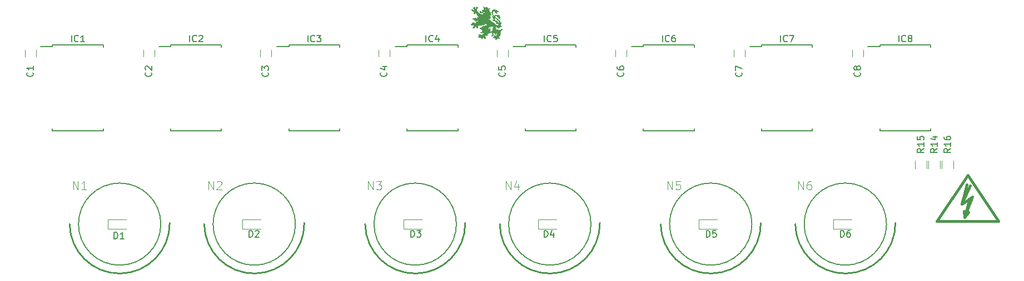
<source format=gbr>
G04 #@! TF.GenerationSoftware,KiCad,Pcbnew,(5.0.1)-4*
G04 #@! TF.CreationDate,2018-12-08T00:32:36+01:00*
G04 #@! TF.ProjectId,IN14_Display,494E31345F446973706C61792E6B6963,rev?*
G04 #@! TF.SameCoordinates,Original*
G04 #@! TF.FileFunction,Legend,Top*
G04 #@! TF.FilePolarity,Positive*
%FSLAX46Y46*%
G04 Gerber Fmt 4.6, Leading zero omitted, Abs format (unit mm)*
G04 Created by KiCad (PCBNEW (5.0.1)-4) date 08.12.2018 00:32:36*
%MOMM*%
%LPD*%
G01*
G04 APERTURE LIST*
%ADD10C,0.150000*%
%ADD11C,0.127000*%
%ADD12C,0.254000*%
%ADD13C,0.120000*%
%ADD14C,0.010000*%
%ADD15C,0.381000*%
%ADD16C,0.088900*%
G04 APERTURE END LIST*
D10*
G04 #@! TO.C,IC4*
X132040000Y-81055000D02*
X132040000Y-81305000D01*
X139790000Y-81055000D02*
X139790000Y-81390000D01*
X139790000Y-94205000D02*
X139790000Y-93870000D01*
X132040000Y-94205000D02*
X132040000Y-93870000D01*
X132040000Y-81055000D02*
X139790000Y-81055000D01*
X132040000Y-94205000D02*
X139790000Y-94205000D01*
X132040000Y-81305000D02*
X130240000Y-81305000D01*
D11*
G04 #@! TO.C,N6*
X205068811Y-108435000D02*
G75*
G03X205068811Y-108435000I-6271811J0D01*
G01*
D12*
X191177149Y-108448299D02*
G75*
G03X206417000Y-108277520I7619851J92039D01*
G01*
D11*
G04 #@! TO.C,N5*
X184568811Y-108435000D02*
G75*
G03X184568811Y-108435000I-6271811J0D01*
G01*
D12*
X170677149Y-108448299D02*
G75*
G03X185917000Y-108277520I7619851J92039D01*
G01*
D11*
G04 #@! TO.C,N4*
X160059611Y-108435000D02*
G75*
G03X160059611Y-108435000I-6271811J0D01*
G01*
D12*
X146167949Y-108448299D02*
G75*
G03X161407800Y-108277520I7619851J92039D01*
G01*
D11*
G04 #@! TO.C,N3*
X139559611Y-108435000D02*
G75*
G03X139559611Y-108435000I-6271811J0D01*
G01*
D12*
X125667949Y-108448299D02*
G75*
G03X140907800Y-108277520I7619851J92039D01*
G01*
D11*
G04 #@! TO.C,N2*
X115045811Y-108435000D02*
G75*
G03X115045811Y-108435000I-6271811J0D01*
G01*
D12*
X101154149Y-108448299D02*
G75*
G03X116394000Y-108277520I7619851J92039D01*
G01*
D11*
G04 #@! TO.C,N1*
X94545811Y-108435000D02*
G75*
G03X94545811Y-108435000I-6271811J0D01*
G01*
D12*
X80654149Y-108448299D02*
G75*
G03X95894000Y-108277520I7619851J92039D01*
G01*
D13*
G04 #@! TO.C,D1*
X86474000Y-107735000D02*
X86474000Y-109135000D01*
X86474000Y-109135000D02*
X89274000Y-109135000D01*
X86474000Y-107735000D02*
X89274000Y-107735000D01*
G04 #@! TO.C,D2*
X106974000Y-107735000D02*
X106974000Y-109135000D01*
X106974000Y-109135000D02*
X109774000Y-109135000D01*
X106974000Y-107735000D02*
X109774000Y-107735000D01*
G04 #@! TO.C,D3*
X131487800Y-107735000D02*
X131487800Y-109135000D01*
X131487800Y-109135000D02*
X134287800Y-109135000D01*
X131487800Y-107735000D02*
X134287800Y-107735000D01*
G04 #@! TO.C,D4*
X151987800Y-107735000D02*
X151987800Y-109135000D01*
X151987800Y-109135000D02*
X154787800Y-109135000D01*
X151987800Y-107735000D02*
X154787800Y-107735000D01*
G04 #@! TO.C,D5*
X176497000Y-107735000D02*
X176497000Y-109135000D01*
X176497000Y-109135000D02*
X179297000Y-109135000D01*
X176497000Y-107735000D02*
X179297000Y-107735000D01*
G04 #@! TO.C,D6*
X196997000Y-107735000D02*
X196997000Y-109135000D01*
X196997000Y-109135000D02*
X199797000Y-109135000D01*
X196997000Y-107735000D02*
X199797000Y-107735000D01*
D10*
G04 #@! TO.C,IC1*
X78040000Y-81055000D02*
X78040000Y-81305000D01*
X85790000Y-81055000D02*
X85790000Y-81390000D01*
X85790000Y-94205000D02*
X85790000Y-93870000D01*
X78040000Y-94205000D02*
X78040000Y-93870000D01*
X78040000Y-81055000D02*
X85790000Y-81055000D01*
X78040000Y-94205000D02*
X85790000Y-94205000D01*
X78040000Y-81305000D02*
X76240000Y-81305000D01*
G04 #@! TO.C,IC2*
X96040000Y-81055000D02*
X96040000Y-81305000D01*
X103790000Y-81055000D02*
X103790000Y-81390000D01*
X103790000Y-94205000D02*
X103790000Y-93870000D01*
X96040000Y-94205000D02*
X96040000Y-93870000D01*
X96040000Y-81055000D02*
X103790000Y-81055000D01*
X96040000Y-94205000D02*
X103790000Y-94205000D01*
X96040000Y-81305000D02*
X94240000Y-81305000D01*
G04 #@! TO.C,IC3*
X114040000Y-81055000D02*
X114040000Y-81305000D01*
X121790000Y-81055000D02*
X121790000Y-81390000D01*
X121790000Y-94205000D02*
X121790000Y-93870000D01*
X114040000Y-94205000D02*
X114040000Y-93870000D01*
X114040000Y-81055000D02*
X121790000Y-81055000D01*
X114040000Y-94205000D02*
X121790000Y-94205000D01*
X114040000Y-81305000D02*
X112240000Y-81305000D01*
G04 #@! TO.C,IC5*
X150040000Y-81055000D02*
X150040000Y-81305000D01*
X157790000Y-81055000D02*
X157790000Y-81390000D01*
X157790000Y-94205000D02*
X157790000Y-93870000D01*
X150040000Y-94205000D02*
X150040000Y-93870000D01*
X150040000Y-81055000D02*
X157790000Y-81055000D01*
X150040000Y-94205000D02*
X157790000Y-94205000D01*
X150040000Y-81305000D02*
X148240000Y-81305000D01*
G04 #@! TO.C,IC6*
X168040000Y-81055000D02*
X168040000Y-81305000D01*
X175790000Y-81055000D02*
X175790000Y-81390000D01*
X175790000Y-94205000D02*
X175790000Y-93870000D01*
X168040000Y-94205000D02*
X168040000Y-93870000D01*
X168040000Y-81055000D02*
X175790000Y-81055000D01*
X168040000Y-94205000D02*
X175790000Y-94205000D01*
X168040000Y-81305000D02*
X166240000Y-81305000D01*
G04 #@! TO.C,IC7*
X186040000Y-81055000D02*
X186040000Y-81305000D01*
X193790000Y-81055000D02*
X193790000Y-81390000D01*
X193790000Y-94205000D02*
X193790000Y-93870000D01*
X186040000Y-94205000D02*
X186040000Y-93870000D01*
X186040000Y-81055000D02*
X193790000Y-81055000D01*
X186040000Y-94205000D02*
X193790000Y-94205000D01*
X186040000Y-81305000D02*
X184240000Y-81305000D01*
G04 #@! TO.C,IC8*
X204040000Y-81055000D02*
X204040000Y-81305000D01*
X211790000Y-81055000D02*
X211790000Y-81390000D01*
X211790000Y-94205000D02*
X211790000Y-93870000D01*
X204040000Y-94205000D02*
X204040000Y-93870000D01*
X204040000Y-81055000D02*
X211790000Y-81055000D01*
X204040000Y-94205000D02*
X211790000Y-94205000D01*
X204040000Y-81305000D02*
X202240000Y-81305000D01*
D13*
G04 #@! TO.C,R14*
X211464000Y-99914000D02*
X211464000Y-98714000D01*
X213224000Y-98714000D02*
X213224000Y-99914000D01*
G04 #@! TO.C,R15*
X209432000Y-99914000D02*
X209432000Y-98714000D01*
X211192000Y-98714000D02*
X211192000Y-99914000D01*
D14*
G04 #@! TO.C,G\002A\002A\002A*
G36*
X142211890Y-75253601D02*
X142225180Y-75276535D01*
X142245558Y-75304429D01*
X142256637Y-75302829D01*
X142291136Y-75296848D01*
X142330772Y-75326577D01*
X142363279Y-75380001D01*
X142374184Y-75417980D01*
X142390650Y-75486677D01*
X142415593Y-75561555D01*
X142443316Y-75628758D01*
X142468123Y-75674431D01*
X142483988Y-75685078D01*
X142490659Y-75655414D01*
X142496786Y-75588612D01*
X142501169Y-75498326D01*
X142501550Y-75485482D01*
X142505236Y-75389603D01*
X142512024Y-75334154D01*
X142525374Y-75308769D01*
X142548745Y-75303080D01*
X142562104Y-75304041D01*
X142609570Y-75294354D01*
X142625604Y-75273423D01*
X142638771Y-75253428D01*
X142670439Y-75266017D01*
X142696141Y-75284483D01*
X142758582Y-75331901D01*
X142691158Y-75467500D01*
X142650091Y-75561074D01*
X142617864Y-75654036D01*
X142606445Y-75700455D01*
X142599827Y-75757174D01*
X142608994Y-75801259D01*
X142641042Y-75848774D01*
X142700328Y-75912942D01*
X142782480Y-75991178D01*
X142882256Y-76076759D01*
X142959533Y-76137182D01*
X143050075Y-76209530D01*
X143137550Y-76288616D01*
X143194887Y-76348305D01*
X143243771Y-76408054D01*
X143261692Y-76441185D01*
X143252247Y-76458312D01*
X143234582Y-76465435D01*
X143170401Y-76469435D01*
X143138997Y-76462148D01*
X143108315Y-76452447D01*
X143106486Y-76464527D01*
X143133223Y-76508122D01*
X143137448Y-76514575D01*
X143166576Y-76564295D01*
X143176050Y-76591609D01*
X143175479Y-76592552D01*
X143149564Y-76608130D01*
X143097496Y-76636621D01*
X143090900Y-76640131D01*
X143050865Y-76666542D01*
X143048040Y-76680830D01*
X143053498Y-76681583D01*
X143104416Y-76668723D01*
X143142398Y-76648304D01*
X143200548Y-76621732D01*
X143278808Y-76600713D01*
X143292618Y-76598311D01*
X143392736Y-76582613D01*
X143217099Y-76759606D01*
X143138921Y-76835235D01*
X143071452Y-76894743D01*
X143024031Y-76930187D01*
X143009031Y-76936600D01*
X142979104Y-76956297D01*
X142976600Y-76968590D01*
X142953440Y-77009802D01*
X142890628Y-77054975D01*
X142798166Y-77097342D01*
X142773400Y-77106097D01*
X142727351Y-77125116D01*
X142719836Y-77136596D01*
X142727296Y-77137847D01*
X142782669Y-77130511D01*
X142837531Y-77114159D01*
X142885489Y-77102593D01*
X142925328Y-77117018D01*
X142976016Y-77164581D01*
X142978539Y-77167275D01*
X143024749Y-77224816D01*
X143035936Y-77266779D01*
X143027081Y-77292795D01*
X142985523Y-77338599D01*
X142957349Y-77353748D01*
X142912559Y-77386896D01*
X142887472Y-77425291D01*
X142848600Y-77474453D01*
X142785518Y-77521245D01*
X142773400Y-77527800D01*
X142725885Y-77554114D01*
X142724245Y-77561917D01*
X142748000Y-77557433D01*
X142816914Y-77530685D01*
X142875527Y-77496801D01*
X142966657Y-77462480D01*
X143021265Y-77463681D01*
X143092919Y-77466709D01*
X143147738Y-77457287D01*
X143197421Y-77446184D01*
X143276930Y-77437420D01*
X143335446Y-77434174D01*
X143478392Y-77429449D01*
X143447579Y-77518451D01*
X143417030Y-77577099D01*
X143371576Y-77634595D01*
X143323067Y-77679172D01*
X143283354Y-77699065D01*
X143269550Y-77695216D01*
X143267171Y-77664694D01*
X143278440Y-77607463D01*
X143280061Y-77601667D01*
X143290604Y-77542996D01*
X143279979Y-77520806D01*
X143279626Y-77520800D01*
X143261323Y-77542383D01*
X143256000Y-77579220D01*
X143243829Y-77638504D01*
X143226352Y-77667287D01*
X143213305Y-77695226D01*
X143243035Y-77714713D01*
X143312234Y-77716150D01*
X143381361Y-77672634D01*
X143443802Y-77589588D01*
X143474606Y-77524802D01*
X143515944Y-77429304D01*
X143553610Y-77372187D01*
X143599571Y-77343502D01*
X143665796Y-77333298D01*
X143706416Y-77332069D01*
X143827631Y-77330300D01*
X143818679Y-77424168D01*
X143821900Y-77502670D01*
X143856763Y-77563910D01*
X143874609Y-77582918D01*
X143934630Y-77631351D01*
X143981180Y-77648521D01*
X144005652Y-77633902D01*
X144000816Y-77590650D01*
X143984359Y-77512175D01*
X143982899Y-77425229D01*
X143995350Y-77350189D01*
X144015741Y-77311283D01*
X144037389Y-77296334D01*
X144036517Y-77319990D01*
X144030069Y-77343000D01*
X144010929Y-77403864D01*
X143999096Y-77438250D01*
X144003023Y-77465340D01*
X144035676Y-77467629D01*
X144082916Y-77447573D01*
X144121896Y-77416903D01*
X144155366Y-77370913D01*
X144167998Y-77310928D01*
X144166346Y-77239087D01*
X144166360Y-77163712D01*
X144176340Y-77120822D01*
X144192545Y-77116240D01*
X144211233Y-77155787D01*
X144213840Y-77165200D01*
X144237447Y-77209664D01*
X144267653Y-77205690D01*
X144295674Y-77158850D01*
X144313791Y-77120884D01*
X144327637Y-77128123D01*
X144335673Y-77146150D01*
X144343892Y-77203801D01*
X144339014Y-77228700D01*
X144334823Y-77262309D01*
X144355805Y-77261923D01*
X144392738Y-77230927D01*
X144418329Y-77199579D01*
X144467296Y-77132358D01*
X144617298Y-77242369D01*
X144720161Y-77320301D01*
X144831871Y-77408682D01*
X144907000Y-77470579D01*
X144994681Y-77541066D01*
X145084175Y-77607144D01*
X145148300Y-77649602D01*
X145242403Y-77712748D01*
X145328140Y-77782264D01*
X145395588Y-77848850D01*
X145434825Y-77903202D01*
X145440788Y-77923805D01*
X145455010Y-77981087D01*
X145466960Y-78003400D01*
X145482023Y-78017763D01*
X145479968Y-77988260D01*
X145475131Y-77966127D01*
X145457520Y-77890754D01*
X145567832Y-77985177D01*
X145656517Y-78049675D01*
X145732855Y-78077343D01*
X145762955Y-78079600D01*
X145819572Y-78075779D01*
X145837994Y-78056847D01*
X145832140Y-78017336D01*
X145824804Y-77974801D01*
X145842145Y-77968934D01*
X145881152Y-77985578D01*
X145940691Y-78031997D01*
X145958568Y-78088758D01*
X145931624Y-78143546D01*
X145907784Y-78172745D01*
X145922746Y-78181051D01*
X145929949Y-78181200D01*
X145973213Y-78163736D01*
X146010356Y-78132105D01*
X146041182Y-78065176D01*
X146031517Y-77988094D01*
X145987912Y-77909873D01*
X145916921Y-77839527D01*
X145825099Y-77786069D01*
X145740904Y-77761495D01*
X145655493Y-77740776D01*
X145590585Y-77713291D01*
X145556700Y-77684649D01*
X145559094Y-77664571D01*
X145601382Y-77650147D01*
X145669809Y-77649649D01*
X145741991Y-77661966D01*
X145778619Y-77675456D01*
X145819766Y-77693667D01*
X145824070Y-77689684D01*
X145797987Y-77667883D01*
X145747973Y-77632638D01*
X145680484Y-77588326D01*
X145601975Y-77539320D01*
X145518901Y-77489998D01*
X145439978Y-77445943D01*
X145293034Y-77363921D01*
X145178662Y-77293403D01*
X145100516Y-77236957D01*
X145062255Y-77197154D01*
X145061631Y-77180062D01*
X145099965Y-77173841D01*
X145162441Y-77194166D01*
X145235036Y-77234053D01*
X145303728Y-77286520D01*
X145331496Y-77314458D01*
X145378113Y-77361653D01*
X145408103Y-77381694D01*
X145414046Y-77377467D01*
X145394765Y-77343572D01*
X145379542Y-77334828D01*
X145351834Y-77304488D01*
X145319808Y-77241796D01*
X145302286Y-77195375D01*
X145250990Y-77087599D01*
X145176562Y-76984827D01*
X145159943Y-76966958D01*
X145087539Y-76877671D01*
X145059657Y-76803912D01*
X145059400Y-76797224D01*
X145049355Y-76725749D01*
X145033106Y-76680930D01*
X145019784Y-76640611D01*
X145033426Y-76631800D01*
X145057306Y-76653179D01*
X145091460Y-76708461D01*
X145119113Y-76765150D01*
X145157804Y-76843877D01*
X145194762Y-76905130D01*
X145214043Y-76928160D01*
X145234339Y-76938050D01*
X145243394Y-76917953D01*
X145243401Y-76889217D01*
X145313250Y-76889217D01*
X145323641Y-76968648D01*
X145343564Y-77056633D01*
X145364824Y-77122939D01*
X145436098Y-77257877D01*
X145542624Y-77376795D01*
X145605628Y-77433498D01*
X145650909Y-77471707D01*
X145668977Y-77483425D01*
X145669000Y-77483257D01*
X145660971Y-77454813D01*
X145644312Y-77408374D01*
X145631316Y-77342156D01*
X145641171Y-77289247D01*
X145670552Y-77266822D01*
X145671717Y-77266800D01*
X145689313Y-77288382D01*
X145694400Y-77325011D01*
X145714090Y-77379684D01*
X145768442Y-77452803D01*
X145809919Y-77496461D01*
X145889041Y-77582884D01*
X145971202Y-77686265D01*
X146019469Y-77755300D01*
X146113500Y-77900901D01*
X146121860Y-77806100D01*
X146119789Y-77716467D01*
X146103736Y-77621380D01*
X146100539Y-77609700D01*
X146043534Y-77473878D01*
X146033131Y-77457300D01*
X146100800Y-77457300D01*
X146113500Y-77470000D01*
X146126200Y-77457300D01*
X146113500Y-77444600D01*
X146100800Y-77457300D01*
X146033131Y-77457300D01*
X145954744Y-77332397D01*
X145846606Y-77204601D01*
X145829094Y-77187434D01*
X145774920Y-77139715D01*
X145698995Y-77077805D01*
X145611021Y-77009010D01*
X145520700Y-76940637D01*
X145437734Y-76879995D01*
X145371825Y-76834390D01*
X145332674Y-76811131D01*
X145327451Y-76809600D01*
X145313988Y-76831736D01*
X145313250Y-76889217D01*
X145243401Y-76889217D01*
X145243409Y-76859362D01*
X145241344Y-76822724D01*
X145239350Y-76740247D01*
X145251880Y-76683389D01*
X145287145Y-76629107D01*
X145326395Y-76584017D01*
X145407824Y-76508484D01*
X145494285Y-76463686D01*
X145598739Y-76445933D01*
X145734147Y-76451535D01*
X145775213Y-76456260D01*
X145872358Y-76465804D01*
X145953946Y-76469068D01*
X146003129Y-76465413D01*
X146004636Y-76464974D01*
X146042425Y-76463558D01*
X146046527Y-76485529D01*
X146018510Y-76517701D01*
X145996719Y-76531527D01*
X145943439Y-76560042D01*
X145996719Y-76597361D01*
X146037443Y-76638458D01*
X146050000Y-76669900D01*
X146069042Y-76709715D01*
X146105617Y-76744075D01*
X146140229Y-76778435D01*
X146142499Y-76801767D01*
X146109745Y-76804218D01*
X146080531Y-76789590D01*
X146019391Y-76752851D01*
X145957732Y-76725964D01*
X145913273Y-76716006D01*
X145903588Y-76718944D01*
X145914907Y-76740773D01*
X145955750Y-76788381D01*
X146018379Y-76853023D01*
X146046811Y-76880745D01*
X146118431Y-76955061D01*
X146172384Y-77021612D01*
X146199914Y-77069213D01*
X146201712Y-77078640D01*
X146195285Y-77100991D01*
X146172379Y-77091406D01*
X146125975Y-77046324D01*
X146115063Y-77034679D01*
X146055928Y-76978741D01*
X146017349Y-76962311D01*
X146001450Y-76969909D01*
X145980141Y-76978096D01*
X145973800Y-76940498D01*
X145948902Y-76881034D01*
X145894818Y-76840168D01*
X145797929Y-76781317D01*
X145741126Y-76730116D01*
X145716351Y-76678006D01*
X145713450Y-76647479D01*
X145694738Y-76584506D01*
X145646134Y-76550525D01*
X145578929Y-76544792D01*
X145504417Y-76566561D01*
X145433891Y-76615087D01*
X145390283Y-76668794D01*
X145357044Y-76728089D01*
X145339857Y-76769543D01*
X145339188Y-76774498D01*
X145349909Y-76776535D01*
X145363386Y-76759246D01*
X145384849Y-76740041D01*
X145415614Y-76751915D01*
X145458247Y-76789023D01*
X145509666Y-76833999D01*
X145588654Y-76898706D01*
X145682066Y-76972492D01*
X145732500Y-77011309D01*
X145862087Y-77117239D01*
X145965423Y-77216331D01*
X146037333Y-77302871D01*
X146072644Y-77371143D01*
X146075400Y-77390052D01*
X146085141Y-77407135D01*
X146118208Y-77386987D01*
X146138900Y-77368400D01*
X146202400Y-77308744D01*
X146202011Y-77383022D01*
X146194928Y-77448517D01*
X146180806Y-77490110D01*
X146175106Y-77532150D01*
X146182622Y-77601613D01*
X146199265Y-77678159D01*
X146220943Y-77741451D01*
X146236378Y-77766445D01*
X146245511Y-77764663D01*
X146239878Y-77744239D01*
X146245384Y-77693726D01*
X146278752Y-77647647D01*
X146325490Y-77608833D01*
X146345093Y-77612618D01*
X146337425Y-77658570D01*
X146306831Y-77736215D01*
X146270899Y-77845535D01*
X146267776Y-77948688D01*
X146269578Y-77963405D01*
X146275195Y-78036786D01*
X146262597Y-78080288D01*
X146229495Y-78111113D01*
X146196145Y-78137027D01*
X146199362Y-78151253D01*
X146245056Y-78162870D01*
X146265735Y-78166793D01*
X146341186Y-78174205D01*
X146402629Y-78169307D01*
X146406710Y-78168147D01*
X146446314Y-78165561D01*
X146456400Y-78177470D01*
X146434367Y-78199247D01*
X146380642Y-78218830D01*
X146373850Y-78220381D01*
X146294791Y-78244428D01*
X146208817Y-78280110D01*
X146197335Y-78285759D01*
X146121458Y-78315803D01*
X146061203Y-78315657D01*
X146036932Y-78308060D01*
X145972556Y-78286415D01*
X145953202Y-78287672D01*
X145978520Y-78311877D01*
X145983473Y-78315545D01*
X146014859Y-78358552D01*
X146010929Y-78417324D01*
X145993602Y-78486358D01*
X145894801Y-78384550D01*
X145840407Y-78324530D01*
X145804522Y-78277323D01*
X145796000Y-78258869D01*
X145777822Y-78223970D01*
X145775068Y-78222061D01*
X145759520Y-78232477D01*
X145756018Y-78264220D01*
X145739502Y-78313815D01*
X145713450Y-78328319D01*
X145676857Y-78319524D01*
X145669000Y-78286505D01*
X145653339Y-78244867D01*
X145615853Y-78197573D01*
X145611647Y-78193900D01*
X145846800Y-78193900D01*
X145859500Y-78206600D01*
X145872200Y-78193900D01*
X145859500Y-78181200D01*
X145846800Y-78193900D01*
X145611647Y-78193900D01*
X145570787Y-78158218D01*
X145532388Y-78140395D01*
X145519798Y-78144134D01*
X145510355Y-78178151D01*
X145504262Y-78248155D01*
X145501509Y-78339445D01*
X145502086Y-78437320D01*
X145505981Y-78527080D01*
X145513184Y-78594021D01*
X145520145Y-78619350D01*
X145558343Y-78657029D01*
X145601502Y-78659073D01*
X145626849Y-78632050D01*
X145643909Y-78614958D01*
X145664716Y-78636096D01*
X145678548Y-78692854D01*
X145646471Y-78745866D01*
X145617051Y-78766014D01*
X145552619Y-78779349D01*
X145494750Y-78745017D01*
X145441040Y-78661517D01*
X145437343Y-78653725D01*
X145409088Y-78595632D01*
X145397672Y-78581524D01*
X145399816Y-78608742D01*
X145402822Y-78625700D01*
X145441295Y-78717468D01*
X145510564Y-78780961D01*
X145598411Y-78806745D01*
X145634534Y-78804627D01*
X145714024Y-78783243D01*
X145780772Y-78752020D01*
X145838357Y-78727219D01*
X145900712Y-78736729D01*
X145913221Y-78741298D01*
X145986500Y-78769346D01*
X145926536Y-78818173D01*
X145890199Y-78851776D01*
X145883556Y-78866929D01*
X145884429Y-78867000D01*
X145914889Y-78852744D01*
X145964312Y-78818196D01*
X145967326Y-78815840D01*
X146022351Y-78783406D01*
X146086429Y-78774610D01*
X146149132Y-78780109D01*
X146226132Y-78785747D01*
X146282736Y-78772539D01*
X146343926Y-78733168D01*
X146364642Y-78716968D01*
X146423142Y-78671764D01*
X146463145Y-78643360D01*
X146472592Y-78638400D01*
X146482110Y-78655162D01*
X146456074Y-78703407D01*
X146396175Y-78780066D01*
X146391500Y-78785550D01*
X146335132Y-78846892D01*
X146290675Y-78876858D01*
X146239441Y-78884623D01*
X146194650Y-78882194D01*
X146142779Y-78879115D01*
X146131249Y-78881282D01*
X146143391Y-78884379D01*
X146208930Y-78913383D01*
X146250747Y-78975547D01*
X146266611Y-79025892D01*
X146267852Y-79076848D01*
X146245239Y-79093580D01*
X146210928Y-79077696D01*
X146177075Y-79030805D01*
X146169594Y-79013050D01*
X146131238Y-78977554D01*
X146082547Y-78972405D01*
X146011900Y-78976211D01*
X146082891Y-78986902D01*
X146132456Y-79001560D01*
X146142070Y-79031434D01*
X146137934Y-79047840D01*
X146141744Y-79108194D01*
X146178288Y-79185182D01*
X146240392Y-79264013D01*
X146245158Y-79268864D01*
X146276227Y-79314559D01*
X146260100Y-79341563D01*
X146204243Y-79349600D01*
X146132843Y-79327667D01*
X146068128Y-79273284D01*
X146027883Y-79203571D01*
X146022594Y-79174724D01*
X146015794Y-79153236D01*
X146008247Y-79164041D01*
X146011625Y-79216764D01*
X146050021Y-79285310D01*
X146116156Y-79357372D01*
X146129422Y-79368909D01*
X146189066Y-79442534D01*
X146202400Y-79504257D01*
X146192351Y-79563346D01*
X146166070Y-79578996D01*
X146129359Y-79553541D01*
X146088015Y-79489317D01*
X146070605Y-79451200D01*
X146038017Y-79380796D01*
X146010284Y-79334679D01*
X145998106Y-79324200D01*
X145997266Y-79344640D01*
X146015590Y-79397468D01*
X146039593Y-79451075D01*
X146084159Y-79556939D01*
X146098322Y-79631496D01*
X146082880Y-79683530D01*
X146062700Y-79705200D01*
X146022825Y-79723678D01*
X145983751Y-79702918D01*
X145947667Y-79683564D01*
X145917137Y-79704849D01*
X145907551Y-79717363D01*
X145875664Y-79774223D01*
X145881713Y-79803579D01*
X145896745Y-79806800D01*
X145928589Y-79822709D01*
X145981352Y-79863049D01*
X146010307Y-79888497D01*
X146099325Y-79970195D01*
X146044835Y-80028197D01*
X145982631Y-80074923D01*
X145927557Y-80082076D01*
X145890055Y-80049036D01*
X145885628Y-80037693D01*
X145847364Y-79967557D01*
X145799667Y-79941419D01*
X145754841Y-79957362D01*
X145725193Y-80013470D01*
X145719800Y-80063517D01*
X145716614Y-80127510D01*
X145699330Y-80155517D01*
X145656353Y-80162293D01*
X145642100Y-80162400D01*
X145592806Y-80168879D01*
X145578275Y-80184619D01*
X145579015Y-80186044D01*
X145576227Y-80218870D01*
X145569569Y-80224559D01*
X145536568Y-80221622D01*
X145529556Y-80213614D01*
X145525479Y-80170745D01*
X145529300Y-80162400D01*
X145527286Y-80138994D01*
X145518099Y-80137000D01*
X145505078Y-80124300D01*
X145669000Y-80124300D01*
X145681700Y-80137000D01*
X145694400Y-80124300D01*
X145681700Y-80111600D01*
X145669000Y-80124300D01*
X145505078Y-80124300D01*
X145497146Y-80116565D01*
X145492224Y-80069778D01*
X145503096Y-80018410D01*
X145519675Y-79991684D01*
X145525087Y-79975038D01*
X145489952Y-79972226D01*
X145443718Y-79977216D01*
X145345272Y-79977319D01*
X145296187Y-79956161D01*
X145265490Y-79934761D01*
X145264599Y-79950915D01*
X145270253Y-79966869D01*
X145274777Y-79998162D01*
X145262309Y-79997120D01*
X145240044Y-79960982D01*
X145236811Y-79938650D01*
X145230375Y-79913050D01*
X145217090Y-79926109D01*
X145182296Y-79942453D01*
X145163425Y-79935299D01*
X145142556Y-79902199D01*
X145146800Y-79885425D01*
X145175641Y-79866958D01*
X145185493Y-79869739D01*
X145210565Y-79861511D01*
X145222281Y-79841523D01*
X145239723Y-79819109D01*
X145277495Y-79809433D01*
X145347617Y-79810633D01*
X145396392Y-79814534D01*
X145478422Y-79821511D01*
X145513122Y-79822788D01*
X145503723Y-79817605D01*
X145453454Y-79805203D01*
X145444727Y-79803169D01*
X145364381Y-79775599D01*
X145318429Y-79733315D01*
X145305027Y-79707448D01*
X145272595Y-79659045D01*
X145240375Y-79649018D01*
X145215702Y-79643768D01*
X145217610Y-79625825D01*
X145241834Y-79601519D01*
X145292966Y-79602531D01*
X145376995Y-79629755D01*
X145448458Y-79660288D01*
X145538483Y-79693081D01*
X145601244Y-79691778D01*
X145646163Y-79651389D01*
X145682667Y-79566924D01*
X145687020Y-79552800D01*
X145929918Y-79552800D01*
X145931899Y-79607736D01*
X145936965Y-79622817D01*
X145940925Y-79609950D01*
X145945127Y-79535934D01*
X145940925Y-79495650D01*
X145934644Y-79483613D01*
X145930658Y-79515525D01*
X145929918Y-79552800D01*
X145687020Y-79552800D01*
X145693959Y-79530286D01*
X145731796Y-79433267D01*
X145778603Y-79377535D01*
X145796000Y-79367097D01*
X145852010Y-79315231D01*
X145869359Y-79242112D01*
X145847425Y-79160151D01*
X145809100Y-79104975D01*
X145743234Y-79032100D01*
X145794922Y-79121000D01*
X145836001Y-79212882D01*
X145843527Y-79284801D01*
X145817072Y-79328958D01*
X145806622Y-79334182D01*
X145769776Y-79347495D01*
X145762172Y-79349582D01*
X145757780Y-79327627D01*
X145753895Y-79280595D01*
X145731320Y-79212439D01*
X145682114Y-79158483D01*
X145621739Y-79132357D01*
X145588735Y-79134990D01*
X145535992Y-79131797D01*
X145459431Y-79103245D01*
X145426573Y-79086229D01*
X145365833Y-79054955D01*
X145330795Y-79042256D01*
X145327221Y-79046614D01*
X145357803Y-79072650D01*
X145415892Y-79108078D01*
X145437472Y-79119506D01*
X145527747Y-79174873D01*
X145577245Y-79226538D01*
X145581927Y-79270154D01*
X145580261Y-79273138D01*
X145554695Y-79276103D01*
X145513776Y-79237472D01*
X145512731Y-79236151D01*
X145464940Y-79191495D01*
X145420167Y-79173392D01*
X145419506Y-79173410D01*
X145398650Y-79178974D01*
X145425015Y-79194343D01*
X145432389Y-79197377D01*
X145499734Y-79249878D01*
X145536749Y-79332926D01*
X145540983Y-79379680D01*
X145538734Y-79418052D01*
X145528580Y-79415199D01*
X145503470Y-79371318D01*
X145453435Y-79316946D01*
X145365178Y-79259289D01*
X145312003Y-79232592D01*
X145205029Y-79177530D01*
X145181633Y-79159100D01*
X145338800Y-79159100D01*
X145351500Y-79171800D01*
X145364200Y-79159100D01*
X145351500Y-79146400D01*
X145338800Y-79159100D01*
X145181633Y-79159100D01*
X145144255Y-79129656D01*
X145126706Y-79083419D01*
X145149405Y-79033264D01*
X145184908Y-78995392D01*
X145233457Y-78942258D01*
X145260059Y-78897971D01*
X145261827Y-78888559D01*
X145252083Y-78877997D01*
X145232679Y-78903192D01*
X145192632Y-78955400D01*
X145142216Y-79005489D01*
X145095968Y-79065743D01*
X145081180Y-79121697D01*
X145086924Y-79196999D01*
X145099899Y-79288230D01*
X145116799Y-79377163D01*
X145134316Y-79445573D01*
X145144445Y-79470362D01*
X145145128Y-79497570D01*
X145126128Y-79502000D01*
X145079380Y-79479211D01*
X145031996Y-79419765D01*
X144992104Y-79337045D01*
X144967834Y-79244431D01*
X144967274Y-79240499D01*
X144961624Y-79162178D01*
X144975116Y-79111242D01*
X145005563Y-79073236D01*
X145044286Y-79025663D01*
X145059400Y-78990574D01*
X145046340Y-78988225D01*
X145014175Y-79019530D01*
X145006756Y-79028674D01*
X144948869Y-79079459D01*
X144889459Y-79096198D01*
X144848413Y-79079346D01*
X144853304Y-79052024D01*
X144883764Y-79000268D01*
X144909917Y-78964916D01*
X144953267Y-78900797D01*
X144995608Y-78822926D01*
X145031896Y-78743294D01*
X145054530Y-78680934D01*
X145253928Y-78680934D01*
X145278683Y-78722410D01*
X145280464Y-78724812D01*
X145319193Y-78769232D01*
X145334982Y-78773888D01*
X145322589Y-78740197D01*
X145309050Y-78717073D01*
X145276212Y-78676263D01*
X145255304Y-78663800D01*
X145253928Y-78680934D01*
X145054530Y-78680934D01*
X145057087Y-78673890D01*
X145063959Y-78638054D01*
X145132456Y-78638054D01*
X145134496Y-78638400D01*
X145163290Y-78620615D01*
X145208261Y-78576242D01*
X145223286Y-78559010D01*
X145239171Y-78536800D01*
X145316529Y-78536800D01*
X145319351Y-78595386D01*
X145329248Y-78654958D01*
X145342358Y-78697992D01*
X145354211Y-78707654D01*
X145355146Y-78679692D01*
X145347145Y-78619381D01*
X145341068Y-78585997D01*
X145327774Y-78530827D01*
X145318941Y-78519733D01*
X145316529Y-78536800D01*
X145239171Y-78536800D01*
X145261046Y-78506216D01*
X145275039Y-78469763D01*
X145272866Y-78463760D01*
X145251288Y-78468598D01*
X145242670Y-78484556D01*
X145216268Y-78527692D01*
X145171102Y-78579806D01*
X145137579Y-78619012D01*
X145132456Y-78638054D01*
X145063959Y-78638054D01*
X145066137Y-78626703D01*
X145057975Y-78613000D01*
X145057042Y-78594662D01*
X145080500Y-78548259D01*
X145098265Y-78520555D01*
X145129423Y-78468393D01*
X145148267Y-78414840D01*
X145157760Y-78344963D01*
X145160869Y-78243827D01*
X145161000Y-78204554D01*
X145158135Y-78098267D01*
X145150372Y-78016367D01*
X145138957Y-77970166D01*
X145134581Y-77964670D01*
X145118876Y-77970414D01*
X145124248Y-78012430D01*
X145140333Y-78076518D01*
X145010694Y-78027259D01*
X144928005Y-77999264D01*
X144857974Y-77981419D01*
X144830527Y-77978000D01*
X144788651Y-77965767D01*
X144787643Y-77961502D01*
X145037867Y-77961502D01*
X145052682Y-77977935D01*
X145054565Y-77978000D01*
X145083915Y-77957648D01*
X145094799Y-77937777D01*
X145095488Y-77908001D01*
X145080054Y-77907615D01*
X145049592Y-77930882D01*
X145037867Y-77961502D01*
X144787643Y-77961502D01*
X144782658Y-77940416D01*
X144783394Y-77939900D01*
X144983200Y-77939900D01*
X144995900Y-77952600D01*
X145008600Y-77939900D01*
X144995900Y-77927200D01*
X144983200Y-77939900D01*
X144783394Y-77939900D01*
X144809530Y-77921589D01*
X144832318Y-77898123D01*
X144847494Y-77859611D01*
X144847458Y-77829825D01*
X144840224Y-77825599D01*
X144814023Y-77839084D01*
X144765506Y-77871957D01*
X144759921Y-77876022D01*
X144723798Y-77898729D01*
X144683259Y-77912213D01*
X144626530Y-77917686D01*
X144541839Y-77916363D01*
X144428670Y-77910158D01*
X144304426Y-77901003D01*
X144217332Y-77889652D01*
X144153746Y-77872846D01*
X144100030Y-77847323D01*
X144060370Y-77822098D01*
X143990405Y-77780069D01*
X143931678Y-77753995D01*
X143911816Y-77749862D01*
X143873852Y-77727646D01*
X143858125Y-77692250D01*
X143851900Y-77683827D01*
X143846599Y-77718598D01*
X143843659Y-77780256D01*
X143837754Y-77869432D01*
X143822636Y-77921520D01*
X143794176Y-77949977D01*
X143791069Y-77951706D01*
X143748751Y-77972571D01*
X143733919Y-77977801D01*
X143728540Y-77954798D01*
X143723484Y-77896097D01*
X143721154Y-77848172D01*
X143714662Y-77756967D01*
X143700940Y-77709607D01*
X143675928Y-77699239D01*
X143642131Y-77714781D01*
X143608206Y-77764699D01*
X143587788Y-77863336D01*
X143586200Y-77878983D01*
X143573500Y-78016100D01*
X143529050Y-77953298D01*
X143494282Y-77896975D01*
X143489888Y-77853782D01*
X143516659Y-77801768D01*
X143535487Y-77774676D01*
X143566175Y-77715976D01*
X143572844Y-77668585D01*
X143571856Y-77665375D01*
X143573319Y-77623336D01*
X143584468Y-77610770D01*
X143610191Y-77578941D01*
X143611600Y-77570668D01*
X143596270Y-77575348D01*
X143556201Y-77610399D01*
X143503650Y-77664433D01*
X143439318Y-77741122D01*
X143405850Y-77803325D01*
X143394472Y-77868328D01*
X143394113Y-77880289D01*
X143384315Y-77953842D01*
X143349704Y-78010671D01*
X143305213Y-78052246D01*
X143250966Y-78094075D01*
X143214650Y-78115296D01*
X143207776Y-78115682D01*
X143214923Y-78091183D01*
X143244458Y-78039778D01*
X143266961Y-78005908D01*
X143314178Y-77918929D01*
X143325517Y-77849841D01*
X143324994Y-77846698D01*
X143316629Y-77808365D01*
X143312549Y-77817619D01*
X143310259Y-77854239D01*
X143293796Y-77917005D01*
X143268699Y-77952600D01*
X143243189Y-77966759D01*
X143232470Y-77945685D01*
X143230600Y-77897290D01*
X143239017Y-77829045D01*
X143259442Y-77781641D01*
X143261080Y-77779880D01*
X143275768Y-77754019D01*
X143265079Y-77749400D01*
X143238170Y-77770036D01*
X143202586Y-77821733D01*
X143190149Y-77844650D01*
X143158363Y-77906435D01*
X143137179Y-77946317D01*
X143133968Y-77951864D01*
X143116658Y-77944654D01*
X143103608Y-77927213D01*
X143100498Y-77874194D01*
X143130389Y-77810651D01*
X143162733Y-77752419D01*
X143178645Y-77712151D01*
X143179007Y-77708301D01*
X143169496Y-77702882D01*
X143147045Y-77732181D01*
X143117923Y-77783890D01*
X143088401Y-77845699D01*
X143064747Y-77905300D01*
X143053230Y-77950383D01*
X143052930Y-77955839D01*
X143039160Y-78018374D01*
X143014843Y-78054080D01*
X142981689Y-78069381D01*
X142947353Y-78048475D01*
X142926788Y-78025441D01*
X142889072Y-77971559D01*
X142881762Y-77925909D01*
X142907756Y-77875382D01*
X142969955Y-77806868D01*
X142976600Y-77800199D01*
X143038322Y-77734886D01*
X143070877Y-77693576D01*
X143073479Y-77680085D01*
X143045342Y-77698228D01*
X142986782Y-77750767D01*
X142919126Y-77829655D01*
X142857048Y-77924575D01*
X142838946Y-77959643D01*
X142805353Y-78029082D01*
X142783130Y-78059026D01*
X142762578Y-78056209D01*
X142736853Y-78030517D01*
X142703710Y-77964370D01*
X142719815Y-77896823D01*
X142783841Y-77831248D01*
X142825733Y-77804522D01*
X142884202Y-77767717D01*
X142915881Y-77740392D01*
X142917705Y-77732838D01*
X142886177Y-77733214D01*
X142834309Y-77761303D01*
X142775224Y-77806597D01*
X142722047Y-77858590D01*
X142687901Y-77906773D01*
X142682858Y-77920865D01*
X142667672Y-77985133D01*
X142656856Y-78024845D01*
X142667150Y-78062150D01*
X142705892Y-78113695D01*
X142722533Y-78130337D01*
X142773443Y-78187780D01*
X142790339Y-78242687D01*
X142787869Y-78286692D01*
X142779704Y-78355297D01*
X142775175Y-78404057D01*
X142775114Y-78405179D01*
X142758967Y-78417799D01*
X142711627Y-78394786D01*
X142690849Y-78380771D01*
X142642489Y-78348703D01*
X142630064Y-78346829D01*
X142646400Y-78370472D01*
X142670917Y-78404657D01*
X142661806Y-78410351D01*
X142646400Y-78406067D01*
X142613498Y-78378101D01*
X142570801Y-78319584D01*
X142544800Y-78275010D01*
X142493296Y-78192918D01*
X142452059Y-78159948D01*
X142420127Y-78175679D01*
X142403555Y-78212950D01*
X142373571Y-78266480D01*
X142321323Y-78327701D01*
X142306593Y-78341689D01*
X142266365Y-78380703D01*
X142255465Y-78397368D01*
X142262345Y-78395304D01*
X142287547Y-78393024D01*
X142285786Y-78412614D01*
X142251639Y-78448089D01*
X142192844Y-78452990D01*
X142124396Y-78428504D01*
X142080700Y-78396344D01*
X142034955Y-78345152D01*
X142030185Y-78306633D01*
X142069150Y-78270188D01*
X142120960Y-78241720D01*
X142177823Y-78205981D01*
X142245578Y-78153643D01*
X142311929Y-78095616D01*
X142364580Y-78042806D01*
X142391236Y-78006120D01*
X142392400Y-78000920D01*
X142370895Y-77995706D01*
X142317289Y-78004268D01*
X142297150Y-78009373D01*
X142216201Y-78025100D01*
X142113506Y-78036817D01*
X142053314Y-78040393D01*
X141963590Y-78040104D01*
X141910441Y-78029530D01*
X141880135Y-78005471D01*
X141875754Y-77998994D01*
X141866489Y-77990700D01*
X141909800Y-77990700D01*
X141922500Y-78003400D01*
X141935200Y-77990700D01*
X141922500Y-77978000D01*
X141909800Y-77990700D01*
X141866489Y-77990700D01*
X141833396Y-77961076D01*
X141802887Y-77952599D01*
X141771420Y-77938223D01*
X141773614Y-77914499D01*
X141803942Y-77880772D01*
X141820655Y-77876399D01*
X141852545Y-77855145D01*
X141866359Y-77825600D01*
X141897911Y-77784460D01*
X141953573Y-77779838D01*
X142021206Y-77812658D01*
X142022604Y-77813707D01*
X142084031Y-77840173D01*
X142149604Y-77848053D01*
X142191909Y-77843769D01*
X142185154Y-77836419D01*
X142176500Y-77834364D01*
X142109127Y-77820024D01*
X142065812Y-77810740D01*
X142022063Y-77790293D01*
X142016084Y-77745812D01*
X142017840Y-77735529D01*
X142016620Y-77685319D01*
X141993678Y-77673200D01*
X141968816Y-77661928D01*
X141970729Y-77651958D01*
X142002021Y-77638085D01*
X142065135Y-77628364D01*
X142094453Y-77626534D01*
X142174802Y-77630449D01*
X142232561Y-77656809D01*
X142278076Y-77698575D01*
X142334033Y-77746807D01*
X142383545Y-77773144D01*
X142394019Y-77774800D01*
X142425819Y-77756948D01*
X142484116Y-77707876D01*
X142561623Y-77634301D01*
X142651059Y-77542945D01*
X142687717Y-77503821D01*
X142938500Y-77232843D01*
X142842276Y-77248382D01*
X142756175Y-77276359D01*
X142675218Y-77323725D01*
X142668877Y-77328861D01*
X142611416Y-77364281D01*
X142545265Y-77387762D01*
X142485864Y-77396226D01*
X142448656Y-77386590D01*
X142443200Y-77373876D01*
X142464028Y-77347278D01*
X142515977Y-77310613D01*
X142583239Y-77273274D01*
X142650008Y-77244651D01*
X142671800Y-77238055D01*
X142735300Y-77222010D01*
X142668875Y-77219005D01*
X142602686Y-77232475D01*
X142534897Y-77269152D01*
X142533261Y-77270424D01*
X142483301Y-77304909D01*
X142443219Y-77309951D01*
X142386892Y-77288032D01*
X142380394Y-77284946D01*
X142305811Y-77241253D01*
X142226891Y-77183505D01*
X142215231Y-77173666D01*
X142375466Y-77173666D01*
X142378953Y-77188766D01*
X142392400Y-77190600D01*
X142413307Y-77181306D01*
X142409333Y-77173666D01*
X142379189Y-77170626D01*
X142375466Y-77173666D01*
X142215231Y-77173666D01*
X142211208Y-77170272D01*
X142133772Y-77108336D01*
X142052221Y-77051273D01*
X142051624Y-77050900D01*
X142201900Y-77050900D01*
X142250286Y-77108050D01*
X142293100Y-77149248D01*
X142324370Y-77165200D01*
X142341437Y-77160483D01*
X142339483Y-77158579D01*
X142314165Y-77139684D01*
X142267514Y-77103111D01*
X142265400Y-77101429D01*
X142201900Y-77050900D01*
X142051624Y-77050900D01*
X142038226Y-77042543D01*
X141985768Y-77005884D01*
X141976335Y-76983466D01*
X141989395Y-76974755D01*
X142039966Y-76972526D01*
X142099442Y-76987073D01*
X142153486Y-77002749D01*
X142182813Y-77002253D01*
X142209466Y-77007045D01*
X142262368Y-77033237D01*
X142287240Y-77048093D01*
X142420157Y-77118596D01*
X142528687Y-77147781D01*
X142614800Y-77137328D01*
X142682899Y-77111437D01*
X142556699Y-77037151D01*
X142481427Y-76996346D01*
X142419930Y-76969180D01*
X142393669Y-76962433D01*
X142370994Y-76954365D01*
X142386195Y-76932644D01*
X142417030Y-76920136D01*
X142471825Y-76928404D01*
X142558635Y-76958044D01*
X142661075Y-76994116D01*
X142734978Y-77009364D01*
X142797611Y-77004930D01*
X142866241Y-76981959D01*
X142873616Y-76978889D01*
X142954266Y-76944979D01*
X142832083Y-76904256D01*
X142709900Y-76863534D01*
X142801724Y-76861967D01*
X142886262Y-76845886D01*
X142958130Y-76809600D01*
X143016803Y-76773630D01*
X143066508Y-76758800D01*
X143108871Y-76747504D01*
X143168841Y-76720041D01*
X143228869Y-76686044D01*
X143271412Y-76655148D01*
X143281399Y-76640803D01*
X143261811Y-76644524D01*
X143212216Y-76668010D01*
X143182166Y-76684322D01*
X143097954Y-76721246D01*
X143028053Y-76724720D01*
X143010716Y-76720915D01*
X142969387Y-76704655D01*
X142967115Y-76691225D01*
X142968692Y-76690570D01*
X142977884Y-76666440D01*
X142945062Y-76617502D01*
X142895758Y-76568262D01*
X142865146Y-76562058D01*
X142844722Y-76599016D01*
X142839169Y-76619099D01*
X142820257Y-76666628D01*
X142802608Y-76682600D01*
X142773016Y-76659230D01*
X142743893Y-76596899D01*
X142719888Y-76507271D01*
X142710749Y-76452079D01*
X142697616Y-76379968D01*
X142678168Y-76346034D01*
X142644575Y-76337678D01*
X142639708Y-76337779D01*
X142606763Y-76333764D01*
X142590207Y-76310430D01*
X142584591Y-76255284D01*
X142584184Y-76210471D01*
X142583352Y-76135839D01*
X142577660Y-76104458D01*
X142562733Y-76108778D01*
X142540029Y-76134271D01*
X142512294Y-76164619D01*
X142499359Y-76162180D01*
X142495352Y-76119814D01*
X142494845Y-76079350D01*
X142489654Y-76013402D01*
X142477602Y-75975212D01*
X142471710Y-75971400D01*
X142431116Y-75993103D01*
X142407848Y-76044298D01*
X142409160Y-76093507D01*
X142405463Y-76160760D01*
X142365646Y-76210139D01*
X142313887Y-76225399D01*
X142279918Y-76238784D01*
X142281614Y-76263499D01*
X142281767Y-76296187D01*
X142270835Y-76301599D01*
X142240945Y-76281235D01*
X142230017Y-76261422D01*
X142218126Y-76205795D01*
X142214804Y-76136556D01*
X142219301Y-76071740D01*
X142230862Y-76029386D01*
X142240000Y-76022200D01*
X142263563Y-76002121D01*
X142265399Y-75990209D01*
X142284871Y-75953371D01*
X142318673Y-75924949D01*
X142353330Y-75894677D01*
X142356353Y-75876086D01*
X142322945Y-75867514D01*
X142257170Y-75863878D01*
X142177183Y-75864782D01*
X142101136Y-75869826D01*
X142047182Y-75878612D01*
X142035792Y-75883122D01*
X142003772Y-75876705D01*
X141950048Y-75842688D01*
X141910674Y-75810111D01*
X141811863Y-75720842D01*
X141872638Y-75681021D01*
X141950916Y-75647274D01*
X142036725Y-75649360D01*
X142141679Y-75688193D01*
X142174060Y-75704700D01*
X142274610Y-75751700D01*
X142339128Y-75766932D01*
X142366202Y-75750116D01*
X142367000Y-75742800D01*
X142350363Y-75718112D01*
X142345256Y-75717400D01*
X142318337Y-75697955D01*
X142274128Y-75648223D01*
X142222085Y-75581111D01*
X142171660Y-75509521D01*
X142132307Y-75446360D01*
X142113479Y-75404531D01*
X142112999Y-75400352D01*
X142129601Y-75357102D01*
X142139433Y-75348461D01*
X142154474Y-75314218D01*
X142150421Y-75283462D01*
X142152496Y-75244865D01*
X142179244Y-75234332D01*
X142211890Y-75253601D01*
X142211890Y-75253601D01*
G37*
X142211890Y-75253601D02*
X142225180Y-75276535D01*
X142245558Y-75304429D01*
X142256637Y-75302829D01*
X142291136Y-75296848D01*
X142330772Y-75326577D01*
X142363279Y-75380001D01*
X142374184Y-75417980D01*
X142390650Y-75486677D01*
X142415593Y-75561555D01*
X142443316Y-75628758D01*
X142468123Y-75674431D01*
X142483988Y-75685078D01*
X142490659Y-75655414D01*
X142496786Y-75588612D01*
X142501169Y-75498326D01*
X142501550Y-75485482D01*
X142505236Y-75389603D01*
X142512024Y-75334154D01*
X142525374Y-75308769D01*
X142548745Y-75303080D01*
X142562104Y-75304041D01*
X142609570Y-75294354D01*
X142625604Y-75273423D01*
X142638771Y-75253428D01*
X142670439Y-75266017D01*
X142696141Y-75284483D01*
X142758582Y-75331901D01*
X142691158Y-75467500D01*
X142650091Y-75561074D01*
X142617864Y-75654036D01*
X142606445Y-75700455D01*
X142599827Y-75757174D01*
X142608994Y-75801259D01*
X142641042Y-75848774D01*
X142700328Y-75912942D01*
X142782480Y-75991178D01*
X142882256Y-76076759D01*
X142959533Y-76137182D01*
X143050075Y-76209530D01*
X143137550Y-76288616D01*
X143194887Y-76348305D01*
X143243771Y-76408054D01*
X143261692Y-76441185D01*
X143252247Y-76458312D01*
X143234582Y-76465435D01*
X143170401Y-76469435D01*
X143138997Y-76462148D01*
X143108315Y-76452447D01*
X143106486Y-76464527D01*
X143133223Y-76508122D01*
X143137448Y-76514575D01*
X143166576Y-76564295D01*
X143176050Y-76591609D01*
X143175479Y-76592552D01*
X143149564Y-76608130D01*
X143097496Y-76636621D01*
X143090900Y-76640131D01*
X143050865Y-76666542D01*
X143048040Y-76680830D01*
X143053498Y-76681583D01*
X143104416Y-76668723D01*
X143142398Y-76648304D01*
X143200548Y-76621732D01*
X143278808Y-76600713D01*
X143292618Y-76598311D01*
X143392736Y-76582613D01*
X143217099Y-76759606D01*
X143138921Y-76835235D01*
X143071452Y-76894743D01*
X143024031Y-76930187D01*
X143009031Y-76936600D01*
X142979104Y-76956297D01*
X142976600Y-76968590D01*
X142953440Y-77009802D01*
X142890628Y-77054975D01*
X142798166Y-77097342D01*
X142773400Y-77106097D01*
X142727351Y-77125116D01*
X142719836Y-77136596D01*
X142727296Y-77137847D01*
X142782669Y-77130511D01*
X142837531Y-77114159D01*
X142885489Y-77102593D01*
X142925328Y-77117018D01*
X142976016Y-77164581D01*
X142978539Y-77167275D01*
X143024749Y-77224816D01*
X143035936Y-77266779D01*
X143027081Y-77292795D01*
X142985523Y-77338599D01*
X142957349Y-77353748D01*
X142912559Y-77386896D01*
X142887472Y-77425291D01*
X142848600Y-77474453D01*
X142785518Y-77521245D01*
X142773400Y-77527800D01*
X142725885Y-77554114D01*
X142724245Y-77561917D01*
X142748000Y-77557433D01*
X142816914Y-77530685D01*
X142875527Y-77496801D01*
X142966657Y-77462480D01*
X143021265Y-77463681D01*
X143092919Y-77466709D01*
X143147738Y-77457287D01*
X143197421Y-77446184D01*
X143276930Y-77437420D01*
X143335446Y-77434174D01*
X143478392Y-77429449D01*
X143447579Y-77518451D01*
X143417030Y-77577099D01*
X143371576Y-77634595D01*
X143323067Y-77679172D01*
X143283354Y-77699065D01*
X143269550Y-77695216D01*
X143267171Y-77664694D01*
X143278440Y-77607463D01*
X143280061Y-77601667D01*
X143290604Y-77542996D01*
X143279979Y-77520806D01*
X143279626Y-77520800D01*
X143261323Y-77542383D01*
X143256000Y-77579220D01*
X143243829Y-77638504D01*
X143226352Y-77667287D01*
X143213305Y-77695226D01*
X143243035Y-77714713D01*
X143312234Y-77716150D01*
X143381361Y-77672634D01*
X143443802Y-77589588D01*
X143474606Y-77524802D01*
X143515944Y-77429304D01*
X143553610Y-77372187D01*
X143599571Y-77343502D01*
X143665796Y-77333298D01*
X143706416Y-77332069D01*
X143827631Y-77330300D01*
X143818679Y-77424168D01*
X143821900Y-77502670D01*
X143856763Y-77563910D01*
X143874609Y-77582918D01*
X143934630Y-77631351D01*
X143981180Y-77648521D01*
X144005652Y-77633902D01*
X144000816Y-77590650D01*
X143984359Y-77512175D01*
X143982899Y-77425229D01*
X143995350Y-77350189D01*
X144015741Y-77311283D01*
X144037389Y-77296334D01*
X144036517Y-77319990D01*
X144030069Y-77343000D01*
X144010929Y-77403864D01*
X143999096Y-77438250D01*
X144003023Y-77465340D01*
X144035676Y-77467629D01*
X144082916Y-77447573D01*
X144121896Y-77416903D01*
X144155366Y-77370913D01*
X144167998Y-77310928D01*
X144166346Y-77239087D01*
X144166360Y-77163712D01*
X144176340Y-77120822D01*
X144192545Y-77116240D01*
X144211233Y-77155787D01*
X144213840Y-77165200D01*
X144237447Y-77209664D01*
X144267653Y-77205690D01*
X144295674Y-77158850D01*
X144313791Y-77120884D01*
X144327637Y-77128123D01*
X144335673Y-77146150D01*
X144343892Y-77203801D01*
X144339014Y-77228700D01*
X144334823Y-77262309D01*
X144355805Y-77261923D01*
X144392738Y-77230927D01*
X144418329Y-77199579D01*
X144467296Y-77132358D01*
X144617298Y-77242369D01*
X144720161Y-77320301D01*
X144831871Y-77408682D01*
X144907000Y-77470579D01*
X144994681Y-77541066D01*
X145084175Y-77607144D01*
X145148300Y-77649602D01*
X145242403Y-77712748D01*
X145328140Y-77782264D01*
X145395588Y-77848850D01*
X145434825Y-77903202D01*
X145440788Y-77923805D01*
X145455010Y-77981087D01*
X145466960Y-78003400D01*
X145482023Y-78017763D01*
X145479968Y-77988260D01*
X145475131Y-77966127D01*
X145457520Y-77890754D01*
X145567832Y-77985177D01*
X145656517Y-78049675D01*
X145732855Y-78077343D01*
X145762955Y-78079600D01*
X145819572Y-78075779D01*
X145837994Y-78056847D01*
X145832140Y-78017336D01*
X145824804Y-77974801D01*
X145842145Y-77968934D01*
X145881152Y-77985578D01*
X145940691Y-78031997D01*
X145958568Y-78088758D01*
X145931624Y-78143546D01*
X145907784Y-78172745D01*
X145922746Y-78181051D01*
X145929949Y-78181200D01*
X145973213Y-78163736D01*
X146010356Y-78132105D01*
X146041182Y-78065176D01*
X146031517Y-77988094D01*
X145987912Y-77909873D01*
X145916921Y-77839527D01*
X145825099Y-77786069D01*
X145740904Y-77761495D01*
X145655493Y-77740776D01*
X145590585Y-77713291D01*
X145556700Y-77684649D01*
X145559094Y-77664571D01*
X145601382Y-77650147D01*
X145669809Y-77649649D01*
X145741991Y-77661966D01*
X145778619Y-77675456D01*
X145819766Y-77693667D01*
X145824070Y-77689684D01*
X145797987Y-77667883D01*
X145747973Y-77632638D01*
X145680484Y-77588326D01*
X145601975Y-77539320D01*
X145518901Y-77489998D01*
X145439978Y-77445943D01*
X145293034Y-77363921D01*
X145178662Y-77293403D01*
X145100516Y-77236957D01*
X145062255Y-77197154D01*
X145061631Y-77180062D01*
X145099965Y-77173841D01*
X145162441Y-77194166D01*
X145235036Y-77234053D01*
X145303728Y-77286520D01*
X145331496Y-77314458D01*
X145378113Y-77361653D01*
X145408103Y-77381694D01*
X145414046Y-77377467D01*
X145394765Y-77343572D01*
X145379542Y-77334828D01*
X145351834Y-77304488D01*
X145319808Y-77241796D01*
X145302286Y-77195375D01*
X145250990Y-77087599D01*
X145176562Y-76984827D01*
X145159943Y-76966958D01*
X145087539Y-76877671D01*
X145059657Y-76803912D01*
X145059400Y-76797224D01*
X145049355Y-76725749D01*
X145033106Y-76680930D01*
X145019784Y-76640611D01*
X145033426Y-76631800D01*
X145057306Y-76653179D01*
X145091460Y-76708461D01*
X145119113Y-76765150D01*
X145157804Y-76843877D01*
X145194762Y-76905130D01*
X145214043Y-76928160D01*
X145234339Y-76938050D01*
X145243394Y-76917953D01*
X145243401Y-76889217D01*
X145313250Y-76889217D01*
X145323641Y-76968648D01*
X145343564Y-77056633D01*
X145364824Y-77122939D01*
X145436098Y-77257877D01*
X145542624Y-77376795D01*
X145605628Y-77433498D01*
X145650909Y-77471707D01*
X145668977Y-77483425D01*
X145669000Y-77483257D01*
X145660971Y-77454813D01*
X145644312Y-77408374D01*
X145631316Y-77342156D01*
X145641171Y-77289247D01*
X145670552Y-77266822D01*
X145671717Y-77266800D01*
X145689313Y-77288382D01*
X145694400Y-77325011D01*
X145714090Y-77379684D01*
X145768442Y-77452803D01*
X145809919Y-77496461D01*
X145889041Y-77582884D01*
X145971202Y-77686265D01*
X146019469Y-77755300D01*
X146113500Y-77900901D01*
X146121860Y-77806100D01*
X146119789Y-77716467D01*
X146103736Y-77621380D01*
X146100539Y-77609700D01*
X146043534Y-77473878D01*
X146033131Y-77457300D01*
X146100800Y-77457300D01*
X146113500Y-77470000D01*
X146126200Y-77457300D01*
X146113500Y-77444600D01*
X146100800Y-77457300D01*
X146033131Y-77457300D01*
X145954744Y-77332397D01*
X145846606Y-77204601D01*
X145829094Y-77187434D01*
X145774920Y-77139715D01*
X145698995Y-77077805D01*
X145611021Y-77009010D01*
X145520700Y-76940637D01*
X145437734Y-76879995D01*
X145371825Y-76834390D01*
X145332674Y-76811131D01*
X145327451Y-76809600D01*
X145313988Y-76831736D01*
X145313250Y-76889217D01*
X145243401Y-76889217D01*
X145243409Y-76859362D01*
X145241344Y-76822724D01*
X145239350Y-76740247D01*
X145251880Y-76683389D01*
X145287145Y-76629107D01*
X145326395Y-76584017D01*
X145407824Y-76508484D01*
X145494285Y-76463686D01*
X145598739Y-76445933D01*
X145734147Y-76451535D01*
X145775213Y-76456260D01*
X145872358Y-76465804D01*
X145953946Y-76469068D01*
X146003129Y-76465413D01*
X146004636Y-76464974D01*
X146042425Y-76463558D01*
X146046527Y-76485529D01*
X146018510Y-76517701D01*
X145996719Y-76531527D01*
X145943439Y-76560042D01*
X145996719Y-76597361D01*
X146037443Y-76638458D01*
X146050000Y-76669900D01*
X146069042Y-76709715D01*
X146105617Y-76744075D01*
X146140229Y-76778435D01*
X146142499Y-76801767D01*
X146109745Y-76804218D01*
X146080531Y-76789590D01*
X146019391Y-76752851D01*
X145957732Y-76725964D01*
X145913273Y-76716006D01*
X145903588Y-76718944D01*
X145914907Y-76740773D01*
X145955750Y-76788381D01*
X146018379Y-76853023D01*
X146046811Y-76880745D01*
X146118431Y-76955061D01*
X146172384Y-77021612D01*
X146199914Y-77069213D01*
X146201712Y-77078640D01*
X146195285Y-77100991D01*
X146172379Y-77091406D01*
X146125975Y-77046324D01*
X146115063Y-77034679D01*
X146055928Y-76978741D01*
X146017349Y-76962311D01*
X146001450Y-76969909D01*
X145980141Y-76978096D01*
X145973800Y-76940498D01*
X145948902Y-76881034D01*
X145894818Y-76840168D01*
X145797929Y-76781317D01*
X145741126Y-76730116D01*
X145716351Y-76678006D01*
X145713450Y-76647479D01*
X145694738Y-76584506D01*
X145646134Y-76550525D01*
X145578929Y-76544792D01*
X145504417Y-76566561D01*
X145433891Y-76615087D01*
X145390283Y-76668794D01*
X145357044Y-76728089D01*
X145339857Y-76769543D01*
X145339188Y-76774498D01*
X145349909Y-76776535D01*
X145363386Y-76759246D01*
X145384849Y-76740041D01*
X145415614Y-76751915D01*
X145458247Y-76789023D01*
X145509666Y-76833999D01*
X145588654Y-76898706D01*
X145682066Y-76972492D01*
X145732500Y-77011309D01*
X145862087Y-77117239D01*
X145965423Y-77216331D01*
X146037333Y-77302871D01*
X146072644Y-77371143D01*
X146075400Y-77390052D01*
X146085141Y-77407135D01*
X146118208Y-77386987D01*
X146138900Y-77368400D01*
X146202400Y-77308744D01*
X146202011Y-77383022D01*
X146194928Y-77448517D01*
X146180806Y-77490110D01*
X146175106Y-77532150D01*
X146182622Y-77601613D01*
X146199265Y-77678159D01*
X146220943Y-77741451D01*
X146236378Y-77766445D01*
X146245511Y-77764663D01*
X146239878Y-77744239D01*
X146245384Y-77693726D01*
X146278752Y-77647647D01*
X146325490Y-77608833D01*
X146345093Y-77612618D01*
X146337425Y-77658570D01*
X146306831Y-77736215D01*
X146270899Y-77845535D01*
X146267776Y-77948688D01*
X146269578Y-77963405D01*
X146275195Y-78036786D01*
X146262597Y-78080288D01*
X146229495Y-78111113D01*
X146196145Y-78137027D01*
X146199362Y-78151253D01*
X146245056Y-78162870D01*
X146265735Y-78166793D01*
X146341186Y-78174205D01*
X146402629Y-78169307D01*
X146406710Y-78168147D01*
X146446314Y-78165561D01*
X146456400Y-78177470D01*
X146434367Y-78199247D01*
X146380642Y-78218830D01*
X146373850Y-78220381D01*
X146294791Y-78244428D01*
X146208817Y-78280110D01*
X146197335Y-78285759D01*
X146121458Y-78315803D01*
X146061203Y-78315657D01*
X146036932Y-78308060D01*
X145972556Y-78286415D01*
X145953202Y-78287672D01*
X145978520Y-78311877D01*
X145983473Y-78315545D01*
X146014859Y-78358552D01*
X146010929Y-78417324D01*
X145993602Y-78486358D01*
X145894801Y-78384550D01*
X145840407Y-78324530D01*
X145804522Y-78277323D01*
X145796000Y-78258869D01*
X145777822Y-78223970D01*
X145775068Y-78222061D01*
X145759520Y-78232477D01*
X145756018Y-78264220D01*
X145739502Y-78313815D01*
X145713450Y-78328319D01*
X145676857Y-78319524D01*
X145669000Y-78286505D01*
X145653339Y-78244867D01*
X145615853Y-78197573D01*
X145611647Y-78193900D01*
X145846800Y-78193900D01*
X145859500Y-78206600D01*
X145872200Y-78193900D01*
X145859500Y-78181200D01*
X145846800Y-78193900D01*
X145611647Y-78193900D01*
X145570787Y-78158218D01*
X145532388Y-78140395D01*
X145519798Y-78144134D01*
X145510355Y-78178151D01*
X145504262Y-78248155D01*
X145501509Y-78339445D01*
X145502086Y-78437320D01*
X145505981Y-78527080D01*
X145513184Y-78594021D01*
X145520145Y-78619350D01*
X145558343Y-78657029D01*
X145601502Y-78659073D01*
X145626849Y-78632050D01*
X145643909Y-78614958D01*
X145664716Y-78636096D01*
X145678548Y-78692854D01*
X145646471Y-78745866D01*
X145617051Y-78766014D01*
X145552619Y-78779349D01*
X145494750Y-78745017D01*
X145441040Y-78661517D01*
X145437343Y-78653725D01*
X145409088Y-78595632D01*
X145397672Y-78581524D01*
X145399816Y-78608742D01*
X145402822Y-78625700D01*
X145441295Y-78717468D01*
X145510564Y-78780961D01*
X145598411Y-78806745D01*
X145634534Y-78804627D01*
X145714024Y-78783243D01*
X145780772Y-78752020D01*
X145838357Y-78727219D01*
X145900712Y-78736729D01*
X145913221Y-78741298D01*
X145986500Y-78769346D01*
X145926536Y-78818173D01*
X145890199Y-78851776D01*
X145883556Y-78866929D01*
X145884429Y-78867000D01*
X145914889Y-78852744D01*
X145964312Y-78818196D01*
X145967326Y-78815840D01*
X146022351Y-78783406D01*
X146086429Y-78774610D01*
X146149132Y-78780109D01*
X146226132Y-78785747D01*
X146282736Y-78772539D01*
X146343926Y-78733168D01*
X146364642Y-78716968D01*
X146423142Y-78671764D01*
X146463145Y-78643360D01*
X146472592Y-78638400D01*
X146482110Y-78655162D01*
X146456074Y-78703407D01*
X146396175Y-78780066D01*
X146391500Y-78785550D01*
X146335132Y-78846892D01*
X146290675Y-78876858D01*
X146239441Y-78884623D01*
X146194650Y-78882194D01*
X146142779Y-78879115D01*
X146131249Y-78881282D01*
X146143391Y-78884379D01*
X146208930Y-78913383D01*
X146250747Y-78975547D01*
X146266611Y-79025892D01*
X146267852Y-79076848D01*
X146245239Y-79093580D01*
X146210928Y-79077696D01*
X146177075Y-79030805D01*
X146169594Y-79013050D01*
X146131238Y-78977554D01*
X146082547Y-78972405D01*
X146011900Y-78976211D01*
X146082891Y-78986902D01*
X146132456Y-79001560D01*
X146142070Y-79031434D01*
X146137934Y-79047840D01*
X146141744Y-79108194D01*
X146178288Y-79185182D01*
X146240392Y-79264013D01*
X146245158Y-79268864D01*
X146276227Y-79314559D01*
X146260100Y-79341563D01*
X146204243Y-79349600D01*
X146132843Y-79327667D01*
X146068128Y-79273284D01*
X146027883Y-79203571D01*
X146022594Y-79174724D01*
X146015794Y-79153236D01*
X146008247Y-79164041D01*
X146011625Y-79216764D01*
X146050021Y-79285310D01*
X146116156Y-79357372D01*
X146129422Y-79368909D01*
X146189066Y-79442534D01*
X146202400Y-79504257D01*
X146192351Y-79563346D01*
X146166070Y-79578996D01*
X146129359Y-79553541D01*
X146088015Y-79489317D01*
X146070605Y-79451200D01*
X146038017Y-79380796D01*
X146010284Y-79334679D01*
X145998106Y-79324200D01*
X145997266Y-79344640D01*
X146015590Y-79397468D01*
X146039593Y-79451075D01*
X146084159Y-79556939D01*
X146098322Y-79631496D01*
X146082880Y-79683530D01*
X146062700Y-79705200D01*
X146022825Y-79723678D01*
X145983751Y-79702918D01*
X145947667Y-79683564D01*
X145917137Y-79704849D01*
X145907551Y-79717363D01*
X145875664Y-79774223D01*
X145881713Y-79803579D01*
X145896745Y-79806800D01*
X145928589Y-79822709D01*
X145981352Y-79863049D01*
X146010307Y-79888497D01*
X146099325Y-79970195D01*
X146044835Y-80028197D01*
X145982631Y-80074923D01*
X145927557Y-80082076D01*
X145890055Y-80049036D01*
X145885628Y-80037693D01*
X145847364Y-79967557D01*
X145799667Y-79941419D01*
X145754841Y-79957362D01*
X145725193Y-80013470D01*
X145719800Y-80063517D01*
X145716614Y-80127510D01*
X145699330Y-80155517D01*
X145656353Y-80162293D01*
X145642100Y-80162400D01*
X145592806Y-80168879D01*
X145578275Y-80184619D01*
X145579015Y-80186044D01*
X145576227Y-80218870D01*
X145569569Y-80224559D01*
X145536568Y-80221622D01*
X145529556Y-80213614D01*
X145525479Y-80170745D01*
X145529300Y-80162400D01*
X145527286Y-80138994D01*
X145518099Y-80137000D01*
X145505078Y-80124300D01*
X145669000Y-80124300D01*
X145681700Y-80137000D01*
X145694400Y-80124300D01*
X145681700Y-80111600D01*
X145669000Y-80124300D01*
X145505078Y-80124300D01*
X145497146Y-80116565D01*
X145492224Y-80069778D01*
X145503096Y-80018410D01*
X145519675Y-79991684D01*
X145525087Y-79975038D01*
X145489952Y-79972226D01*
X145443718Y-79977216D01*
X145345272Y-79977319D01*
X145296187Y-79956161D01*
X145265490Y-79934761D01*
X145264599Y-79950915D01*
X145270253Y-79966869D01*
X145274777Y-79998162D01*
X145262309Y-79997120D01*
X145240044Y-79960982D01*
X145236811Y-79938650D01*
X145230375Y-79913050D01*
X145217090Y-79926109D01*
X145182296Y-79942453D01*
X145163425Y-79935299D01*
X145142556Y-79902199D01*
X145146800Y-79885425D01*
X145175641Y-79866958D01*
X145185493Y-79869739D01*
X145210565Y-79861511D01*
X145222281Y-79841523D01*
X145239723Y-79819109D01*
X145277495Y-79809433D01*
X145347617Y-79810633D01*
X145396392Y-79814534D01*
X145478422Y-79821511D01*
X145513122Y-79822788D01*
X145503723Y-79817605D01*
X145453454Y-79805203D01*
X145444727Y-79803169D01*
X145364381Y-79775599D01*
X145318429Y-79733315D01*
X145305027Y-79707448D01*
X145272595Y-79659045D01*
X145240375Y-79649018D01*
X145215702Y-79643768D01*
X145217610Y-79625825D01*
X145241834Y-79601519D01*
X145292966Y-79602531D01*
X145376995Y-79629755D01*
X145448458Y-79660288D01*
X145538483Y-79693081D01*
X145601244Y-79691778D01*
X145646163Y-79651389D01*
X145682667Y-79566924D01*
X145687020Y-79552800D01*
X145929918Y-79552800D01*
X145931899Y-79607736D01*
X145936965Y-79622817D01*
X145940925Y-79609950D01*
X145945127Y-79535934D01*
X145940925Y-79495650D01*
X145934644Y-79483613D01*
X145930658Y-79515525D01*
X145929918Y-79552800D01*
X145687020Y-79552800D01*
X145693959Y-79530286D01*
X145731796Y-79433267D01*
X145778603Y-79377535D01*
X145796000Y-79367097D01*
X145852010Y-79315231D01*
X145869359Y-79242112D01*
X145847425Y-79160151D01*
X145809100Y-79104975D01*
X145743234Y-79032100D01*
X145794922Y-79121000D01*
X145836001Y-79212882D01*
X145843527Y-79284801D01*
X145817072Y-79328958D01*
X145806622Y-79334182D01*
X145769776Y-79347495D01*
X145762172Y-79349582D01*
X145757780Y-79327627D01*
X145753895Y-79280595D01*
X145731320Y-79212439D01*
X145682114Y-79158483D01*
X145621739Y-79132357D01*
X145588735Y-79134990D01*
X145535992Y-79131797D01*
X145459431Y-79103245D01*
X145426573Y-79086229D01*
X145365833Y-79054955D01*
X145330795Y-79042256D01*
X145327221Y-79046614D01*
X145357803Y-79072650D01*
X145415892Y-79108078D01*
X145437472Y-79119506D01*
X145527747Y-79174873D01*
X145577245Y-79226538D01*
X145581927Y-79270154D01*
X145580261Y-79273138D01*
X145554695Y-79276103D01*
X145513776Y-79237472D01*
X145512731Y-79236151D01*
X145464940Y-79191495D01*
X145420167Y-79173392D01*
X145419506Y-79173410D01*
X145398650Y-79178974D01*
X145425015Y-79194343D01*
X145432389Y-79197377D01*
X145499734Y-79249878D01*
X145536749Y-79332926D01*
X145540983Y-79379680D01*
X145538734Y-79418052D01*
X145528580Y-79415199D01*
X145503470Y-79371318D01*
X145453435Y-79316946D01*
X145365178Y-79259289D01*
X145312003Y-79232592D01*
X145205029Y-79177530D01*
X145181633Y-79159100D01*
X145338800Y-79159100D01*
X145351500Y-79171800D01*
X145364200Y-79159100D01*
X145351500Y-79146400D01*
X145338800Y-79159100D01*
X145181633Y-79159100D01*
X145144255Y-79129656D01*
X145126706Y-79083419D01*
X145149405Y-79033264D01*
X145184908Y-78995392D01*
X145233457Y-78942258D01*
X145260059Y-78897971D01*
X145261827Y-78888559D01*
X145252083Y-78877997D01*
X145232679Y-78903192D01*
X145192632Y-78955400D01*
X145142216Y-79005489D01*
X145095968Y-79065743D01*
X145081180Y-79121697D01*
X145086924Y-79196999D01*
X145099899Y-79288230D01*
X145116799Y-79377163D01*
X145134316Y-79445573D01*
X145144445Y-79470362D01*
X145145128Y-79497570D01*
X145126128Y-79502000D01*
X145079380Y-79479211D01*
X145031996Y-79419765D01*
X144992104Y-79337045D01*
X144967834Y-79244431D01*
X144967274Y-79240499D01*
X144961624Y-79162178D01*
X144975116Y-79111242D01*
X145005563Y-79073236D01*
X145044286Y-79025663D01*
X145059400Y-78990574D01*
X145046340Y-78988225D01*
X145014175Y-79019530D01*
X145006756Y-79028674D01*
X144948869Y-79079459D01*
X144889459Y-79096198D01*
X144848413Y-79079346D01*
X144853304Y-79052024D01*
X144883764Y-79000268D01*
X144909917Y-78964916D01*
X144953267Y-78900797D01*
X144995608Y-78822926D01*
X145031896Y-78743294D01*
X145054530Y-78680934D01*
X145253928Y-78680934D01*
X145278683Y-78722410D01*
X145280464Y-78724812D01*
X145319193Y-78769232D01*
X145334982Y-78773888D01*
X145322589Y-78740197D01*
X145309050Y-78717073D01*
X145276212Y-78676263D01*
X145255304Y-78663800D01*
X145253928Y-78680934D01*
X145054530Y-78680934D01*
X145057087Y-78673890D01*
X145063959Y-78638054D01*
X145132456Y-78638054D01*
X145134496Y-78638400D01*
X145163290Y-78620615D01*
X145208261Y-78576242D01*
X145223286Y-78559010D01*
X145239171Y-78536800D01*
X145316529Y-78536800D01*
X145319351Y-78595386D01*
X145329248Y-78654958D01*
X145342358Y-78697992D01*
X145354211Y-78707654D01*
X145355146Y-78679692D01*
X145347145Y-78619381D01*
X145341068Y-78585997D01*
X145327774Y-78530827D01*
X145318941Y-78519733D01*
X145316529Y-78536800D01*
X145239171Y-78536800D01*
X145261046Y-78506216D01*
X145275039Y-78469763D01*
X145272866Y-78463760D01*
X145251288Y-78468598D01*
X145242670Y-78484556D01*
X145216268Y-78527692D01*
X145171102Y-78579806D01*
X145137579Y-78619012D01*
X145132456Y-78638054D01*
X145063959Y-78638054D01*
X145066137Y-78626703D01*
X145057975Y-78613000D01*
X145057042Y-78594662D01*
X145080500Y-78548259D01*
X145098265Y-78520555D01*
X145129423Y-78468393D01*
X145148267Y-78414840D01*
X145157760Y-78344963D01*
X145160869Y-78243827D01*
X145161000Y-78204554D01*
X145158135Y-78098267D01*
X145150372Y-78016367D01*
X145138957Y-77970166D01*
X145134581Y-77964670D01*
X145118876Y-77970414D01*
X145124248Y-78012430D01*
X145140333Y-78076518D01*
X145010694Y-78027259D01*
X144928005Y-77999264D01*
X144857974Y-77981419D01*
X144830527Y-77978000D01*
X144788651Y-77965767D01*
X144787643Y-77961502D01*
X145037867Y-77961502D01*
X145052682Y-77977935D01*
X145054565Y-77978000D01*
X145083915Y-77957648D01*
X145094799Y-77937777D01*
X145095488Y-77908001D01*
X145080054Y-77907615D01*
X145049592Y-77930882D01*
X145037867Y-77961502D01*
X144787643Y-77961502D01*
X144782658Y-77940416D01*
X144783394Y-77939900D01*
X144983200Y-77939900D01*
X144995900Y-77952600D01*
X145008600Y-77939900D01*
X144995900Y-77927200D01*
X144983200Y-77939900D01*
X144783394Y-77939900D01*
X144809530Y-77921589D01*
X144832318Y-77898123D01*
X144847494Y-77859611D01*
X144847458Y-77829825D01*
X144840224Y-77825599D01*
X144814023Y-77839084D01*
X144765506Y-77871957D01*
X144759921Y-77876022D01*
X144723798Y-77898729D01*
X144683259Y-77912213D01*
X144626530Y-77917686D01*
X144541839Y-77916363D01*
X144428670Y-77910158D01*
X144304426Y-77901003D01*
X144217332Y-77889652D01*
X144153746Y-77872846D01*
X144100030Y-77847323D01*
X144060370Y-77822098D01*
X143990405Y-77780069D01*
X143931678Y-77753995D01*
X143911816Y-77749862D01*
X143873852Y-77727646D01*
X143858125Y-77692250D01*
X143851900Y-77683827D01*
X143846599Y-77718598D01*
X143843659Y-77780256D01*
X143837754Y-77869432D01*
X143822636Y-77921520D01*
X143794176Y-77949977D01*
X143791069Y-77951706D01*
X143748751Y-77972571D01*
X143733919Y-77977801D01*
X143728540Y-77954798D01*
X143723484Y-77896097D01*
X143721154Y-77848172D01*
X143714662Y-77756967D01*
X143700940Y-77709607D01*
X143675928Y-77699239D01*
X143642131Y-77714781D01*
X143608206Y-77764699D01*
X143587788Y-77863336D01*
X143586200Y-77878983D01*
X143573500Y-78016100D01*
X143529050Y-77953298D01*
X143494282Y-77896975D01*
X143489888Y-77853782D01*
X143516659Y-77801768D01*
X143535487Y-77774676D01*
X143566175Y-77715976D01*
X143572844Y-77668585D01*
X143571856Y-77665375D01*
X143573319Y-77623336D01*
X143584468Y-77610770D01*
X143610191Y-77578941D01*
X143611600Y-77570668D01*
X143596270Y-77575348D01*
X143556201Y-77610399D01*
X143503650Y-77664433D01*
X143439318Y-77741122D01*
X143405850Y-77803325D01*
X143394472Y-77868328D01*
X143394113Y-77880289D01*
X143384315Y-77953842D01*
X143349704Y-78010671D01*
X143305213Y-78052246D01*
X143250966Y-78094075D01*
X143214650Y-78115296D01*
X143207776Y-78115682D01*
X143214923Y-78091183D01*
X143244458Y-78039778D01*
X143266961Y-78005908D01*
X143314178Y-77918929D01*
X143325517Y-77849841D01*
X143324994Y-77846698D01*
X143316629Y-77808365D01*
X143312549Y-77817619D01*
X143310259Y-77854239D01*
X143293796Y-77917005D01*
X143268699Y-77952600D01*
X143243189Y-77966759D01*
X143232470Y-77945685D01*
X143230600Y-77897290D01*
X143239017Y-77829045D01*
X143259442Y-77781641D01*
X143261080Y-77779880D01*
X143275768Y-77754019D01*
X143265079Y-77749400D01*
X143238170Y-77770036D01*
X143202586Y-77821733D01*
X143190149Y-77844650D01*
X143158363Y-77906435D01*
X143137179Y-77946317D01*
X143133968Y-77951864D01*
X143116658Y-77944654D01*
X143103608Y-77927213D01*
X143100498Y-77874194D01*
X143130389Y-77810651D01*
X143162733Y-77752419D01*
X143178645Y-77712151D01*
X143179007Y-77708301D01*
X143169496Y-77702882D01*
X143147045Y-77732181D01*
X143117923Y-77783890D01*
X143088401Y-77845699D01*
X143064747Y-77905300D01*
X143053230Y-77950383D01*
X143052930Y-77955839D01*
X143039160Y-78018374D01*
X143014843Y-78054080D01*
X142981689Y-78069381D01*
X142947353Y-78048475D01*
X142926788Y-78025441D01*
X142889072Y-77971559D01*
X142881762Y-77925909D01*
X142907756Y-77875382D01*
X142969955Y-77806868D01*
X142976600Y-77800199D01*
X143038322Y-77734886D01*
X143070877Y-77693576D01*
X143073479Y-77680085D01*
X143045342Y-77698228D01*
X142986782Y-77750767D01*
X142919126Y-77829655D01*
X142857048Y-77924575D01*
X142838946Y-77959643D01*
X142805353Y-78029082D01*
X142783130Y-78059026D01*
X142762578Y-78056209D01*
X142736853Y-78030517D01*
X142703710Y-77964370D01*
X142719815Y-77896823D01*
X142783841Y-77831248D01*
X142825733Y-77804522D01*
X142884202Y-77767717D01*
X142915881Y-77740392D01*
X142917705Y-77732838D01*
X142886177Y-77733214D01*
X142834309Y-77761303D01*
X142775224Y-77806597D01*
X142722047Y-77858590D01*
X142687901Y-77906773D01*
X142682858Y-77920865D01*
X142667672Y-77985133D01*
X142656856Y-78024845D01*
X142667150Y-78062150D01*
X142705892Y-78113695D01*
X142722533Y-78130337D01*
X142773443Y-78187780D01*
X142790339Y-78242687D01*
X142787869Y-78286692D01*
X142779704Y-78355297D01*
X142775175Y-78404057D01*
X142775114Y-78405179D01*
X142758967Y-78417799D01*
X142711627Y-78394786D01*
X142690849Y-78380771D01*
X142642489Y-78348703D01*
X142630064Y-78346829D01*
X142646400Y-78370472D01*
X142670917Y-78404657D01*
X142661806Y-78410351D01*
X142646400Y-78406067D01*
X142613498Y-78378101D01*
X142570801Y-78319584D01*
X142544800Y-78275010D01*
X142493296Y-78192918D01*
X142452059Y-78159948D01*
X142420127Y-78175679D01*
X142403555Y-78212950D01*
X142373571Y-78266480D01*
X142321323Y-78327701D01*
X142306593Y-78341689D01*
X142266365Y-78380703D01*
X142255465Y-78397368D01*
X142262345Y-78395304D01*
X142287547Y-78393024D01*
X142285786Y-78412614D01*
X142251639Y-78448089D01*
X142192844Y-78452990D01*
X142124396Y-78428504D01*
X142080700Y-78396344D01*
X142034955Y-78345152D01*
X142030185Y-78306633D01*
X142069150Y-78270188D01*
X142120960Y-78241720D01*
X142177823Y-78205981D01*
X142245578Y-78153643D01*
X142311929Y-78095616D01*
X142364580Y-78042806D01*
X142391236Y-78006120D01*
X142392400Y-78000920D01*
X142370895Y-77995706D01*
X142317289Y-78004268D01*
X142297150Y-78009373D01*
X142216201Y-78025100D01*
X142113506Y-78036817D01*
X142053314Y-78040393D01*
X141963590Y-78040104D01*
X141910441Y-78029530D01*
X141880135Y-78005471D01*
X141875754Y-77998994D01*
X141866489Y-77990700D01*
X141909800Y-77990700D01*
X141922500Y-78003400D01*
X141935200Y-77990700D01*
X141922500Y-77978000D01*
X141909800Y-77990700D01*
X141866489Y-77990700D01*
X141833396Y-77961076D01*
X141802887Y-77952599D01*
X141771420Y-77938223D01*
X141773614Y-77914499D01*
X141803942Y-77880772D01*
X141820655Y-77876399D01*
X141852545Y-77855145D01*
X141866359Y-77825600D01*
X141897911Y-77784460D01*
X141953573Y-77779838D01*
X142021206Y-77812658D01*
X142022604Y-77813707D01*
X142084031Y-77840173D01*
X142149604Y-77848053D01*
X142191909Y-77843769D01*
X142185154Y-77836419D01*
X142176500Y-77834364D01*
X142109127Y-77820024D01*
X142065812Y-77810740D01*
X142022063Y-77790293D01*
X142016084Y-77745812D01*
X142017840Y-77735529D01*
X142016620Y-77685319D01*
X141993678Y-77673200D01*
X141968816Y-77661928D01*
X141970729Y-77651958D01*
X142002021Y-77638085D01*
X142065135Y-77628364D01*
X142094453Y-77626534D01*
X142174802Y-77630449D01*
X142232561Y-77656809D01*
X142278076Y-77698575D01*
X142334033Y-77746807D01*
X142383545Y-77773144D01*
X142394019Y-77774800D01*
X142425819Y-77756948D01*
X142484116Y-77707876D01*
X142561623Y-77634301D01*
X142651059Y-77542945D01*
X142687717Y-77503821D01*
X142938500Y-77232843D01*
X142842276Y-77248382D01*
X142756175Y-77276359D01*
X142675218Y-77323725D01*
X142668877Y-77328861D01*
X142611416Y-77364281D01*
X142545265Y-77387762D01*
X142485864Y-77396226D01*
X142448656Y-77386590D01*
X142443200Y-77373876D01*
X142464028Y-77347278D01*
X142515977Y-77310613D01*
X142583239Y-77273274D01*
X142650008Y-77244651D01*
X142671800Y-77238055D01*
X142735300Y-77222010D01*
X142668875Y-77219005D01*
X142602686Y-77232475D01*
X142534897Y-77269152D01*
X142533261Y-77270424D01*
X142483301Y-77304909D01*
X142443219Y-77309951D01*
X142386892Y-77288032D01*
X142380394Y-77284946D01*
X142305811Y-77241253D01*
X142226891Y-77183505D01*
X142215231Y-77173666D01*
X142375466Y-77173666D01*
X142378953Y-77188766D01*
X142392400Y-77190600D01*
X142413307Y-77181306D01*
X142409333Y-77173666D01*
X142379189Y-77170626D01*
X142375466Y-77173666D01*
X142215231Y-77173666D01*
X142211208Y-77170272D01*
X142133772Y-77108336D01*
X142052221Y-77051273D01*
X142051624Y-77050900D01*
X142201900Y-77050900D01*
X142250286Y-77108050D01*
X142293100Y-77149248D01*
X142324370Y-77165200D01*
X142341437Y-77160483D01*
X142339483Y-77158579D01*
X142314165Y-77139684D01*
X142267514Y-77103111D01*
X142265400Y-77101429D01*
X142201900Y-77050900D01*
X142051624Y-77050900D01*
X142038226Y-77042543D01*
X141985768Y-77005884D01*
X141976335Y-76983466D01*
X141989395Y-76974755D01*
X142039966Y-76972526D01*
X142099442Y-76987073D01*
X142153486Y-77002749D01*
X142182813Y-77002253D01*
X142209466Y-77007045D01*
X142262368Y-77033237D01*
X142287240Y-77048093D01*
X142420157Y-77118596D01*
X142528687Y-77147781D01*
X142614800Y-77137328D01*
X142682899Y-77111437D01*
X142556699Y-77037151D01*
X142481427Y-76996346D01*
X142419930Y-76969180D01*
X142393669Y-76962433D01*
X142370994Y-76954365D01*
X142386195Y-76932644D01*
X142417030Y-76920136D01*
X142471825Y-76928404D01*
X142558635Y-76958044D01*
X142661075Y-76994116D01*
X142734978Y-77009364D01*
X142797611Y-77004930D01*
X142866241Y-76981959D01*
X142873616Y-76978889D01*
X142954266Y-76944979D01*
X142832083Y-76904256D01*
X142709900Y-76863534D01*
X142801724Y-76861967D01*
X142886262Y-76845886D01*
X142958130Y-76809600D01*
X143016803Y-76773630D01*
X143066508Y-76758800D01*
X143108871Y-76747504D01*
X143168841Y-76720041D01*
X143228869Y-76686044D01*
X143271412Y-76655148D01*
X143281399Y-76640803D01*
X143261811Y-76644524D01*
X143212216Y-76668010D01*
X143182166Y-76684322D01*
X143097954Y-76721246D01*
X143028053Y-76724720D01*
X143010716Y-76720915D01*
X142969387Y-76704655D01*
X142967115Y-76691225D01*
X142968692Y-76690570D01*
X142977884Y-76666440D01*
X142945062Y-76617502D01*
X142895758Y-76568262D01*
X142865146Y-76562058D01*
X142844722Y-76599016D01*
X142839169Y-76619099D01*
X142820257Y-76666628D01*
X142802608Y-76682600D01*
X142773016Y-76659230D01*
X142743893Y-76596899D01*
X142719888Y-76507271D01*
X142710749Y-76452079D01*
X142697616Y-76379968D01*
X142678168Y-76346034D01*
X142644575Y-76337678D01*
X142639708Y-76337779D01*
X142606763Y-76333764D01*
X142590207Y-76310430D01*
X142584591Y-76255284D01*
X142584184Y-76210471D01*
X142583352Y-76135839D01*
X142577660Y-76104458D01*
X142562733Y-76108778D01*
X142540029Y-76134271D01*
X142512294Y-76164619D01*
X142499359Y-76162180D01*
X142495352Y-76119814D01*
X142494845Y-76079350D01*
X142489654Y-76013402D01*
X142477602Y-75975212D01*
X142471710Y-75971400D01*
X142431116Y-75993103D01*
X142407848Y-76044298D01*
X142409160Y-76093507D01*
X142405463Y-76160760D01*
X142365646Y-76210139D01*
X142313887Y-76225399D01*
X142279918Y-76238784D01*
X142281614Y-76263499D01*
X142281767Y-76296187D01*
X142270835Y-76301599D01*
X142240945Y-76281235D01*
X142230017Y-76261422D01*
X142218126Y-76205795D01*
X142214804Y-76136556D01*
X142219301Y-76071740D01*
X142230862Y-76029386D01*
X142240000Y-76022200D01*
X142263563Y-76002121D01*
X142265399Y-75990209D01*
X142284871Y-75953371D01*
X142318673Y-75924949D01*
X142353330Y-75894677D01*
X142356353Y-75876086D01*
X142322945Y-75867514D01*
X142257170Y-75863878D01*
X142177183Y-75864782D01*
X142101136Y-75869826D01*
X142047182Y-75878612D01*
X142035792Y-75883122D01*
X142003772Y-75876705D01*
X141950048Y-75842688D01*
X141910674Y-75810111D01*
X141811863Y-75720842D01*
X141872638Y-75681021D01*
X141950916Y-75647274D01*
X142036725Y-75649360D01*
X142141679Y-75688193D01*
X142174060Y-75704700D01*
X142274610Y-75751700D01*
X142339128Y-75766932D01*
X142366202Y-75750116D01*
X142367000Y-75742800D01*
X142350363Y-75718112D01*
X142345256Y-75717400D01*
X142318337Y-75697955D01*
X142274128Y-75648223D01*
X142222085Y-75581111D01*
X142171660Y-75509521D01*
X142132307Y-75446360D01*
X142113479Y-75404531D01*
X142112999Y-75400352D01*
X142129601Y-75357102D01*
X142139433Y-75348461D01*
X142154474Y-75314218D01*
X142150421Y-75283462D01*
X142152496Y-75244865D01*
X142179244Y-75234332D01*
X142211890Y-75253601D01*
G36*
X143454353Y-80048661D02*
X143459200Y-80060800D01*
X143440969Y-80085472D01*
X143435299Y-80086200D01*
X143400898Y-80067736D01*
X143395700Y-80060800D01*
X143401458Y-80039055D01*
X143419600Y-80035400D01*
X143454353Y-80048661D01*
X143454353Y-80048661D01*
G37*
X143454353Y-80048661D02*
X143459200Y-80060800D01*
X143440969Y-80085472D01*
X143435299Y-80086200D01*
X143400898Y-80067736D01*
X143395700Y-80060800D01*
X143401458Y-80039055D01*
X143419600Y-80035400D01*
X143454353Y-80048661D01*
G36*
X144772788Y-77999475D02*
X144894101Y-78019203D01*
X145010473Y-78052468D01*
X145084385Y-78081659D01*
X145123521Y-78110814D01*
X145135570Y-78143968D01*
X145135600Y-78146011D01*
X145123268Y-78172193D01*
X145078726Y-78172454D01*
X145063322Y-78169361D01*
X144993100Y-78166631D01*
X144891327Y-78177815D01*
X144774270Y-78199675D01*
X144658192Y-78228972D01*
X144559360Y-78262465D01*
X144529655Y-78275645D01*
X144449810Y-78336552D01*
X144385983Y-78424315D01*
X144351807Y-78518699D01*
X144349420Y-78543150D01*
X144367272Y-78595615D01*
X144411167Y-78649364D01*
X144462881Y-78684628D01*
X144484047Y-78689200D01*
X144513504Y-78667749D01*
X144548599Y-78613480D01*
X144563735Y-78581250D01*
X144609176Y-78473300D01*
X144635437Y-78584760D01*
X144649187Y-78656802D01*
X144644788Y-78698246D01*
X144619682Y-78726840D01*
X144614394Y-78730810D01*
X144531758Y-78762515D01*
X144442560Y-78752329D01*
X144388300Y-78721491D01*
X144373940Y-78713276D01*
X144390835Y-78736982D01*
X144424400Y-78775320D01*
X144493302Y-78840392D01*
X144565447Y-78892682D01*
X144593710Y-78907575D01*
X144662752Y-78962373D01*
X144698050Y-79044597D01*
X144693340Y-79138947D01*
X144691281Y-79145829D01*
X144655560Y-79186177D01*
X144594943Y-79196270D01*
X144527355Y-79173183D01*
X144526580Y-79172696D01*
X144478484Y-79167222D01*
X144443874Y-79189862D01*
X144407275Y-79217314D01*
X144392494Y-79220327D01*
X144318743Y-79083480D01*
X144277023Y-78973665D01*
X144269949Y-78943565D01*
X144252441Y-78854300D01*
X144249520Y-78938167D01*
X144260651Y-79014088D01*
X144291950Y-79099066D01*
X144303088Y-79120186D01*
X144359577Y-79218338D01*
X144291313Y-79366519D01*
X144254127Y-79452433D01*
X144226384Y-79526153D01*
X144215426Y-79565500D01*
X144199365Y-79606659D01*
X144175745Y-79603977D01*
X144152329Y-79562045D01*
X144141993Y-79522049D01*
X144130905Y-79474860D01*
X144123628Y-79465237D01*
X144122943Y-79468864D01*
X144099751Y-79500441D01*
X144049981Y-79532595D01*
X143987709Y-79580480D01*
X143945481Y-79638739D01*
X143914192Y-79682082D01*
X143888105Y-79678111D01*
X143870894Y-79630286D01*
X143865988Y-79563827D01*
X143873660Y-79509954D01*
X143905315Y-79469130D01*
X143970054Y-79427247D01*
X144039256Y-79393113D01*
X144078548Y-79387689D01*
X144094095Y-79400230D01*
X144109279Y-79400846D01*
X144122104Y-79356066D01*
X144125229Y-79333610D01*
X144138288Y-79255865D01*
X144155278Y-79193248D01*
X144157905Y-79186683D01*
X144166809Y-79153008D01*
X144150300Y-79155824D01*
X144126037Y-79191282D01*
X144106736Y-79252740D01*
X144106115Y-79255949D01*
X144085704Y-79313569D01*
X144041358Y-79359306D01*
X143971881Y-79401108D01*
X143896577Y-79449785D01*
X143851444Y-79497268D01*
X143844368Y-79514700D01*
X143818239Y-79569239D01*
X143783153Y-79606699D01*
X143748256Y-79654798D01*
X143751882Y-79700981D01*
X143790389Y-79728482D01*
X143810066Y-79730600D01*
X143866143Y-79750743D01*
X143916827Y-79797952D01*
X143941547Y-79852394D01*
X143941800Y-79857600D01*
X143926440Y-79901424D01*
X143897350Y-79944062D01*
X143868033Y-79979658D01*
X143871922Y-79981170D01*
X143897350Y-79962002D01*
X143931336Y-79940916D01*
X143941477Y-79956444D01*
X143941800Y-79967290D01*
X143933508Y-80004491D01*
X143901150Y-80018851D01*
X143833500Y-80014272D01*
X143814800Y-80011435D01*
X143748529Y-79991548D01*
X143712058Y-79948374D01*
X143711343Y-79946500D01*
X143738600Y-79946500D01*
X143751300Y-79959200D01*
X143764000Y-79946500D01*
X143751300Y-79933800D01*
X143738600Y-79946500D01*
X143711343Y-79946500D01*
X143699211Y-79914731D01*
X143668814Y-79840805D01*
X143637976Y-79797539D01*
X143612878Y-79791744D01*
X143603198Y-79808902D01*
X143575621Y-79903823D01*
X143553287Y-79960389D01*
X143528091Y-79989257D01*
X143491932Y-80001088D01*
X143454048Y-80005084D01*
X143371045Y-79998012D01*
X143328843Y-79961965D01*
X143328878Y-79956028D01*
X143516599Y-79956028D01*
X143535206Y-79943855D01*
X143538551Y-79940573D01*
X143558614Y-79907270D01*
X143555894Y-79895027D01*
X143537000Y-79902650D01*
X143524333Y-79926354D01*
X143516599Y-79956028D01*
X143328878Y-79956028D01*
X143329208Y-79900478D01*
X143365848Y-79828567D01*
X143423775Y-79743300D01*
X143283052Y-79814388D01*
X143175161Y-79859812D01*
X143097395Y-79872709D01*
X143082736Y-79870520D01*
X143041558Y-79866045D01*
X143041664Y-79885521D01*
X143042138Y-79886298D01*
X143044685Y-79906165D01*
X143016789Y-79900016D01*
X142974354Y-79885636D01*
X142961822Y-79883000D01*
X142952477Y-79862172D01*
X142951200Y-79843400D01*
X142941204Y-79815476D01*
X142930937Y-79816325D01*
X142894297Y-79815931D01*
X142876308Y-79807608D01*
X142865939Y-79786581D01*
X142892785Y-79753399D01*
X142905913Y-79743300D01*
X142925800Y-79743300D01*
X142938500Y-79756000D01*
X142951200Y-79743300D01*
X142938500Y-79730600D01*
X142925800Y-79743300D01*
X142905913Y-79743300D01*
X142943959Y-79714034D01*
X142998054Y-79672248D01*
X143144859Y-79672248D01*
X143179800Y-79675789D01*
X143215858Y-79671797D01*
X143211550Y-79662978D01*
X143159547Y-79659623D01*
X143148050Y-79662978D01*
X143144859Y-79672248D01*
X142998054Y-79672248D01*
X143005141Y-79666774D01*
X143023034Y-79641700D01*
X143078200Y-79641700D01*
X143090900Y-79654400D01*
X143103600Y-79641700D01*
X143090900Y-79629000D01*
X143078200Y-79641700D01*
X143023034Y-79641700D01*
X143032880Y-79627903D01*
X143036964Y-79579135D01*
X143033405Y-79546912D01*
X143036402Y-79469544D01*
X143068398Y-79432335D01*
X143125499Y-79438031D01*
X143160946Y-79456983D01*
X143219853Y-79487508D01*
X143301359Y-79521219D01*
X143335611Y-79533433D01*
X143413365Y-79555979D01*
X143464857Y-79558261D01*
X143510126Y-79540917D01*
X143513411Y-79539080D01*
X143581609Y-79502835D01*
X143649700Y-79469357D01*
X143715994Y-79429196D01*
X143764000Y-79385963D01*
X143780970Y-79361109D01*
X143765248Y-79367725D01*
X143728824Y-79394728D01*
X143667508Y-79430051D01*
X143604557Y-79448970D01*
X143555383Y-79448905D01*
X143535400Y-79427279D01*
X143535400Y-79427092D01*
X143555889Y-79393993D01*
X143607159Y-79350174D01*
X143673912Y-79306303D01*
X143740851Y-79273048D01*
X143769647Y-79263727D01*
X143861131Y-79217647D01*
X143927191Y-79135089D01*
X143951853Y-79064383D01*
X143958212Y-79009286D01*
X143954772Y-78973989D01*
X143944560Y-78969454D01*
X143933164Y-78996714D01*
X143902679Y-79096540D01*
X143874528Y-79159120D01*
X143841423Y-79197089D01*
X143804980Y-79218956D01*
X143734303Y-79240084D01*
X143672221Y-79225910D01*
X143626154Y-79194487D01*
X143612311Y-79163991D01*
X143634997Y-79147052D01*
X143645108Y-79146400D01*
X143670482Y-79123952D01*
X143698255Y-79066314D01*
X143712484Y-79022026D01*
X143735790Y-78947481D01*
X143761862Y-78908124D01*
X143804143Y-78889481D01*
X143842237Y-78882320D01*
X143940582Y-78843929D01*
X143964552Y-78818374D01*
X144352699Y-78818374D01*
X144355246Y-78829227D01*
X144381307Y-78867000D01*
X144422599Y-78933613D01*
X144464653Y-79013813D01*
X144469909Y-79025035D01*
X144498386Y-79075883D01*
X144517742Y-79088995D01*
X144521562Y-79081927D01*
X144514331Y-79037358D01*
X144486031Y-78974226D01*
X144476805Y-78958497D01*
X144430805Y-78893174D01*
X144386239Y-78843465D01*
X144379941Y-78838105D01*
X144352699Y-78818374D01*
X143964552Y-78818374D01*
X144017070Y-78762385D01*
X144071215Y-78643781D01*
X144107692Y-78568574D01*
X144155987Y-78508495D01*
X144161561Y-78503824D01*
X144204366Y-78461496D01*
X144221200Y-78428567D01*
X144206939Y-78424389D01*
X144172321Y-78452730D01*
X144169410Y-78455810D01*
X144117877Y-78495555D01*
X144067892Y-78511593D01*
X144033166Y-78502846D01*
X144027412Y-78468235D01*
X144027782Y-78466950D01*
X144043225Y-78409728D01*
X144058804Y-78346300D01*
X144079949Y-78286207D01*
X144104460Y-78251438D01*
X144116137Y-78234637D01*
X144106818Y-78232388D01*
X144073874Y-78245949D01*
X144014400Y-78281521D01*
X143956297Y-78320900D01*
X143871334Y-78377643D01*
X143814255Y-78403831D01*
X143774367Y-78401958D01*
X143740976Y-78374520D01*
X143738600Y-78371700D01*
X143720303Y-78341484D01*
X143741403Y-78333612D01*
X143743437Y-78333600D01*
X143783284Y-78316447D01*
X143836479Y-78273901D01*
X143849834Y-78260599D01*
X143919772Y-78187599D01*
X143857563Y-78199491D01*
X143797676Y-78204521D01*
X143779448Y-78191569D01*
X143799201Y-78165572D01*
X143853255Y-78131462D01*
X143935360Y-78095148D01*
X144077878Y-78052964D01*
X144248267Y-78021085D01*
X144431139Y-78000732D01*
X144611109Y-77993122D01*
X144772788Y-77999475D01*
X144772788Y-77999475D01*
G37*
X144772788Y-77999475D02*
X144894101Y-78019203D01*
X145010473Y-78052468D01*
X145084385Y-78081659D01*
X145123521Y-78110814D01*
X145135570Y-78143968D01*
X145135600Y-78146011D01*
X145123268Y-78172193D01*
X145078726Y-78172454D01*
X145063322Y-78169361D01*
X144993100Y-78166631D01*
X144891327Y-78177815D01*
X144774270Y-78199675D01*
X144658192Y-78228972D01*
X144559360Y-78262465D01*
X144529655Y-78275645D01*
X144449810Y-78336552D01*
X144385983Y-78424315D01*
X144351807Y-78518699D01*
X144349420Y-78543150D01*
X144367272Y-78595615D01*
X144411167Y-78649364D01*
X144462881Y-78684628D01*
X144484047Y-78689200D01*
X144513504Y-78667749D01*
X144548599Y-78613480D01*
X144563735Y-78581250D01*
X144609176Y-78473300D01*
X144635437Y-78584760D01*
X144649187Y-78656802D01*
X144644788Y-78698246D01*
X144619682Y-78726840D01*
X144614394Y-78730810D01*
X144531758Y-78762515D01*
X144442560Y-78752329D01*
X144388300Y-78721491D01*
X144373940Y-78713276D01*
X144390835Y-78736982D01*
X144424400Y-78775320D01*
X144493302Y-78840392D01*
X144565447Y-78892682D01*
X144593710Y-78907575D01*
X144662752Y-78962373D01*
X144698050Y-79044597D01*
X144693340Y-79138947D01*
X144691281Y-79145829D01*
X144655560Y-79186177D01*
X144594943Y-79196270D01*
X144527355Y-79173183D01*
X144526580Y-79172696D01*
X144478484Y-79167222D01*
X144443874Y-79189862D01*
X144407275Y-79217314D01*
X144392494Y-79220327D01*
X144318743Y-79083480D01*
X144277023Y-78973665D01*
X144269949Y-78943565D01*
X144252441Y-78854300D01*
X144249520Y-78938167D01*
X144260651Y-79014088D01*
X144291950Y-79099066D01*
X144303088Y-79120186D01*
X144359577Y-79218338D01*
X144291313Y-79366519D01*
X144254127Y-79452433D01*
X144226384Y-79526153D01*
X144215426Y-79565500D01*
X144199365Y-79606659D01*
X144175745Y-79603977D01*
X144152329Y-79562045D01*
X144141993Y-79522049D01*
X144130905Y-79474860D01*
X144123628Y-79465237D01*
X144122943Y-79468864D01*
X144099751Y-79500441D01*
X144049981Y-79532595D01*
X143987709Y-79580480D01*
X143945481Y-79638739D01*
X143914192Y-79682082D01*
X143888105Y-79678111D01*
X143870894Y-79630286D01*
X143865988Y-79563827D01*
X143873660Y-79509954D01*
X143905315Y-79469130D01*
X143970054Y-79427247D01*
X144039256Y-79393113D01*
X144078548Y-79387689D01*
X144094095Y-79400230D01*
X144109279Y-79400846D01*
X144122104Y-79356066D01*
X144125229Y-79333610D01*
X144138288Y-79255865D01*
X144155278Y-79193248D01*
X144157905Y-79186683D01*
X144166809Y-79153008D01*
X144150300Y-79155824D01*
X144126037Y-79191282D01*
X144106736Y-79252740D01*
X144106115Y-79255949D01*
X144085704Y-79313569D01*
X144041358Y-79359306D01*
X143971881Y-79401108D01*
X143896577Y-79449785D01*
X143851444Y-79497268D01*
X143844368Y-79514700D01*
X143818239Y-79569239D01*
X143783153Y-79606699D01*
X143748256Y-79654798D01*
X143751882Y-79700981D01*
X143790389Y-79728482D01*
X143810066Y-79730600D01*
X143866143Y-79750743D01*
X143916827Y-79797952D01*
X143941547Y-79852394D01*
X143941800Y-79857600D01*
X143926440Y-79901424D01*
X143897350Y-79944062D01*
X143868033Y-79979658D01*
X143871922Y-79981170D01*
X143897350Y-79962002D01*
X143931336Y-79940916D01*
X143941477Y-79956444D01*
X143941800Y-79967290D01*
X143933508Y-80004491D01*
X143901150Y-80018851D01*
X143833500Y-80014272D01*
X143814800Y-80011435D01*
X143748529Y-79991548D01*
X143712058Y-79948374D01*
X143711343Y-79946500D01*
X143738600Y-79946500D01*
X143751300Y-79959200D01*
X143764000Y-79946500D01*
X143751300Y-79933800D01*
X143738600Y-79946500D01*
X143711343Y-79946500D01*
X143699211Y-79914731D01*
X143668814Y-79840805D01*
X143637976Y-79797539D01*
X143612878Y-79791744D01*
X143603198Y-79808902D01*
X143575621Y-79903823D01*
X143553287Y-79960389D01*
X143528091Y-79989257D01*
X143491932Y-80001088D01*
X143454048Y-80005084D01*
X143371045Y-79998012D01*
X143328843Y-79961965D01*
X143328878Y-79956028D01*
X143516599Y-79956028D01*
X143535206Y-79943855D01*
X143538551Y-79940573D01*
X143558614Y-79907270D01*
X143555894Y-79895027D01*
X143537000Y-79902650D01*
X143524333Y-79926354D01*
X143516599Y-79956028D01*
X143328878Y-79956028D01*
X143329208Y-79900478D01*
X143365848Y-79828567D01*
X143423775Y-79743300D01*
X143283052Y-79814388D01*
X143175161Y-79859812D01*
X143097395Y-79872709D01*
X143082736Y-79870520D01*
X143041558Y-79866045D01*
X143041664Y-79885521D01*
X143042138Y-79886298D01*
X143044685Y-79906165D01*
X143016789Y-79900016D01*
X142974354Y-79885636D01*
X142961822Y-79883000D01*
X142952477Y-79862172D01*
X142951200Y-79843400D01*
X142941204Y-79815476D01*
X142930937Y-79816325D01*
X142894297Y-79815931D01*
X142876308Y-79807608D01*
X142865939Y-79786581D01*
X142892785Y-79753399D01*
X142905913Y-79743300D01*
X142925800Y-79743300D01*
X142938500Y-79756000D01*
X142951200Y-79743300D01*
X142938500Y-79730600D01*
X142925800Y-79743300D01*
X142905913Y-79743300D01*
X142943959Y-79714034D01*
X142998054Y-79672248D01*
X143144859Y-79672248D01*
X143179800Y-79675789D01*
X143215858Y-79671797D01*
X143211550Y-79662978D01*
X143159547Y-79659623D01*
X143148050Y-79662978D01*
X143144859Y-79672248D01*
X142998054Y-79672248D01*
X143005141Y-79666774D01*
X143023034Y-79641700D01*
X143078200Y-79641700D01*
X143090900Y-79654400D01*
X143103600Y-79641700D01*
X143090900Y-79629000D01*
X143078200Y-79641700D01*
X143023034Y-79641700D01*
X143032880Y-79627903D01*
X143036964Y-79579135D01*
X143033405Y-79546912D01*
X143036402Y-79469544D01*
X143068398Y-79432335D01*
X143125499Y-79438031D01*
X143160946Y-79456983D01*
X143219853Y-79487508D01*
X143301359Y-79521219D01*
X143335611Y-79533433D01*
X143413365Y-79555979D01*
X143464857Y-79558261D01*
X143510126Y-79540917D01*
X143513411Y-79539080D01*
X143581609Y-79502835D01*
X143649700Y-79469357D01*
X143715994Y-79429196D01*
X143764000Y-79385963D01*
X143780970Y-79361109D01*
X143765248Y-79367725D01*
X143728824Y-79394728D01*
X143667508Y-79430051D01*
X143604557Y-79448970D01*
X143555383Y-79448905D01*
X143535400Y-79427279D01*
X143535400Y-79427092D01*
X143555889Y-79393993D01*
X143607159Y-79350174D01*
X143673912Y-79306303D01*
X143740851Y-79273048D01*
X143769647Y-79263727D01*
X143861131Y-79217647D01*
X143927191Y-79135089D01*
X143951853Y-79064383D01*
X143958212Y-79009286D01*
X143954772Y-78973989D01*
X143944560Y-78969454D01*
X143933164Y-78996714D01*
X143902679Y-79096540D01*
X143874528Y-79159120D01*
X143841423Y-79197089D01*
X143804980Y-79218956D01*
X143734303Y-79240084D01*
X143672221Y-79225910D01*
X143626154Y-79194487D01*
X143612311Y-79163991D01*
X143634997Y-79147052D01*
X143645108Y-79146400D01*
X143670482Y-79123952D01*
X143698255Y-79066314D01*
X143712484Y-79022026D01*
X143735790Y-78947481D01*
X143761862Y-78908124D01*
X143804143Y-78889481D01*
X143842237Y-78882320D01*
X143940582Y-78843929D01*
X143964552Y-78818374D01*
X144352699Y-78818374D01*
X144355246Y-78829227D01*
X144381307Y-78867000D01*
X144422599Y-78933613D01*
X144464653Y-79013813D01*
X144469909Y-79025035D01*
X144498386Y-79075883D01*
X144517742Y-79088995D01*
X144521562Y-79081927D01*
X144514331Y-79037358D01*
X144486031Y-78974226D01*
X144476805Y-78958497D01*
X144430805Y-78893174D01*
X144386239Y-78843465D01*
X144379941Y-78838105D01*
X144352699Y-78818374D01*
X143964552Y-78818374D01*
X144017070Y-78762385D01*
X144071215Y-78643781D01*
X144107692Y-78568574D01*
X144155987Y-78508495D01*
X144161561Y-78503824D01*
X144204366Y-78461496D01*
X144221200Y-78428567D01*
X144206939Y-78424389D01*
X144172321Y-78452730D01*
X144169410Y-78455810D01*
X144117877Y-78495555D01*
X144067892Y-78511593D01*
X144033166Y-78502846D01*
X144027412Y-78468235D01*
X144027782Y-78466950D01*
X144043225Y-78409728D01*
X144058804Y-78346300D01*
X144079949Y-78286207D01*
X144104460Y-78251438D01*
X144116137Y-78234637D01*
X144106818Y-78232388D01*
X144073874Y-78245949D01*
X144014400Y-78281521D01*
X143956297Y-78320900D01*
X143871334Y-78377643D01*
X143814255Y-78403831D01*
X143774367Y-78401958D01*
X143740976Y-78374520D01*
X143738600Y-78371700D01*
X143720303Y-78341484D01*
X143741403Y-78333612D01*
X143743437Y-78333600D01*
X143783284Y-78316447D01*
X143836479Y-78273901D01*
X143849834Y-78260599D01*
X143919772Y-78187599D01*
X143857563Y-78199491D01*
X143797676Y-78204521D01*
X143779448Y-78191569D01*
X143799201Y-78165572D01*
X143853255Y-78131462D01*
X143935360Y-78095148D01*
X144077878Y-78052964D01*
X144248267Y-78021085D01*
X144431139Y-78000732D01*
X144611109Y-77993122D01*
X144772788Y-77999475D01*
G36*
X145084696Y-79528043D02*
X145072157Y-79577674D01*
X145033708Y-79627648D01*
X144978566Y-79665743D01*
X144919700Y-79679800D01*
X144871965Y-79671105D01*
X144856200Y-79654400D01*
X144870308Y-79633599D01*
X144875250Y-79634032D01*
X144933817Y-79627295D01*
X144991311Y-79590041D01*
X145023950Y-79538582D01*
X145043025Y-79497410D01*
X145062109Y-79490974D01*
X145084696Y-79528043D01*
X145084696Y-79528043D01*
G37*
X145084696Y-79528043D02*
X145072157Y-79577674D01*
X145033708Y-79627648D01*
X144978566Y-79665743D01*
X144919700Y-79679800D01*
X144871965Y-79671105D01*
X144856200Y-79654400D01*
X144870308Y-79633599D01*
X144875250Y-79634032D01*
X144933817Y-79627295D01*
X144991311Y-79590041D01*
X145023950Y-79538582D01*
X145043025Y-79497410D01*
X145062109Y-79490974D01*
X145084696Y-79528043D01*
G36*
X143001315Y-79495973D02*
X143002000Y-79502000D01*
X142981325Y-79524291D01*
X142962400Y-79527400D01*
X142936110Y-79515086D01*
X142938500Y-79502000D01*
X142970972Y-79477568D01*
X142978099Y-79476600D01*
X143001315Y-79495973D01*
X143001315Y-79495973D01*
G37*
X143001315Y-79495973D02*
X143002000Y-79502000D01*
X142981325Y-79524291D01*
X142962400Y-79527400D01*
X142936110Y-79515086D01*
X142938500Y-79502000D01*
X142970972Y-79477568D01*
X142978099Y-79476600D01*
X143001315Y-79495973D01*
G36*
X143761373Y-78219513D02*
X143818809Y-78232275D01*
X143832665Y-78245571D01*
X143809555Y-78267748D01*
X143803274Y-78272382D01*
X143745220Y-78301168D01*
X143708345Y-78308200D01*
X143668320Y-78319965D01*
X143671264Y-78350776D01*
X143716367Y-78393903D01*
X143718851Y-78395659D01*
X143791027Y-78430313D01*
X143859134Y-78422906D01*
X143936894Y-78371929D01*
X143937167Y-78371700D01*
X143988508Y-78331052D01*
X144021854Y-78309329D01*
X144025638Y-78308200D01*
X144031268Y-78328001D01*
X144021991Y-78373617D01*
X144003359Y-78424361D01*
X143986744Y-78453137D01*
X143975482Y-78497846D01*
X144003951Y-78530643D01*
X144033910Y-78536800D01*
X144055497Y-78543844D01*
X144059174Y-78571199D01*
X144044018Y-78628195D01*
X144017523Y-78701900D01*
X143968292Y-78778417D01*
X143894981Y-78832292D01*
X143813030Y-78855799D01*
X143738529Y-78841562D01*
X143685740Y-78813310D01*
X143740883Y-78768658D01*
X143787799Y-78701071D01*
X143815370Y-78598653D01*
X143824774Y-78524802D01*
X143827402Y-78474815D01*
X143825355Y-78463314D01*
X143815942Y-78465370D01*
X143804039Y-78496241D01*
X143787041Y-78564060D01*
X143773350Y-78625700D01*
X143739894Y-78712299D01*
X143696306Y-78751444D01*
X143647123Y-78800211D01*
X143618603Y-78892022D01*
X143611600Y-78991523D01*
X143593489Y-79085456D01*
X143538583Y-79144767D01*
X143446023Y-79170237D01*
X143413309Y-79171411D01*
X143334292Y-79166651D01*
X143273811Y-79155093D01*
X143258993Y-79148787D01*
X143241921Y-79134217D01*
X143249712Y-79121952D01*
X143290267Y-79108104D01*
X143371481Y-79088784D01*
X143388616Y-79084960D01*
X143451279Y-79053990D01*
X143487469Y-79014038D01*
X143500896Y-78968678D01*
X143511173Y-78896946D01*
X143517824Y-78812151D01*
X143520376Y-78727603D01*
X143518352Y-78656613D01*
X143511277Y-78612492D01*
X143502058Y-78605221D01*
X143492549Y-78635211D01*
X143487636Y-78701398D01*
X143488321Y-78787110D01*
X143488414Y-78906040D01*
X143476216Y-78980411D01*
X143450511Y-79015243D01*
X143432085Y-79019400D01*
X143424727Y-79001833D01*
X143439144Y-78969481D01*
X143454631Y-78929741D01*
X143451613Y-78877766D01*
X143428820Y-78797611D01*
X143424421Y-78784534D01*
X143378524Y-78649506D01*
X143445107Y-78524279D01*
X143487478Y-78450764D01*
X143525210Y-78395667D01*
X143542595Y-78377092D01*
X143556970Y-78362008D01*
X143535400Y-78365248D01*
X143500875Y-78393136D01*
X143462307Y-78449917D01*
X143452881Y-78468290D01*
X143393653Y-78548090D01*
X143317566Y-78583223D01*
X143231859Y-78570976D01*
X143208996Y-78559755D01*
X143158801Y-78523036D01*
X143133792Y-78489156D01*
X143138223Y-78468695D01*
X143173439Y-78471281D01*
X143255609Y-78472363D01*
X143338797Y-78430208D01*
X143411436Y-78350794D01*
X143413890Y-78347034D01*
X143494581Y-78266255D01*
X143604151Y-78220883D01*
X143731492Y-78214996D01*
X143761373Y-78219513D01*
X143761373Y-78219513D01*
G37*
X143761373Y-78219513D02*
X143818809Y-78232275D01*
X143832665Y-78245571D01*
X143809555Y-78267748D01*
X143803274Y-78272382D01*
X143745220Y-78301168D01*
X143708345Y-78308200D01*
X143668320Y-78319965D01*
X143671264Y-78350776D01*
X143716367Y-78393903D01*
X143718851Y-78395659D01*
X143791027Y-78430313D01*
X143859134Y-78422906D01*
X143936894Y-78371929D01*
X143937167Y-78371700D01*
X143988508Y-78331052D01*
X144021854Y-78309329D01*
X144025638Y-78308200D01*
X144031268Y-78328001D01*
X144021991Y-78373617D01*
X144003359Y-78424361D01*
X143986744Y-78453137D01*
X143975482Y-78497846D01*
X144003951Y-78530643D01*
X144033910Y-78536800D01*
X144055497Y-78543844D01*
X144059174Y-78571199D01*
X144044018Y-78628195D01*
X144017523Y-78701900D01*
X143968292Y-78778417D01*
X143894981Y-78832292D01*
X143813030Y-78855799D01*
X143738529Y-78841562D01*
X143685740Y-78813310D01*
X143740883Y-78768658D01*
X143787799Y-78701071D01*
X143815370Y-78598653D01*
X143824774Y-78524802D01*
X143827402Y-78474815D01*
X143825355Y-78463314D01*
X143815942Y-78465370D01*
X143804039Y-78496241D01*
X143787041Y-78564060D01*
X143773350Y-78625700D01*
X143739894Y-78712299D01*
X143696306Y-78751444D01*
X143647123Y-78800211D01*
X143618603Y-78892022D01*
X143611600Y-78991523D01*
X143593489Y-79085456D01*
X143538583Y-79144767D01*
X143446023Y-79170237D01*
X143413309Y-79171411D01*
X143334292Y-79166651D01*
X143273811Y-79155093D01*
X143258993Y-79148787D01*
X143241921Y-79134217D01*
X143249712Y-79121952D01*
X143290267Y-79108104D01*
X143371481Y-79088784D01*
X143388616Y-79084960D01*
X143451279Y-79053990D01*
X143487469Y-79014038D01*
X143500896Y-78968678D01*
X143511173Y-78896946D01*
X143517824Y-78812151D01*
X143520376Y-78727603D01*
X143518352Y-78656613D01*
X143511277Y-78612492D01*
X143502058Y-78605221D01*
X143492549Y-78635211D01*
X143487636Y-78701398D01*
X143488321Y-78787110D01*
X143488414Y-78906040D01*
X143476216Y-78980411D01*
X143450511Y-79015243D01*
X143432085Y-79019400D01*
X143424727Y-79001833D01*
X143439144Y-78969481D01*
X143454631Y-78929741D01*
X143451613Y-78877766D01*
X143428820Y-78797611D01*
X143424421Y-78784534D01*
X143378524Y-78649506D01*
X143445107Y-78524279D01*
X143487478Y-78450764D01*
X143525210Y-78395667D01*
X143542595Y-78377092D01*
X143556970Y-78362008D01*
X143535400Y-78365248D01*
X143500875Y-78393136D01*
X143462307Y-78449917D01*
X143452881Y-78468290D01*
X143393653Y-78548090D01*
X143317566Y-78583223D01*
X143231859Y-78570976D01*
X143208996Y-78559755D01*
X143158801Y-78523036D01*
X143133792Y-78489156D01*
X143138223Y-78468695D01*
X143173439Y-78471281D01*
X143255609Y-78472363D01*
X143338797Y-78430208D01*
X143411436Y-78350794D01*
X143413890Y-78347034D01*
X143494581Y-78266255D01*
X143604151Y-78220883D01*
X143731492Y-78214996D01*
X143761373Y-78219513D01*
G36*
X143694752Y-78859323D02*
X143701136Y-78868029D01*
X143708791Y-78910968D01*
X143699462Y-78965561D01*
X143679163Y-79008590D01*
X143661916Y-79019400D01*
X143644287Y-78997360D01*
X143637000Y-78944699D01*
X143645990Y-78883243D01*
X143667815Y-78851708D01*
X143694752Y-78859323D01*
X143694752Y-78859323D01*
G37*
X143694752Y-78859323D02*
X143701136Y-78868029D01*
X143708791Y-78910968D01*
X143699462Y-78965561D01*
X143679163Y-79008590D01*
X143661916Y-79019400D01*
X143644287Y-78997360D01*
X143637000Y-78944699D01*
X143645990Y-78883243D01*
X143667815Y-78851708D01*
X143694752Y-78859323D01*
G36*
X144698984Y-78779967D02*
X144700307Y-78812154D01*
X144673342Y-78822158D01*
X144630969Y-78805537D01*
X144591440Y-78780727D01*
X144594632Y-78765416D01*
X144616166Y-78755728D01*
X144666409Y-78753686D01*
X144698984Y-78779967D01*
X144698984Y-78779967D01*
G37*
X144698984Y-78779967D02*
X144700307Y-78812154D01*
X144673342Y-78822158D01*
X144630969Y-78805537D01*
X144591440Y-78780727D01*
X144594632Y-78765416D01*
X144616166Y-78755728D01*
X144666409Y-78753686D01*
X144698984Y-78779967D01*
G36*
X142110971Y-78459250D02*
X142113000Y-78474799D01*
X142098798Y-78507627D01*
X142087600Y-78511400D01*
X142067162Y-78490062D01*
X142062200Y-78459100D01*
X142071977Y-78423979D01*
X142087600Y-78422500D01*
X142110971Y-78459250D01*
X142110971Y-78459250D01*
G37*
X142110971Y-78459250D02*
X142113000Y-78474799D01*
X142098798Y-78507627D01*
X142087600Y-78511400D01*
X142067162Y-78490062D01*
X142062200Y-78459100D01*
X142071977Y-78423979D01*
X142087600Y-78422500D01*
X142110971Y-78459250D01*
G36*
X143553687Y-77688634D02*
X143536117Y-77724000D01*
X143504599Y-77781499D01*
X143489263Y-77797793D01*
X143484697Y-77777657D01*
X143484600Y-77769443D01*
X143502754Y-77722297D01*
X143526858Y-77695360D01*
X143554373Y-77675205D01*
X143553687Y-77688634D01*
X143553687Y-77688634D01*
G37*
X143553687Y-77688634D02*
X143536117Y-77724000D01*
X143504599Y-77781499D01*
X143489263Y-77797793D01*
X143484697Y-77777657D01*
X143484600Y-77769443D01*
X143502754Y-77722297D01*
X143526858Y-77695360D01*
X143554373Y-77675205D01*
X143553687Y-77688634D01*
G36*
X143935931Y-76761502D02*
X143947266Y-76830822D01*
X143953811Y-76889096D01*
X143963394Y-77004061D01*
X143969405Y-77119550D01*
X143970564Y-77203300D01*
X143967010Y-77344253D01*
X143962521Y-77464559D01*
X143957518Y-77556058D01*
X143952418Y-77610591D01*
X143949040Y-77622400D01*
X143927996Y-77606593D01*
X143891000Y-77571600D01*
X143858786Y-77532185D01*
X143844129Y-77487880D01*
X143846527Y-77426116D01*
X143865476Y-77334325D01*
X143879327Y-77279653D01*
X143905951Y-77112621D01*
X143901747Y-76959885D01*
X143896378Y-76861259D01*
X143900250Y-76783178D01*
X143909789Y-76746115D01*
X143923965Y-76734979D01*
X143935931Y-76761502D01*
X143935931Y-76761502D01*
G37*
X143935931Y-76761502D02*
X143947266Y-76830822D01*
X143953811Y-76889096D01*
X143963394Y-77004061D01*
X143969405Y-77119550D01*
X143970564Y-77203300D01*
X143967010Y-77344253D01*
X143962521Y-77464559D01*
X143957518Y-77556058D01*
X143952418Y-77610591D01*
X143949040Y-77622400D01*
X143927996Y-77606593D01*
X143891000Y-77571600D01*
X143858786Y-77532185D01*
X143844129Y-77487880D01*
X143846527Y-77426116D01*
X143865476Y-77334325D01*
X143879327Y-77279653D01*
X143905951Y-77112621D01*
X143901747Y-76959885D01*
X143896378Y-76861259D01*
X143900250Y-76783178D01*
X143909789Y-76746115D01*
X143923965Y-76734979D01*
X143935931Y-76761502D01*
G36*
X143337405Y-77183190D02*
X143309323Y-77240218D01*
X143257058Y-77295341D01*
X143252720Y-77298640D01*
X143204024Y-77342517D01*
X143180259Y-77379385D01*
X143179800Y-77383159D01*
X143158088Y-77418561D01*
X143105345Y-77439379D01*
X143040155Y-77441927D01*
X142981159Y-77422555D01*
X142968455Y-77399949D01*
X142989684Y-77362183D01*
X143027563Y-77321344D01*
X143083230Y-77272511D01*
X143128701Y-77244227D01*
X143140109Y-77241400D01*
X143180369Y-77227991D01*
X143240988Y-77194536D01*
X143260940Y-77181526D01*
X143349169Y-77121652D01*
X143337405Y-77183190D01*
X143337405Y-77183190D01*
G37*
X143337405Y-77183190D02*
X143309323Y-77240218D01*
X143257058Y-77295341D01*
X143252720Y-77298640D01*
X143204024Y-77342517D01*
X143180259Y-77379385D01*
X143179800Y-77383159D01*
X143158088Y-77418561D01*
X143105345Y-77439379D01*
X143040155Y-77441927D01*
X142981159Y-77422555D01*
X142968455Y-77399949D01*
X142989684Y-77362183D01*
X143027563Y-77321344D01*
X143083230Y-77272511D01*
X143128701Y-77244227D01*
X143140109Y-77241400D01*
X143180369Y-77227991D01*
X143240988Y-77194536D01*
X143260940Y-77181526D01*
X143349169Y-77121652D01*
X143337405Y-77183190D01*
G36*
X144004579Y-76426410D02*
X144016054Y-76487549D01*
X144026548Y-76573880D01*
X144027399Y-76582827D01*
X144041468Y-76695813D01*
X144063567Y-76831985D01*
X144089384Y-76965252D01*
X144094547Y-76988958D01*
X144123352Y-77125307D01*
X144138818Y-77222736D01*
X144140895Y-77291359D01*
X144129528Y-77341288D01*
X144104666Y-77382636D01*
X144092429Y-77397336D01*
X144039859Y-77457300D01*
X144055318Y-77385438D01*
X144056340Y-77322023D01*
X144042786Y-77227206D01*
X144018599Y-77123387D01*
X143990486Y-77001154D01*
X143975454Y-76878374D01*
X143971393Y-76734269D01*
X143972317Y-76668199D01*
X143976194Y-76559092D01*
X143982054Y-76471800D01*
X143989018Y-76416852D01*
X143994458Y-76403200D01*
X144004579Y-76426410D01*
X144004579Y-76426410D01*
G37*
X144004579Y-76426410D02*
X144016054Y-76487549D01*
X144026548Y-76573880D01*
X144027399Y-76582827D01*
X144041468Y-76695813D01*
X144063567Y-76831985D01*
X144089384Y-76965252D01*
X144094547Y-76988958D01*
X144123352Y-77125307D01*
X144138818Y-77222736D01*
X144140895Y-77291359D01*
X144129528Y-77341288D01*
X144104666Y-77382636D01*
X144092429Y-77397336D01*
X144039859Y-77457300D01*
X144055318Y-77385438D01*
X144056340Y-77322023D01*
X144042786Y-77227206D01*
X144018599Y-77123387D01*
X143990486Y-77001154D01*
X143975454Y-76878374D01*
X143971393Y-76734269D01*
X143972317Y-76668199D01*
X143976194Y-76559092D01*
X143982054Y-76471800D01*
X143989018Y-76416852D01*
X143994458Y-76403200D01*
X144004579Y-76426410D01*
G36*
X143635172Y-76702602D02*
X143635395Y-76745297D01*
X143624040Y-76784710D01*
X143615405Y-76794547D01*
X143597955Y-76823703D01*
X143571525Y-76888615D01*
X143541326Y-76976259D01*
X143536063Y-76992896D01*
X143504856Y-77086515D01*
X143475756Y-77162960D01*
X143454447Y-77207459D01*
X143452438Y-77210263D01*
X143437270Y-77245773D01*
X143441007Y-77257074D01*
X143461337Y-77248663D01*
X143490395Y-77202273D01*
X143522867Y-77128741D01*
X143553436Y-77038909D01*
X143560800Y-77012800D01*
X143588232Y-76925285D01*
X143619247Y-76846193D01*
X143628044Y-76827819D01*
X143664582Y-76778477D01*
X143690863Y-76774893D01*
X143696439Y-76812025D01*
X143684267Y-76854949D01*
X143666601Y-76917105D01*
X143648388Y-77007774D01*
X143636419Y-77086530D01*
X143618181Y-77189883D01*
X143590935Y-77260558D01*
X143547514Y-77316644D01*
X143543731Y-77320445D01*
X143481235Y-77365365D01*
X143404068Y-77398342D01*
X143327888Y-77415386D01*
X143268353Y-77412504D01*
X143245019Y-77396582D01*
X143250555Y-77363155D01*
X143286827Y-77317890D01*
X143294488Y-77311008D01*
X143333473Y-77268907D01*
X143357033Y-77215468D01*
X143371130Y-77134354D01*
X143375610Y-77088712D01*
X143388478Y-76990694D01*
X143407348Y-76903823D01*
X143424168Y-76856052D01*
X143461080Y-76804987D01*
X143516403Y-76749731D01*
X143574109Y-76704347D01*
X143618167Y-76682897D01*
X143621871Y-76682600D01*
X143635172Y-76702602D01*
X143635172Y-76702602D01*
G37*
X143635172Y-76702602D02*
X143635395Y-76745297D01*
X143624040Y-76784710D01*
X143615405Y-76794547D01*
X143597955Y-76823703D01*
X143571525Y-76888615D01*
X143541326Y-76976259D01*
X143536063Y-76992896D01*
X143504856Y-77086515D01*
X143475756Y-77162960D01*
X143454447Y-77207459D01*
X143452438Y-77210263D01*
X143437270Y-77245773D01*
X143441007Y-77257074D01*
X143461337Y-77248663D01*
X143490395Y-77202273D01*
X143522867Y-77128741D01*
X143553436Y-77038909D01*
X143560800Y-77012800D01*
X143588232Y-76925285D01*
X143619247Y-76846193D01*
X143628044Y-76827819D01*
X143664582Y-76778477D01*
X143690863Y-76774893D01*
X143696439Y-76812025D01*
X143684267Y-76854949D01*
X143666601Y-76917105D01*
X143648388Y-77007774D01*
X143636419Y-77086530D01*
X143618181Y-77189883D01*
X143590935Y-77260558D01*
X143547514Y-77316644D01*
X143543731Y-77320445D01*
X143481235Y-77365365D01*
X143404068Y-77398342D01*
X143327888Y-77415386D01*
X143268353Y-77412504D01*
X143245019Y-77396582D01*
X143250555Y-77363155D01*
X143286827Y-77317890D01*
X143294488Y-77311008D01*
X143333473Y-77268907D01*
X143357033Y-77215468D01*
X143371130Y-77134354D01*
X143375610Y-77088712D01*
X143388478Y-76990694D01*
X143407348Y-76903823D01*
X143424168Y-76856052D01*
X143461080Y-76804987D01*
X143516403Y-76749731D01*
X143574109Y-76704347D01*
X143618167Y-76682897D01*
X143621871Y-76682600D01*
X143635172Y-76702602D01*
G36*
X143862317Y-76794730D02*
X143868835Y-76854525D01*
X143870965Y-76901739D01*
X143874461Y-77036247D01*
X143872760Y-77130233D01*
X143864644Y-77193821D01*
X143848894Y-77237133D01*
X143826963Y-77267392D01*
X143757331Y-77309484D01*
X143672158Y-77310168D01*
X143646019Y-77301667D01*
X143629134Y-77268848D01*
X143637748Y-77221123D01*
X143653740Y-77158048D01*
X143672910Y-77068208D01*
X143685530Y-77001718D01*
X143708118Y-76898125D01*
X143729561Y-76837126D01*
X143747134Y-76820222D01*
X143758113Y-76848913D01*
X143759770Y-76924700D01*
X143757688Y-76962000D01*
X143748552Y-77056325D01*
X143736468Y-77135940D01*
X143725886Y-77177900D01*
X143715574Y-77211701D01*
X143731378Y-77204620D01*
X143740407Y-77196483D01*
X143761181Y-77152619D01*
X143777352Y-77070658D01*
X143785068Y-76987701D01*
X143796264Y-76879984D01*
X143814685Y-76806927D01*
X143830322Y-76781857D01*
X143850416Y-76773268D01*
X143862317Y-76794730D01*
X143862317Y-76794730D01*
G37*
X143862317Y-76794730D02*
X143868835Y-76854525D01*
X143870965Y-76901739D01*
X143874461Y-77036247D01*
X143872760Y-77130233D01*
X143864644Y-77193821D01*
X143848894Y-77237133D01*
X143826963Y-77267392D01*
X143757331Y-77309484D01*
X143672158Y-77310168D01*
X143646019Y-77301667D01*
X143629134Y-77268848D01*
X143637748Y-77221123D01*
X143653740Y-77158048D01*
X143672910Y-77068208D01*
X143685530Y-77001718D01*
X143708118Y-76898125D01*
X143729561Y-76837126D01*
X143747134Y-76820222D01*
X143758113Y-76848913D01*
X143759770Y-76924700D01*
X143757688Y-76962000D01*
X143748552Y-77056325D01*
X143736468Y-77135940D01*
X143725886Y-77177900D01*
X143715574Y-77211701D01*
X143731378Y-77204620D01*
X143740407Y-77196483D01*
X143761181Y-77152619D01*
X143777352Y-77070658D01*
X143785068Y-76987701D01*
X143796264Y-76879984D01*
X143814685Y-76806927D01*
X143830322Y-76781857D01*
X143850416Y-76773268D01*
X143862317Y-76794730D01*
G36*
X143862957Y-75584262D02*
X143968909Y-75601970D01*
X144045838Y-75616522D01*
X144130557Y-75636724D01*
X144224927Y-75665121D01*
X144316340Y-75697093D01*
X144392193Y-75728021D01*
X144439878Y-75753286D01*
X144449800Y-75764548D01*
X144469492Y-75788138D01*
X144517922Y-75822729D01*
X144528290Y-75829012D01*
X144578809Y-75868208D01*
X144584120Y-75897838D01*
X144582490Y-75899669D01*
X144534385Y-75923816D01*
X144451226Y-75943481D01*
X144348742Y-75955506D01*
X144293475Y-75957687D01*
X144236590Y-75962822D01*
X144211827Y-75974286D01*
X144212424Y-75977750D01*
X144245192Y-75995386D01*
X144259300Y-75996799D01*
X144303346Y-76013360D01*
X144310044Y-76054445D01*
X144283251Y-76100000D01*
X144259639Y-76135601D01*
X144266351Y-76149200D01*
X144299323Y-76169898D01*
X144311822Y-76220212D01*
X144301940Y-76282471D01*
X144284590Y-76318031D01*
X144242168Y-76382776D01*
X144204455Y-76328933D01*
X144166741Y-76275089D01*
X144119126Y-76332794D01*
X144084211Y-76369862D01*
X144053088Y-76375595D01*
X144003539Y-76352557D01*
X143993956Y-76347231D01*
X143942794Y-76325172D01*
X143917197Y-76327085D01*
X143916400Y-76330525D01*
X143901897Y-76367499D01*
X143866877Y-76420036D01*
X143865600Y-76421669D01*
X143829577Y-76480978D01*
X143814800Y-76531811D01*
X143797373Y-76585022D01*
X143757136Y-76633960D01*
X143712157Y-76657101D01*
X143709542Y-76657200D01*
X143705976Y-76640333D01*
X143730199Y-76598878D01*
X143736756Y-76590274D01*
X143779422Y-76529521D01*
X143786419Y-76503561D01*
X143759940Y-76513319D01*
X143702178Y-76559717D01*
X143690139Y-76570639D01*
X143571118Y-76680392D01*
X143484506Y-76761844D01*
X143425161Y-76820908D01*
X143387940Y-76863498D01*
X143367701Y-76895526D01*
X143359302Y-76922905D01*
X143357601Y-76951547D01*
X143357600Y-76953006D01*
X143333454Y-77053762D01*
X143264995Y-77138471D01*
X143204919Y-77178045D01*
X143127331Y-77210007D01*
X143070709Y-77207382D01*
X143017148Y-77168291D01*
X143006427Y-77157212D01*
X142967908Y-77110979D01*
X142951219Y-77080577D01*
X142951200Y-77080072D01*
X142968098Y-77055007D01*
X143013126Y-77004164D01*
X143077783Y-76936962D01*
X143103600Y-76911200D01*
X143172436Y-76844577D01*
X143225096Y-76796209D01*
X143253362Y-76773532D01*
X143256000Y-76773256D01*
X143247125Y-76802810D01*
X143225306Y-76859182D01*
X143220699Y-76870318D01*
X143167863Y-76961426D01*
X143099855Y-77030359D01*
X143029447Y-77064860D01*
X143016260Y-77066546D01*
X142982378Y-77070380D01*
X142997393Y-77078063D01*
X143009598Y-77081349D01*
X143079545Y-77074008D01*
X143151446Y-77017354D01*
X143223914Y-76912766D01*
X143268862Y-76823706D01*
X143326062Y-76711122D01*
X143376832Y-76641959D01*
X143426285Y-76610170D01*
X143452514Y-76606400D01*
X143450076Y-76622354D01*
X143429213Y-76650850D01*
X143396480Y-76698365D01*
X143359187Y-76765054D01*
X143324594Y-76835868D01*
X143299962Y-76895761D01*
X143292549Y-76929684D01*
X143293622Y-76931889D01*
X143309310Y-76916837D01*
X143339582Y-76866930D01*
X143373918Y-76800872D01*
X143426766Y-76707977D01*
X143483919Y-76646412D01*
X143557328Y-76600492D01*
X143625671Y-76559448D01*
X143672475Y-76520405D01*
X143683212Y-76504295D01*
X143683998Y-76484016D01*
X143658134Y-76499870D01*
X143645060Y-76511150D01*
X143603601Y-76542804D01*
X143567831Y-76549843D01*
X143526158Y-76528432D01*
X143466989Y-76474738D01*
X143433800Y-76441300D01*
X143368054Y-76371971D01*
X143340104Y-76336253D01*
X143349950Y-76333812D01*
X143397591Y-76364315D01*
X143433800Y-76390500D01*
X143503945Y-76433490D01*
X143560614Y-76452773D01*
X143594095Y-76446823D01*
X143595385Y-76415900D01*
X143596408Y-76407791D01*
X143646315Y-76407791D01*
X143652564Y-76415182D01*
X143675100Y-76426293D01*
X143721455Y-76447144D01*
X143749412Y-76448191D01*
X143787205Y-76429779D01*
X143791069Y-76427706D01*
X143830491Y-76395089D01*
X143840200Y-76372969D01*
X143825273Y-76364991D01*
X143794813Y-76385600D01*
X143729466Y-76415023D01*
X143686863Y-76414416D01*
X143646315Y-76407791D01*
X143596408Y-76407791D01*
X143599273Y-76385104D01*
X143634282Y-76377800D01*
X143679776Y-76365621D01*
X143681348Y-76336492D01*
X143644549Y-76305320D01*
X143616051Y-76278009D01*
X143631629Y-76244571D01*
X143649402Y-76206601D01*
X143645246Y-76191312D01*
X143647941Y-76175930D01*
X143658166Y-76174599D01*
X143684428Y-76195102D01*
X143687800Y-76212700D01*
X143704932Y-76239444D01*
X143761431Y-76250235D01*
X143787322Y-76250800D01*
X143883518Y-76245259D01*
X143939147Y-76224981D01*
X143963589Y-76184483D01*
X143967200Y-76145666D01*
X143959605Y-76086643D01*
X143940752Y-76015336D01*
X143916536Y-75948854D01*
X143892851Y-75904304D01*
X143880892Y-75895200D01*
X143881487Y-75915771D01*
X143898520Y-75967078D01*
X143906422Y-75986697D01*
X143929631Y-76060945D01*
X143937141Y-76124888D01*
X143936392Y-76132747D01*
X143927044Y-76151086D01*
X143910487Y-76123116D01*
X143890737Y-76064673D01*
X143854121Y-75965754D01*
X143819749Y-75915113D01*
X143788506Y-75913565D01*
X143765864Y-75949450D01*
X143748017Y-75982955D01*
X143740210Y-75977750D01*
X143717444Y-75953647D01*
X143681450Y-75947785D01*
X143641878Y-75950769D01*
X143651077Y-75960707D01*
X143675100Y-75971400D01*
X143709003Y-75987597D01*
X143706200Y-75997490D01*
X143660849Y-76007880D01*
X143640528Y-76011658D01*
X143597421Y-76012235D01*
X143593987Y-75987748D01*
X143594178Y-75987246D01*
X143591045Y-75961850D01*
X143562787Y-75963520D01*
X143521402Y-75954959D01*
X143487050Y-75901099D01*
X143486238Y-75899154D01*
X143478545Y-75869800D01*
X143624300Y-75869800D01*
X143626313Y-75893205D01*
X143635500Y-75895200D01*
X143650836Y-75884267D01*
X144284462Y-75884267D01*
X144293368Y-75889734D01*
X144310100Y-75890136D01*
X144374555Y-75882302D01*
X144424400Y-75869800D01*
X144462737Y-75855332D01*
X144453831Y-75849865D01*
X144437100Y-75849463D01*
X144372644Y-75857297D01*
X144322800Y-75869800D01*
X144284462Y-75884267D01*
X143650836Y-75884267D01*
X143661366Y-75876761D01*
X143662400Y-75869800D01*
X143653733Y-75845060D01*
X143651199Y-75844400D01*
X143629513Y-75862198D01*
X143624300Y-75869800D01*
X143478545Y-75869800D01*
X143469581Y-75835596D01*
X144223836Y-75835596D01*
X144233139Y-75834797D01*
X144264494Y-75816450D01*
X144301963Y-75787531D01*
X144301964Y-75787527D01*
X144359216Y-75787527D01*
X144384183Y-75791594D01*
X144417127Y-75786924D01*
X144417520Y-75778254D01*
X144383525Y-75772190D01*
X144368837Y-75776248D01*
X144359216Y-75787527D01*
X144301964Y-75787527D01*
X144308340Y-75770673D01*
X144284153Y-75777239D01*
X144252345Y-75804300D01*
X144223836Y-75835596D01*
X143469581Y-75835596D01*
X143463014Y-75810540D01*
X143467886Y-75793600D01*
X143510000Y-75793600D01*
X143519293Y-75814507D01*
X143526933Y-75810533D01*
X143529973Y-75780389D01*
X143526933Y-75776666D01*
X143511833Y-75780153D01*
X143510000Y-75793600D01*
X143467886Y-75793600D01*
X143480264Y-75750572D01*
X143539043Y-75715849D01*
X143543613Y-75714574D01*
X143602512Y-75686494D01*
X143817067Y-75686494D01*
X143836960Y-75691611D01*
X143858454Y-75699962D01*
X143841901Y-75728049D01*
X143827431Y-75762213D01*
X143857841Y-75790777D01*
X143907622Y-75808621D01*
X143968251Y-75817385D01*
X144020049Y-75815884D01*
X144043336Y-75802934D01*
X144043400Y-75801950D01*
X144028162Y-75772002D01*
X144001363Y-75738450D01*
X143979158Y-75702540D01*
X143992197Y-75692786D01*
X144030212Y-75712772D01*
X144043445Y-75723750D01*
X144066054Y-75742058D01*
X144055798Y-75724840D01*
X144046309Y-75712128D01*
X143997883Y-75680744D01*
X143933234Y-75680863D01*
X143884778Y-75686420D01*
X143882256Y-75680147D01*
X143903700Y-75668870D01*
X143932899Y-75649885D01*
X143916400Y-75643374D01*
X143862177Y-75655368D01*
X143840200Y-75666600D01*
X143817067Y-75686494D01*
X143602512Y-75686494D01*
X143612379Y-75681790D01*
X143674622Y-75631415D01*
X143706828Y-75601109D01*
X143742138Y-75583422D01*
X143790774Y-75577943D01*
X143862957Y-75584262D01*
X143862957Y-75584262D01*
G37*
X143862957Y-75584262D02*
X143968909Y-75601970D01*
X144045838Y-75616522D01*
X144130557Y-75636724D01*
X144224927Y-75665121D01*
X144316340Y-75697093D01*
X144392193Y-75728021D01*
X144439878Y-75753286D01*
X144449800Y-75764548D01*
X144469492Y-75788138D01*
X144517922Y-75822729D01*
X144528290Y-75829012D01*
X144578809Y-75868208D01*
X144584120Y-75897838D01*
X144582490Y-75899669D01*
X144534385Y-75923816D01*
X144451226Y-75943481D01*
X144348742Y-75955506D01*
X144293475Y-75957687D01*
X144236590Y-75962822D01*
X144211827Y-75974286D01*
X144212424Y-75977750D01*
X144245192Y-75995386D01*
X144259300Y-75996799D01*
X144303346Y-76013360D01*
X144310044Y-76054445D01*
X144283251Y-76100000D01*
X144259639Y-76135601D01*
X144266351Y-76149200D01*
X144299323Y-76169898D01*
X144311822Y-76220212D01*
X144301940Y-76282471D01*
X144284590Y-76318031D01*
X144242168Y-76382776D01*
X144204455Y-76328933D01*
X144166741Y-76275089D01*
X144119126Y-76332794D01*
X144084211Y-76369862D01*
X144053088Y-76375595D01*
X144003539Y-76352557D01*
X143993956Y-76347231D01*
X143942794Y-76325172D01*
X143917197Y-76327085D01*
X143916400Y-76330525D01*
X143901897Y-76367499D01*
X143866877Y-76420036D01*
X143865600Y-76421669D01*
X143829577Y-76480978D01*
X143814800Y-76531811D01*
X143797373Y-76585022D01*
X143757136Y-76633960D01*
X143712157Y-76657101D01*
X143709542Y-76657200D01*
X143705976Y-76640333D01*
X143730199Y-76598878D01*
X143736756Y-76590274D01*
X143779422Y-76529521D01*
X143786419Y-76503561D01*
X143759940Y-76513319D01*
X143702178Y-76559717D01*
X143690139Y-76570639D01*
X143571118Y-76680392D01*
X143484506Y-76761844D01*
X143425161Y-76820908D01*
X143387940Y-76863498D01*
X143367701Y-76895526D01*
X143359302Y-76922905D01*
X143357601Y-76951547D01*
X143357600Y-76953006D01*
X143333454Y-77053762D01*
X143264995Y-77138471D01*
X143204919Y-77178045D01*
X143127331Y-77210007D01*
X143070709Y-77207382D01*
X143017148Y-77168291D01*
X143006427Y-77157212D01*
X142967908Y-77110979D01*
X142951219Y-77080577D01*
X142951200Y-77080072D01*
X142968098Y-77055007D01*
X143013126Y-77004164D01*
X143077783Y-76936962D01*
X143103600Y-76911200D01*
X143172436Y-76844577D01*
X143225096Y-76796209D01*
X143253362Y-76773532D01*
X143256000Y-76773256D01*
X143247125Y-76802810D01*
X143225306Y-76859182D01*
X143220699Y-76870318D01*
X143167863Y-76961426D01*
X143099855Y-77030359D01*
X143029447Y-77064860D01*
X143016260Y-77066546D01*
X142982378Y-77070380D01*
X142997393Y-77078063D01*
X143009598Y-77081349D01*
X143079545Y-77074008D01*
X143151446Y-77017354D01*
X143223914Y-76912766D01*
X143268862Y-76823706D01*
X143326062Y-76711122D01*
X143376832Y-76641959D01*
X143426285Y-76610170D01*
X143452514Y-76606400D01*
X143450076Y-76622354D01*
X143429213Y-76650850D01*
X143396480Y-76698365D01*
X143359187Y-76765054D01*
X143324594Y-76835868D01*
X143299962Y-76895761D01*
X143292549Y-76929684D01*
X143293622Y-76931889D01*
X143309310Y-76916837D01*
X143339582Y-76866930D01*
X143373918Y-76800872D01*
X143426766Y-76707977D01*
X143483919Y-76646412D01*
X143557328Y-76600492D01*
X143625671Y-76559448D01*
X143672475Y-76520405D01*
X143683212Y-76504295D01*
X143683998Y-76484016D01*
X143658134Y-76499870D01*
X143645060Y-76511150D01*
X143603601Y-76542804D01*
X143567831Y-76549843D01*
X143526158Y-76528432D01*
X143466989Y-76474738D01*
X143433800Y-76441300D01*
X143368054Y-76371971D01*
X143340104Y-76336253D01*
X143349950Y-76333812D01*
X143397591Y-76364315D01*
X143433800Y-76390500D01*
X143503945Y-76433490D01*
X143560614Y-76452773D01*
X143594095Y-76446823D01*
X143595385Y-76415900D01*
X143596408Y-76407791D01*
X143646315Y-76407791D01*
X143652564Y-76415182D01*
X143675100Y-76426293D01*
X143721455Y-76447144D01*
X143749412Y-76448191D01*
X143787205Y-76429779D01*
X143791069Y-76427706D01*
X143830491Y-76395089D01*
X143840200Y-76372969D01*
X143825273Y-76364991D01*
X143794813Y-76385600D01*
X143729466Y-76415023D01*
X143686863Y-76414416D01*
X143646315Y-76407791D01*
X143596408Y-76407791D01*
X143599273Y-76385104D01*
X143634282Y-76377800D01*
X143679776Y-76365621D01*
X143681348Y-76336492D01*
X143644549Y-76305320D01*
X143616051Y-76278009D01*
X143631629Y-76244571D01*
X143649402Y-76206601D01*
X143645246Y-76191312D01*
X143647941Y-76175930D01*
X143658166Y-76174599D01*
X143684428Y-76195102D01*
X143687800Y-76212700D01*
X143704932Y-76239444D01*
X143761431Y-76250235D01*
X143787322Y-76250800D01*
X143883518Y-76245259D01*
X143939147Y-76224981D01*
X143963589Y-76184483D01*
X143967200Y-76145666D01*
X143959605Y-76086643D01*
X143940752Y-76015336D01*
X143916536Y-75948854D01*
X143892851Y-75904304D01*
X143880892Y-75895200D01*
X143881487Y-75915771D01*
X143898520Y-75967078D01*
X143906422Y-75986697D01*
X143929631Y-76060945D01*
X143937141Y-76124888D01*
X143936392Y-76132747D01*
X143927044Y-76151086D01*
X143910487Y-76123116D01*
X143890737Y-76064673D01*
X143854121Y-75965754D01*
X143819749Y-75915113D01*
X143788506Y-75913565D01*
X143765864Y-75949450D01*
X143748017Y-75982955D01*
X143740210Y-75977750D01*
X143717444Y-75953647D01*
X143681450Y-75947785D01*
X143641878Y-75950769D01*
X143651077Y-75960707D01*
X143675100Y-75971400D01*
X143709003Y-75987597D01*
X143706200Y-75997490D01*
X143660849Y-76007880D01*
X143640528Y-76011658D01*
X143597421Y-76012235D01*
X143593987Y-75987748D01*
X143594178Y-75987246D01*
X143591045Y-75961850D01*
X143562787Y-75963520D01*
X143521402Y-75954959D01*
X143487050Y-75901099D01*
X143486238Y-75899154D01*
X143478545Y-75869800D01*
X143624300Y-75869800D01*
X143626313Y-75893205D01*
X143635500Y-75895200D01*
X143650836Y-75884267D01*
X144284462Y-75884267D01*
X144293368Y-75889734D01*
X144310100Y-75890136D01*
X144374555Y-75882302D01*
X144424400Y-75869800D01*
X144462737Y-75855332D01*
X144453831Y-75849865D01*
X144437100Y-75849463D01*
X144372644Y-75857297D01*
X144322800Y-75869800D01*
X144284462Y-75884267D01*
X143650836Y-75884267D01*
X143661366Y-75876761D01*
X143662400Y-75869800D01*
X143653733Y-75845060D01*
X143651199Y-75844400D01*
X143629513Y-75862198D01*
X143624300Y-75869800D01*
X143478545Y-75869800D01*
X143469581Y-75835596D01*
X144223836Y-75835596D01*
X144233139Y-75834797D01*
X144264494Y-75816450D01*
X144301963Y-75787531D01*
X144301964Y-75787527D01*
X144359216Y-75787527D01*
X144384183Y-75791594D01*
X144417127Y-75786924D01*
X144417520Y-75778254D01*
X144383525Y-75772190D01*
X144368837Y-75776248D01*
X144359216Y-75787527D01*
X144301964Y-75787527D01*
X144308340Y-75770673D01*
X144284153Y-75777239D01*
X144252345Y-75804300D01*
X144223836Y-75835596D01*
X143469581Y-75835596D01*
X143463014Y-75810540D01*
X143467886Y-75793600D01*
X143510000Y-75793600D01*
X143519293Y-75814507D01*
X143526933Y-75810533D01*
X143529973Y-75780389D01*
X143526933Y-75776666D01*
X143511833Y-75780153D01*
X143510000Y-75793600D01*
X143467886Y-75793600D01*
X143480264Y-75750572D01*
X143539043Y-75715849D01*
X143543613Y-75714574D01*
X143602512Y-75686494D01*
X143817067Y-75686494D01*
X143836960Y-75691611D01*
X143858454Y-75699962D01*
X143841901Y-75728049D01*
X143827431Y-75762213D01*
X143857841Y-75790777D01*
X143907622Y-75808621D01*
X143968251Y-75817385D01*
X144020049Y-75815884D01*
X144043336Y-75802934D01*
X144043400Y-75801950D01*
X144028162Y-75772002D01*
X144001363Y-75738450D01*
X143979158Y-75702540D01*
X143992197Y-75692786D01*
X144030212Y-75712772D01*
X144043445Y-75723750D01*
X144066054Y-75742058D01*
X144055798Y-75724840D01*
X144046309Y-75712128D01*
X143997883Y-75680744D01*
X143933234Y-75680863D01*
X143884778Y-75686420D01*
X143882256Y-75680147D01*
X143903700Y-75668870D01*
X143932899Y-75649885D01*
X143916400Y-75643374D01*
X143862177Y-75655368D01*
X143840200Y-75666600D01*
X143817067Y-75686494D01*
X143602512Y-75686494D01*
X143612379Y-75681790D01*
X143674622Y-75631415D01*
X143706828Y-75601109D01*
X143742138Y-75583422D01*
X143790774Y-75577943D01*
X143862957Y-75584262D01*
G36*
X144124809Y-76416484D02*
X144144870Y-76463684D01*
X144151989Y-76505181D01*
X144187761Y-76635884D01*
X144256385Y-76774770D01*
X144348144Y-76902298D01*
X144351040Y-76905616D01*
X144410484Y-76999647D01*
X144424400Y-77075684D01*
X144418679Y-77146040D01*
X144400371Y-77169225D01*
X144367754Y-77145114D01*
X144319107Y-77073579D01*
X144315570Y-77067657D01*
X144250564Y-76962692D01*
X144194046Y-76879824D01*
X144150621Y-76825062D01*
X144124895Y-76804417D01*
X144119846Y-76812193D01*
X144134908Y-76850537D01*
X144173451Y-76911809D01*
X144209652Y-76960369D01*
X144256459Y-77027896D01*
X144283220Y-77083855D01*
X144285606Y-77108497D01*
X144273272Y-77147300D01*
X144272000Y-77155461D01*
X144257182Y-77145256D01*
X144219438Y-77106420D01*
X144192534Y-77076461D01*
X144143213Y-77010790D01*
X144117330Y-76943758D01*
X144106257Y-76851943D01*
X144105638Y-76840628D01*
X144096586Y-76745720D01*
X144081481Y-76660657D01*
X144070803Y-76623796D01*
X144046080Y-76532841D01*
X144044611Y-76458819D01*
X144065388Y-76412820D01*
X144090855Y-76403200D01*
X144124809Y-76416484D01*
X144124809Y-76416484D01*
G37*
X144124809Y-76416484D02*
X144144870Y-76463684D01*
X144151989Y-76505181D01*
X144187761Y-76635884D01*
X144256385Y-76774770D01*
X144348144Y-76902298D01*
X144351040Y-76905616D01*
X144410484Y-76999647D01*
X144424400Y-77075684D01*
X144418679Y-77146040D01*
X144400371Y-77169225D01*
X144367754Y-77145114D01*
X144319107Y-77073579D01*
X144315570Y-77067657D01*
X144250564Y-76962692D01*
X144194046Y-76879824D01*
X144150621Y-76825062D01*
X144124895Y-76804417D01*
X144119846Y-76812193D01*
X144134908Y-76850537D01*
X144173451Y-76911809D01*
X144209652Y-76960369D01*
X144256459Y-77027896D01*
X144283220Y-77083855D01*
X144285606Y-77108497D01*
X144273272Y-77147300D01*
X144272000Y-77155461D01*
X144257182Y-77145256D01*
X144219438Y-77106420D01*
X144192534Y-77076461D01*
X144143213Y-77010790D01*
X144117330Y-76943758D01*
X144106257Y-76851943D01*
X144105638Y-76840628D01*
X144096586Y-76745720D01*
X144081481Y-76660657D01*
X144070803Y-76623796D01*
X144046080Y-76532841D01*
X144044611Y-76458819D01*
X144065388Y-76412820D01*
X144090855Y-76403200D01*
X144124809Y-76416484D01*
G36*
X144358467Y-76331272D02*
X144377438Y-76407313D01*
X144397440Y-76518154D01*
X144421834Y-76625996D01*
X144455894Y-76729313D01*
X144487853Y-76797554D01*
X144560034Y-76919960D01*
X144604379Y-77002449D01*
X144621195Y-77047394D01*
X144610792Y-77057170D01*
X144573479Y-77034151D01*
X144511942Y-76982800D01*
X144422990Y-76882147D01*
X144351637Y-76758142D01*
X144302409Y-76624210D01*
X144279833Y-76493778D01*
X144288434Y-76380271D01*
X144298505Y-76349730D01*
X144321151Y-76306141D01*
X144340421Y-76298768D01*
X144358467Y-76331272D01*
X144358467Y-76331272D01*
G37*
X144358467Y-76331272D02*
X144377438Y-76407313D01*
X144397440Y-76518154D01*
X144421834Y-76625996D01*
X144455894Y-76729313D01*
X144487853Y-76797554D01*
X144560034Y-76919960D01*
X144604379Y-77002449D01*
X144621195Y-77047394D01*
X144610792Y-77057170D01*
X144573479Y-77034151D01*
X144511942Y-76982800D01*
X144422990Y-76882147D01*
X144351637Y-76758142D01*
X144302409Y-76624210D01*
X144279833Y-76493778D01*
X144288434Y-76380271D01*
X144298505Y-76349730D01*
X144321151Y-76306141D01*
X144340421Y-76298768D01*
X144358467Y-76331272D01*
G36*
X144356186Y-76001575D02*
X144373377Y-76030665D01*
X144402021Y-76089634D01*
X144445664Y-76183801D01*
X144487754Y-76288735D01*
X144516461Y-76387149D01*
X144526000Y-76454562D01*
X144532184Y-76516227D01*
X144556834Y-76569055D01*
X144609094Y-76629480D01*
X144640300Y-76659955D01*
X144700597Y-76723461D01*
X144741867Y-76778485D01*
X144754211Y-76808295D01*
X144748625Y-76832425D01*
X144733130Y-76815089D01*
X144694829Y-76793229D01*
X144676369Y-76795641D01*
X144639663Y-76784483D01*
X144592611Y-76737893D01*
X144543600Y-76667660D01*
X144501017Y-76585572D01*
X144475702Y-76513596D01*
X144450581Y-76415900D01*
X144462084Y-76516023D01*
X144485708Y-76601349D01*
X144531843Y-76694718D01*
X144551994Y-76725325D01*
X144599897Y-76801784D01*
X144613720Y-76853320D01*
X144607387Y-76875628D01*
X144588544Y-76895588D01*
X144565557Y-76880570D01*
X144532867Y-76831425D01*
X144470969Y-76701620D01*
X144428205Y-76544423D01*
X144411262Y-76441300D01*
X144390831Y-76342803D01*
X144360126Y-76247073D01*
X144348011Y-76219050D01*
X144324563Y-76160857D01*
X144319997Y-76127162D01*
X144324211Y-76123800D01*
X144355070Y-76146501D01*
X144388209Y-76205474D01*
X144416753Y-76287022D01*
X144426181Y-76327000D01*
X144437868Y-76379179D01*
X144443960Y-76383948D01*
X144446879Y-76348572D01*
X144437919Y-76288355D01*
X144411765Y-76205166D01*
X144387345Y-76146443D01*
X144355734Y-76072456D01*
X144337794Y-76018813D01*
X144336545Y-75999987D01*
X144345543Y-75994102D01*
X144356186Y-76001575D01*
X144356186Y-76001575D01*
G37*
X144356186Y-76001575D02*
X144373377Y-76030665D01*
X144402021Y-76089634D01*
X144445664Y-76183801D01*
X144487754Y-76288735D01*
X144516461Y-76387149D01*
X144526000Y-76454562D01*
X144532184Y-76516227D01*
X144556834Y-76569055D01*
X144609094Y-76629480D01*
X144640300Y-76659955D01*
X144700597Y-76723461D01*
X144741867Y-76778485D01*
X144754211Y-76808295D01*
X144748625Y-76832425D01*
X144733130Y-76815089D01*
X144694829Y-76793229D01*
X144676369Y-76795641D01*
X144639663Y-76784483D01*
X144592611Y-76737893D01*
X144543600Y-76667660D01*
X144501017Y-76585572D01*
X144475702Y-76513596D01*
X144450581Y-76415900D01*
X144462084Y-76516023D01*
X144485708Y-76601349D01*
X144531843Y-76694718D01*
X144551994Y-76725325D01*
X144599897Y-76801784D01*
X144613720Y-76853320D01*
X144607387Y-76875628D01*
X144588544Y-76895588D01*
X144565557Y-76880570D01*
X144532867Y-76831425D01*
X144470969Y-76701620D01*
X144428205Y-76544423D01*
X144411262Y-76441300D01*
X144390831Y-76342803D01*
X144360126Y-76247073D01*
X144348011Y-76219050D01*
X144324563Y-76160857D01*
X144319997Y-76127162D01*
X144324211Y-76123800D01*
X144355070Y-76146501D01*
X144388209Y-76205474D01*
X144416753Y-76287022D01*
X144426181Y-76327000D01*
X144437868Y-76379179D01*
X144443960Y-76383948D01*
X144446879Y-76348572D01*
X144437919Y-76288355D01*
X144411765Y-76205166D01*
X144387345Y-76146443D01*
X144355734Y-76072456D01*
X144337794Y-76018813D01*
X144336545Y-75999987D01*
X144345543Y-75994102D01*
X144356186Y-76001575D01*
G36*
X144209090Y-76375001D02*
X144238309Y-76431671D01*
X144247202Y-76490829D01*
X144257229Y-76555887D01*
X144282598Y-76645181D01*
X144309910Y-76719376D01*
X144346166Y-76813560D01*
X144360740Y-76865963D01*
X144353747Y-76875351D01*
X144325303Y-76840488D01*
X144301975Y-76804303D01*
X144260906Y-76726701D01*
X144222504Y-76635060D01*
X144190115Y-76540722D01*
X144167086Y-76455029D01*
X144156766Y-76389320D01*
X144162501Y-76354939D01*
X144168599Y-76352400D01*
X144209090Y-76375001D01*
X144209090Y-76375001D01*
G37*
X144209090Y-76375001D02*
X144238309Y-76431671D01*
X144247202Y-76490829D01*
X144257229Y-76555887D01*
X144282598Y-76645181D01*
X144309910Y-76719376D01*
X144346166Y-76813560D01*
X144360740Y-76865963D01*
X144353747Y-76875351D01*
X144325303Y-76840488D01*
X144301975Y-76804303D01*
X144260906Y-76726701D01*
X144222504Y-76635060D01*
X144190115Y-76540722D01*
X144167086Y-76455029D01*
X144156766Y-76389320D01*
X144162501Y-76354939D01*
X144168599Y-76352400D01*
X144209090Y-76375001D01*
G36*
X143940954Y-76509306D02*
X143938343Y-76596074D01*
X143925278Y-76649907D01*
X143895831Y-76688466D01*
X143874874Y-76706156D01*
X143804758Y-76744972D01*
X143734326Y-76759000D01*
X143682555Y-76744776D01*
X143679333Y-76741866D01*
X143663126Y-76705202D01*
X143691641Y-76684131D01*
X143709263Y-76682600D01*
X143769108Y-76660549D01*
X143818402Y-76606973D01*
X143840141Y-76540732D01*
X143840200Y-76537363D01*
X143855992Y-76480309D01*
X143890154Y-76425063D01*
X143940109Y-76365100D01*
X143940954Y-76509306D01*
X143940954Y-76509306D01*
G37*
X143940954Y-76509306D02*
X143938343Y-76596074D01*
X143925278Y-76649907D01*
X143895831Y-76688466D01*
X143874874Y-76706156D01*
X143804758Y-76744972D01*
X143734326Y-76759000D01*
X143682555Y-76744776D01*
X143679333Y-76741866D01*
X143663126Y-76705202D01*
X143691641Y-76684131D01*
X143709263Y-76682600D01*
X143769108Y-76660549D01*
X143818402Y-76606973D01*
X143840141Y-76540732D01*
X143840200Y-76537363D01*
X143855992Y-76480309D01*
X143890154Y-76425063D01*
X143940109Y-76365100D01*
X143940954Y-76509306D01*
G36*
X145425058Y-75662566D02*
X145481923Y-75689941D01*
X145548035Y-75720303D01*
X145587187Y-75712831D01*
X145587910Y-75712129D01*
X145611856Y-75704889D01*
X145648261Y-75725187D01*
X145702541Y-75777483D01*
X145780112Y-75866237D01*
X145791295Y-75879611D01*
X145841240Y-75924635D01*
X145883318Y-75937139D01*
X145886545Y-75936183D01*
X145918303Y-75935044D01*
X145923000Y-75943834D01*
X145902978Y-75973287D01*
X145854401Y-75981194D01*
X145794502Y-75968013D01*
X145745883Y-75939134D01*
X145712133Y-75911822D01*
X145708728Y-75913990D01*
X145713450Y-75919710D01*
X145745226Y-75974394D01*
X145740475Y-76009795D01*
X145708253Y-76015672D01*
X145658114Y-75982285D01*
X145627556Y-75960945D01*
X145618200Y-75968086D01*
X145636750Y-76004311D01*
X145643600Y-76009499D01*
X145668721Y-76040733D01*
X145656833Y-76064013D01*
X145624550Y-76062952D01*
X145612341Y-76065304D01*
X145637090Y-76090343D01*
X145649950Y-76100453D01*
X145700159Y-76155095D01*
X145717794Y-76208468D01*
X145712616Y-76241206D01*
X145700974Y-76225400D01*
X145649606Y-76161590D01*
X145556292Y-76119324D01*
X145523680Y-76111887D01*
X145453601Y-76084120D01*
X145403030Y-76040934D01*
X145371602Y-75972447D01*
X145367096Y-75906687D01*
X145389580Y-75861036D01*
X145402300Y-75853585D01*
X145437454Y-75823755D01*
X145428958Y-75786373D01*
X145380371Y-75752632D01*
X145368767Y-75748198D01*
X145274780Y-75741456D01*
X145170495Y-75779716D01*
X145097500Y-75830421D01*
X145063071Y-75859979D01*
X145069092Y-75861364D01*
X145102180Y-75845801D01*
X145164116Y-75825579D01*
X145225604Y-75819561D01*
X145270384Y-75827485D01*
X145282337Y-75848688D01*
X145253904Y-75875158D01*
X145195274Y-75904527D01*
X145174939Y-75912133D01*
X145079355Y-75952347D01*
X145026563Y-75994550D01*
X145008757Y-76045287D01*
X145008600Y-76051603D01*
X145015336Y-76084580D01*
X145044766Y-76080348D01*
X145061116Y-76072081D01*
X145088311Y-76059774D01*
X145102586Y-76065808D01*
X145106132Y-76099412D01*
X145101137Y-76169813D01*
X145096263Y-76220246D01*
X145078894Y-76396517D01*
X145172657Y-76500301D01*
X145228297Y-76568800D01*
X145249089Y-76615648D01*
X145243137Y-76645687D01*
X145225874Y-76661846D01*
X145200077Y-76651330D01*
X145158214Y-76608779D01*
X145110920Y-76551595D01*
X145047946Y-76466860D01*
X144993708Y-76382939D01*
X144964220Y-76327052D01*
X144940804Y-76227390D01*
X144938897Y-76149200D01*
X144983200Y-76149200D01*
X144992493Y-76170107D01*
X145000133Y-76166133D01*
X145003173Y-76135989D01*
X145000133Y-76132266D01*
X144985033Y-76135753D01*
X144983200Y-76149200D01*
X144938897Y-76149200D01*
X144937776Y-76103279D01*
X144953543Y-75976070D01*
X144986513Y-75867113D01*
X145000604Y-75839301D01*
X145085401Y-75735603D01*
X145191178Y-75669481D01*
X145307782Y-75644085D01*
X145425058Y-75662566D01*
X145425058Y-75662566D01*
G37*
X145425058Y-75662566D02*
X145481923Y-75689941D01*
X145548035Y-75720303D01*
X145587187Y-75712831D01*
X145587910Y-75712129D01*
X145611856Y-75704889D01*
X145648261Y-75725187D01*
X145702541Y-75777483D01*
X145780112Y-75866237D01*
X145791295Y-75879611D01*
X145841240Y-75924635D01*
X145883318Y-75937139D01*
X145886545Y-75936183D01*
X145918303Y-75935044D01*
X145923000Y-75943834D01*
X145902978Y-75973287D01*
X145854401Y-75981194D01*
X145794502Y-75968013D01*
X145745883Y-75939134D01*
X145712133Y-75911822D01*
X145708728Y-75913990D01*
X145713450Y-75919710D01*
X145745226Y-75974394D01*
X145740475Y-76009795D01*
X145708253Y-76015672D01*
X145658114Y-75982285D01*
X145627556Y-75960945D01*
X145618200Y-75968086D01*
X145636750Y-76004311D01*
X145643600Y-76009499D01*
X145668721Y-76040733D01*
X145656833Y-76064013D01*
X145624550Y-76062952D01*
X145612341Y-76065304D01*
X145637090Y-76090343D01*
X145649950Y-76100453D01*
X145700159Y-76155095D01*
X145717794Y-76208468D01*
X145712616Y-76241206D01*
X145700974Y-76225400D01*
X145649606Y-76161590D01*
X145556292Y-76119324D01*
X145523680Y-76111887D01*
X145453601Y-76084120D01*
X145403030Y-76040934D01*
X145371602Y-75972447D01*
X145367096Y-75906687D01*
X145389580Y-75861036D01*
X145402300Y-75853585D01*
X145437454Y-75823755D01*
X145428958Y-75786373D01*
X145380371Y-75752632D01*
X145368767Y-75748198D01*
X145274780Y-75741456D01*
X145170495Y-75779716D01*
X145097500Y-75830421D01*
X145063071Y-75859979D01*
X145069092Y-75861364D01*
X145102180Y-75845801D01*
X145164116Y-75825579D01*
X145225604Y-75819561D01*
X145270384Y-75827485D01*
X145282337Y-75848688D01*
X145253904Y-75875158D01*
X145195274Y-75904527D01*
X145174939Y-75912133D01*
X145079355Y-75952347D01*
X145026563Y-75994550D01*
X145008757Y-76045287D01*
X145008600Y-76051603D01*
X145015336Y-76084580D01*
X145044766Y-76080348D01*
X145061116Y-76072081D01*
X145088311Y-76059774D01*
X145102586Y-76065808D01*
X145106132Y-76099412D01*
X145101137Y-76169813D01*
X145096263Y-76220246D01*
X145078894Y-76396517D01*
X145172657Y-76500301D01*
X145228297Y-76568800D01*
X145249089Y-76615648D01*
X145243137Y-76645687D01*
X145225874Y-76661846D01*
X145200077Y-76651330D01*
X145158214Y-76608779D01*
X145110920Y-76551595D01*
X145047946Y-76466860D01*
X144993708Y-76382939D01*
X144964220Y-76327052D01*
X144940804Y-76227390D01*
X144938897Y-76149200D01*
X144983200Y-76149200D01*
X144992493Y-76170107D01*
X145000133Y-76166133D01*
X145003173Y-76135989D01*
X145000133Y-76132266D01*
X144985033Y-76135753D01*
X144983200Y-76149200D01*
X144938897Y-76149200D01*
X144937776Y-76103279D01*
X144953543Y-75976070D01*
X144986513Y-75867113D01*
X145000604Y-75839301D01*
X145085401Y-75735603D01*
X145191178Y-75669481D01*
X145307782Y-75644085D01*
X145425058Y-75662566D01*
G36*
X143385461Y-76462243D02*
X143441386Y-76499334D01*
X143452951Y-76511150D01*
X143506358Y-76568300D01*
X143370213Y-76570280D01*
X143284593Y-76567020D01*
X143215257Y-76556515D01*
X143190589Y-76547928D01*
X143168041Y-76529151D01*
X143182816Y-76510868D01*
X143229871Y-76488798D01*
X143320088Y-76459245D01*
X143385461Y-76462243D01*
X143385461Y-76462243D01*
G37*
X143385461Y-76462243D02*
X143441386Y-76499334D01*
X143452951Y-76511150D01*
X143506358Y-76568300D01*
X143370213Y-76570280D01*
X143284593Y-76567020D01*
X143215257Y-76556515D01*
X143190589Y-76547928D01*
X143168041Y-76529151D01*
X143182816Y-76510868D01*
X143229871Y-76488798D01*
X143320088Y-76459245D01*
X143385461Y-76462243D01*
G36*
X144621195Y-76376587D02*
X144660962Y-76415114D01*
X144694380Y-76424199D01*
X144743680Y-76406742D01*
X144767245Y-76395641D01*
X144830359Y-76373150D01*
X144854104Y-76382034D01*
X144836530Y-76419309D01*
X144805400Y-76454000D01*
X144740999Y-76492314D01*
X144665056Y-76503313D01*
X144598857Y-76485677D01*
X144577960Y-76468098D01*
X144556797Y-76414606D01*
X144555800Y-76373255D01*
X144564100Y-76315114D01*
X144621195Y-76376587D01*
X144621195Y-76376587D01*
G37*
X144621195Y-76376587D02*
X144660962Y-76415114D01*
X144694380Y-76424199D01*
X144743680Y-76406742D01*
X144767245Y-76395641D01*
X144830359Y-76373150D01*
X144854104Y-76382034D01*
X144836530Y-76419309D01*
X144805400Y-76454000D01*
X144740999Y-76492314D01*
X144665056Y-76503313D01*
X144598857Y-76485677D01*
X144577960Y-76468098D01*
X144556797Y-76414606D01*
X144555800Y-76373255D01*
X144564100Y-76315114D01*
X144621195Y-76376587D01*
G36*
X144436071Y-75978186D02*
X144442288Y-75989232D01*
X144488516Y-76073686D01*
X144558876Y-76156876D01*
X144634545Y-76217171D01*
X144646021Y-76223315D01*
X144697920Y-76255996D01*
X144720494Y-76284865D01*
X144720231Y-76288900D01*
X144689208Y-76316841D01*
X144632930Y-76317886D01*
X144568579Y-76293060D01*
X144547487Y-76278574D01*
X144505812Y-76231704D01*
X144464430Y-76163406D01*
X144430068Y-76088746D01*
X144409453Y-76022791D01*
X144409313Y-75980609D01*
X144412487Y-75976206D01*
X144436071Y-75978186D01*
X144436071Y-75978186D01*
G37*
X144436071Y-75978186D02*
X144442288Y-75989232D01*
X144488516Y-76073686D01*
X144558876Y-76156876D01*
X144634545Y-76217171D01*
X144646021Y-76223315D01*
X144697920Y-76255996D01*
X144720494Y-76284865D01*
X144720231Y-76288900D01*
X144689208Y-76316841D01*
X144632930Y-76317886D01*
X144568579Y-76293060D01*
X144547487Y-76278574D01*
X144505812Y-76231704D01*
X144464430Y-76163406D01*
X144430068Y-76088746D01*
X144409453Y-76022791D01*
X144409313Y-75980609D01*
X144412487Y-75976206D01*
X144436071Y-75978186D01*
G36*
X143755533Y-76183066D02*
X143758573Y-76213210D01*
X143755533Y-76216933D01*
X143740433Y-76213446D01*
X143738600Y-76200000D01*
X143747893Y-76179092D01*
X143755533Y-76183066D01*
X143755533Y-76183066D01*
G37*
X143755533Y-76183066D02*
X143758573Y-76213210D01*
X143755533Y-76216933D01*
X143740433Y-76213446D01*
X143738600Y-76200000D01*
X143747893Y-76179092D01*
X143755533Y-76183066D01*
G36*
X143839908Y-76194251D02*
X143840200Y-76200000D01*
X143820673Y-76224423D01*
X143813300Y-76225400D01*
X143798131Y-76209839D01*
X143802100Y-76200000D01*
X143824924Y-76175768D01*
X143828999Y-76174600D01*
X143839908Y-76194251D01*
X143839908Y-76194251D01*
G37*
X143839908Y-76194251D02*
X143840200Y-76200000D01*
X143820673Y-76224423D01*
X143813300Y-76225400D01*
X143798131Y-76209839D01*
X143802100Y-76200000D01*
X143824924Y-76175768D01*
X143828999Y-76174600D01*
X143839908Y-76194251D01*
G36*
X144531146Y-75989828D02*
X144537293Y-75995478D01*
X144599725Y-76037020D01*
X144663600Y-76037695D01*
X144664293Y-76037522D01*
X144711793Y-76032096D01*
X144727997Y-76057246D01*
X144729200Y-76082498D01*
X144708358Y-76142129D01*
X144648080Y-76171748D01*
X144612449Y-76174600D01*
X144576602Y-76154629D01*
X144534257Y-76105279D01*
X144525721Y-76092050D01*
X144486888Y-76018474D01*
X144475240Y-75973638D01*
X144490189Y-75962452D01*
X144531146Y-75989828D01*
X144531146Y-75989828D01*
G37*
X144531146Y-75989828D02*
X144537293Y-75995478D01*
X144599725Y-76037020D01*
X144663600Y-76037695D01*
X144664293Y-76037522D01*
X144711793Y-76032096D01*
X144727997Y-76057246D01*
X144729200Y-76082498D01*
X144708358Y-76142129D01*
X144648080Y-76171748D01*
X144612449Y-76174600D01*
X144576602Y-76154629D01*
X144534257Y-76105279D01*
X144525721Y-76092050D01*
X144486888Y-76018474D01*
X144475240Y-75973638D01*
X144490189Y-75962452D01*
X144531146Y-75989828D01*
G36*
X143253693Y-75907541D02*
X143284028Y-75937387D01*
X143275173Y-75973972D01*
X143262424Y-75985547D01*
X143233390Y-76023955D01*
X143249534Y-76058360D01*
X143305236Y-76084894D01*
X143394875Y-76099684D01*
X143430560Y-76101320D01*
X143510056Y-76103284D01*
X143542332Y-76106288D01*
X143530955Y-76112400D01*
X143479495Y-76123685D01*
X143471900Y-76125257D01*
X143334356Y-76145912D01*
X143221553Y-76147324D01*
X143141455Y-76130038D01*
X143104493Y-76100069D01*
X143079345Y-76017247D01*
X143093186Y-75948624D01*
X143141366Y-75905028D01*
X143192500Y-75895200D01*
X143253693Y-75907541D01*
X143253693Y-75907541D01*
G37*
X143253693Y-75907541D02*
X143284028Y-75937387D01*
X143275173Y-75973972D01*
X143262424Y-75985547D01*
X143233390Y-76023955D01*
X143249534Y-76058360D01*
X143305236Y-76084894D01*
X143394875Y-76099684D01*
X143430560Y-76101320D01*
X143510056Y-76103284D01*
X143542332Y-76106288D01*
X143530955Y-76112400D01*
X143479495Y-76123685D01*
X143471900Y-76125257D01*
X143334356Y-76145912D01*
X143221553Y-76147324D01*
X143141455Y-76130038D01*
X143104493Y-76100069D01*
X143079345Y-76017247D01*
X143093186Y-75948624D01*
X143141366Y-75905028D01*
X143192500Y-75895200D01*
X143253693Y-75907541D01*
G36*
X143722745Y-75261104D02*
X143765028Y-75290376D01*
X143824800Y-75354291D01*
X143840200Y-75417376D01*
X143849656Y-75471269D01*
X143883362Y-75488622D01*
X143889500Y-75488799D01*
X143943148Y-75473408D01*
X143959194Y-75435609D01*
X143942753Y-75401048D01*
X143931597Y-75363213D01*
X143955256Y-75341787D01*
X143994629Y-75350354D01*
X144027609Y-75345065D01*
X144059570Y-75313753D01*
X144102878Y-75275225D01*
X144151120Y-75261195D01*
X144187104Y-75273613D01*
X144195800Y-75298300D01*
X144209515Y-75332101D01*
X144221200Y-75336400D01*
X144244084Y-75356817D01*
X144246600Y-75372383D01*
X144265577Y-75411697D01*
X144278350Y-75419056D01*
X144301229Y-75449403D01*
X144310100Y-75503170D01*
X144324187Y-75560101D01*
X144356637Y-75588195D01*
X144392726Y-75582104D01*
X144416462Y-75541809D01*
X144440411Y-75499385D01*
X144462287Y-75488800D01*
X144508693Y-75484063D01*
X144573625Y-75472925D01*
X144634131Y-75470356D01*
X144652479Y-75487149D01*
X144625811Y-75511671D01*
X144586502Y-75525382D01*
X144542671Y-75541671D01*
X144533616Y-75555682D01*
X144528971Y-75581018D01*
X144502773Y-75621047D01*
X144470342Y-75655522D01*
X144450505Y-75665526D01*
X144421732Y-75655936D01*
X144360391Y-75632076D01*
X144292811Y-75604498D01*
X144215106Y-75575142D01*
X144157475Y-75558825D01*
X144134659Y-75558407D01*
X144115444Y-75551857D01*
X144106772Y-75535727D01*
X144086112Y-75515565D01*
X144037633Y-75506919D01*
X143951180Y-75508299D01*
X143928859Y-75509620D01*
X143840142Y-75514174D01*
X143788607Y-75510667D01*
X143760772Y-75494706D01*
X143743152Y-75461898D01*
X143737527Y-75447278D01*
X143704163Y-75366627D01*
X143675489Y-75304650D01*
X143657315Y-75252434D01*
X143673104Y-75237913D01*
X143722745Y-75261104D01*
X143722745Y-75261104D01*
G37*
X143722745Y-75261104D02*
X143765028Y-75290376D01*
X143824800Y-75354291D01*
X143840200Y-75417376D01*
X143849656Y-75471269D01*
X143883362Y-75488622D01*
X143889500Y-75488799D01*
X143943148Y-75473408D01*
X143959194Y-75435609D01*
X143942753Y-75401048D01*
X143931597Y-75363213D01*
X143955256Y-75341787D01*
X143994629Y-75350354D01*
X144027609Y-75345065D01*
X144059570Y-75313753D01*
X144102878Y-75275225D01*
X144151120Y-75261195D01*
X144187104Y-75273613D01*
X144195800Y-75298300D01*
X144209515Y-75332101D01*
X144221200Y-75336400D01*
X144244084Y-75356817D01*
X144246600Y-75372383D01*
X144265577Y-75411697D01*
X144278350Y-75419056D01*
X144301229Y-75449403D01*
X144310100Y-75503170D01*
X144324187Y-75560101D01*
X144356637Y-75588195D01*
X144392726Y-75582104D01*
X144416462Y-75541809D01*
X144440411Y-75499385D01*
X144462287Y-75488800D01*
X144508693Y-75484063D01*
X144573625Y-75472925D01*
X144634131Y-75470356D01*
X144652479Y-75487149D01*
X144625811Y-75511671D01*
X144586502Y-75525382D01*
X144542671Y-75541671D01*
X144533616Y-75555682D01*
X144528971Y-75581018D01*
X144502773Y-75621047D01*
X144470342Y-75655522D01*
X144450505Y-75665526D01*
X144421732Y-75655936D01*
X144360391Y-75632076D01*
X144292811Y-75604498D01*
X144215106Y-75575142D01*
X144157475Y-75558825D01*
X144134659Y-75558407D01*
X144115444Y-75551857D01*
X144106772Y-75535727D01*
X144086112Y-75515565D01*
X144037633Y-75506919D01*
X143951180Y-75508299D01*
X143928859Y-75509620D01*
X143840142Y-75514174D01*
X143788607Y-75510667D01*
X143760772Y-75494706D01*
X143743152Y-75461898D01*
X143737527Y-75447278D01*
X143704163Y-75366627D01*
X143675489Y-75304650D01*
X143657315Y-75252434D01*
X143673104Y-75237913D01*
X143722745Y-75261104D01*
G36*
X143907933Y-75725866D02*
X143910973Y-75756010D01*
X143907933Y-75759733D01*
X143892833Y-75756246D01*
X143891000Y-75742800D01*
X143900293Y-75721892D01*
X143907933Y-75725866D01*
X143907933Y-75725866D01*
G37*
X143907933Y-75725866D02*
X143910973Y-75756010D01*
X143907933Y-75759733D01*
X143892833Y-75756246D01*
X143891000Y-75742800D01*
X143900293Y-75721892D01*
X143907933Y-75725866D01*
G36*
X143967200Y-75755500D02*
X143954500Y-75768200D01*
X143941800Y-75755500D01*
X143954500Y-75742800D01*
X143967200Y-75755500D01*
X143967200Y-75755500D01*
G37*
X143967200Y-75755500D02*
X143954500Y-75768200D01*
X143941800Y-75755500D01*
X143954500Y-75742800D01*
X143967200Y-75755500D01*
D13*
G04 #@! TO.C,C1*
X73826000Y-81796000D02*
X73826000Y-82796000D01*
X75526000Y-82796000D02*
X75526000Y-81796000D01*
G04 #@! TO.C,C2*
X91860000Y-81796000D02*
X91860000Y-82796000D01*
X93560000Y-82796000D02*
X93560000Y-81796000D01*
G04 #@! TO.C,C3*
X109640000Y-81796000D02*
X109640000Y-82796000D01*
X111340000Y-82796000D02*
X111340000Y-81796000D01*
G04 #@! TO.C,C4*
X127674000Y-81796000D02*
X127674000Y-82796000D01*
X129374000Y-82796000D02*
X129374000Y-81796000D01*
G04 #@! TO.C,C5*
X145708000Y-81796000D02*
X145708000Y-82796000D01*
X147408000Y-82796000D02*
X147408000Y-81796000D01*
G04 #@! TO.C,C6*
X163742000Y-81796000D02*
X163742000Y-82796000D01*
X165442000Y-82796000D02*
X165442000Y-81796000D01*
G04 #@! TO.C,C7*
X181776000Y-81796000D02*
X181776000Y-82796000D01*
X183476000Y-82796000D02*
X183476000Y-81796000D01*
G04 #@! TO.C,C8*
X199810000Y-81796000D02*
X199810000Y-82796000D01*
X201510000Y-82796000D02*
X201510000Y-81796000D01*
G04 #@! TO.C,R16*
X213496000Y-99914000D02*
X213496000Y-98714000D01*
X215256000Y-98714000D02*
X215256000Y-99914000D01*
D15*
G04 #@! TO.C,REF\002A\002A*
X216926160Y-107355640D02*
X218125040Y-104256840D01*
X218125040Y-104256840D02*
X217525600Y-104655620D01*
X216524840Y-105356660D02*
X217825320Y-102555040D01*
X216926160Y-107355640D02*
X217525600Y-106657140D01*
X217324940Y-102356920D02*
X216524840Y-105356660D01*
X216524840Y-105356660D02*
X217723720Y-104556560D01*
X217723720Y-104556560D02*
X216926160Y-107355640D01*
X216926160Y-107355640D02*
X216824560Y-106456480D01*
X217424000Y-100965000D02*
X222123000Y-107950000D01*
X222123000Y-107950000D02*
X212725000Y-107950000D01*
X212725000Y-107950000D02*
X217424000Y-100965000D01*
G04 #@! TO.C,IC4*
D10*
X134938809Y-80582380D02*
X134938809Y-79582380D01*
X135986428Y-80487142D02*
X135938809Y-80534761D01*
X135795952Y-80582380D01*
X135700714Y-80582380D01*
X135557857Y-80534761D01*
X135462619Y-80439523D01*
X135415000Y-80344285D01*
X135367380Y-80153809D01*
X135367380Y-80010952D01*
X135415000Y-79820476D01*
X135462619Y-79725238D01*
X135557857Y-79630000D01*
X135700714Y-79582380D01*
X135795952Y-79582380D01*
X135938809Y-79630000D01*
X135986428Y-79677619D01*
X136843571Y-79915714D02*
X136843571Y-80582380D01*
X136605476Y-79534761D02*
X136367380Y-80249047D01*
X136986428Y-80249047D01*
G04 #@! TO.C,N6*
D16*
X191672380Y-103144523D02*
X191672380Y-101874523D01*
X192398095Y-103144523D01*
X192398095Y-101874523D01*
X193547142Y-101874523D02*
X193305238Y-101874523D01*
X193184285Y-101935000D01*
X193123809Y-101995476D01*
X193002857Y-102176904D01*
X192942380Y-102418809D01*
X192942380Y-102902619D01*
X193002857Y-103023571D01*
X193063333Y-103084047D01*
X193184285Y-103144523D01*
X193426190Y-103144523D01*
X193547142Y-103084047D01*
X193607619Y-103023571D01*
X193668095Y-102902619D01*
X193668095Y-102600238D01*
X193607619Y-102479285D01*
X193547142Y-102418809D01*
X193426190Y-102358333D01*
X193184285Y-102358333D01*
X193063333Y-102418809D01*
X193002857Y-102479285D01*
X192942380Y-102600238D01*
G04 #@! TO.C,N5*
X171706380Y-103144523D02*
X171706380Y-101874523D01*
X172432095Y-103144523D01*
X172432095Y-101874523D01*
X173641619Y-101874523D02*
X173036857Y-101874523D01*
X172976380Y-102479285D01*
X173036857Y-102418809D01*
X173157809Y-102358333D01*
X173460190Y-102358333D01*
X173581142Y-102418809D01*
X173641619Y-102479285D01*
X173702095Y-102600238D01*
X173702095Y-102902619D01*
X173641619Y-103023571D01*
X173581142Y-103084047D01*
X173460190Y-103144523D01*
X173157809Y-103144523D01*
X173036857Y-103084047D01*
X172976380Y-103023571D01*
G04 #@! TO.C,N4*
X147119980Y-103149743D02*
X147119980Y-101879743D01*
X147845695Y-103149743D01*
X147845695Y-101879743D01*
X148994742Y-102303077D02*
X148994742Y-103149743D01*
X148692361Y-101819267D02*
X148389980Y-102726410D01*
X149176171Y-102726410D01*
G04 #@! TO.C,N3*
X126137980Y-103149743D02*
X126137980Y-101879743D01*
X126863695Y-103149743D01*
X126863695Y-101879743D01*
X127347504Y-101879743D02*
X128133695Y-101879743D01*
X127710361Y-102363553D01*
X127891790Y-102363553D01*
X128012742Y-102424029D01*
X128073219Y-102484505D01*
X128133695Y-102605458D01*
X128133695Y-102907839D01*
X128073219Y-103028791D01*
X128012742Y-103089267D01*
X127891790Y-103149743D01*
X127528933Y-103149743D01*
X127407980Y-103089267D01*
X127347504Y-103028791D01*
G04 #@! TO.C,N2*
X101796380Y-103144523D02*
X101796380Y-101874523D01*
X102522095Y-103144523D01*
X102522095Y-101874523D01*
X103066380Y-101995476D02*
X103126857Y-101935000D01*
X103247809Y-101874523D01*
X103550190Y-101874523D01*
X103671142Y-101935000D01*
X103731619Y-101995476D01*
X103792095Y-102116428D01*
X103792095Y-102237380D01*
X103731619Y-102418809D01*
X103005904Y-103144523D01*
X103792095Y-103144523D01*
G04 #@! TO.C,N1*
X81195380Y-103144523D02*
X81195380Y-101874523D01*
X81921095Y-103144523D01*
X81921095Y-101874523D01*
X83191095Y-103144523D02*
X82465380Y-103144523D01*
X82828238Y-103144523D02*
X82828238Y-101874523D01*
X82707285Y-102055952D01*
X82586333Y-102176904D01*
X82465380Y-102237380D01*
G04 #@! TO.C,D1*
D10*
X87408904Y-110665380D02*
X87408904Y-109665380D01*
X87647000Y-109665380D01*
X87789857Y-109713000D01*
X87885095Y-109808238D01*
X87932714Y-109903476D01*
X87980333Y-110093952D01*
X87980333Y-110236809D01*
X87932714Y-110427285D01*
X87885095Y-110522523D01*
X87789857Y-110617761D01*
X87647000Y-110665380D01*
X87408904Y-110665380D01*
X88932714Y-110665380D02*
X88361285Y-110665380D01*
X88647000Y-110665380D02*
X88647000Y-109665380D01*
X88551761Y-109808238D01*
X88456523Y-109903476D01*
X88361285Y-109951095D01*
G04 #@! TO.C,D2*
X107972404Y-110411380D02*
X107972404Y-109411380D01*
X108210500Y-109411380D01*
X108353357Y-109459000D01*
X108448595Y-109554238D01*
X108496214Y-109649476D01*
X108543833Y-109839952D01*
X108543833Y-109982809D01*
X108496214Y-110173285D01*
X108448595Y-110268523D01*
X108353357Y-110363761D01*
X108210500Y-110411380D01*
X107972404Y-110411380D01*
X108924785Y-109506619D02*
X108972404Y-109459000D01*
X109067642Y-109411380D01*
X109305738Y-109411380D01*
X109400976Y-109459000D01*
X109448595Y-109506619D01*
X109496214Y-109601857D01*
X109496214Y-109697095D01*
X109448595Y-109839952D01*
X108877166Y-110411380D01*
X109496214Y-110411380D01*
G04 #@! TO.C,D3*
X132613204Y-110411380D02*
X132613204Y-109411380D01*
X132851300Y-109411380D01*
X132994157Y-109459000D01*
X133089395Y-109554238D01*
X133137014Y-109649476D01*
X133184633Y-109839952D01*
X133184633Y-109982809D01*
X133137014Y-110173285D01*
X133089395Y-110268523D01*
X132994157Y-110363761D01*
X132851300Y-110411380D01*
X132613204Y-110411380D01*
X133517966Y-109411380D02*
X134137014Y-109411380D01*
X133803680Y-109792333D01*
X133946538Y-109792333D01*
X134041776Y-109839952D01*
X134089395Y-109887571D01*
X134137014Y-109982809D01*
X134137014Y-110220904D01*
X134089395Y-110316142D01*
X134041776Y-110363761D01*
X133946538Y-110411380D01*
X133660823Y-110411380D01*
X133565585Y-110363761D01*
X133517966Y-110316142D01*
G04 #@! TO.C,D4*
X152922704Y-110411380D02*
X152922704Y-109411380D01*
X153160800Y-109411380D01*
X153303657Y-109459000D01*
X153398895Y-109554238D01*
X153446514Y-109649476D01*
X153494133Y-109839952D01*
X153494133Y-109982809D01*
X153446514Y-110173285D01*
X153398895Y-110268523D01*
X153303657Y-110363761D01*
X153160800Y-110411380D01*
X152922704Y-110411380D01*
X154351276Y-109744714D02*
X154351276Y-110411380D01*
X154113180Y-109363761D02*
X153875085Y-110078047D01*
X154494133Y-110078047D01*
G04 #@! TO.C,D5*
X177622404Y-110411380D02*
X177622404Y-109411380D01*
X177860500Y-109411380D01*
X178003357Y-109459000D01*
X178098595Y-109554238D01*
X178146214Y-109649476D01*
X178193833Y-109839952D01*
X178193833Y-109982809D01*
X178146214Y-110173285D01*
X178098595Y-110268523D01*
X178003357Y-110363761D01*
X177860500Y-110411380D01*
X177622404Y-110411380D01*
X179098595Y-109411380D02*
X178622404Y-109411380D01*
X178574785Y-109887571D01*
X178622404Y-109839952D01*
X178717642Y-109792333D01*
X178955738Y-109792333D01*
X179050976Y-109839952D01*
X179098595Y-109887571D01*
X179146214Y-109982809D01*
X179146214Y-110220904D01*
X179098595Y-110316142D01*
X179050976Y-110363761D01*
X178955738Y-110411380D01*
X178717642Y-110411380D01*
X178622404Y-110363761D01*
X178574785Y-110316142D01*
G04 #@! TO.C,D6*
X198058904Y-110411380D02*
X198058904Y-109411380D01*
X198297000Y-109411380D01*
X198439857Y-109459000D01*
X198535095Y-109554238D01*
X198582714Y-109649476D01*
X198630333Y-109839952D01*
X198630333Y-109982809D01*
X198582714Y-110173285D01*
X198535095Y-110268523D01*
X198439857Y-110363761D01*
X198297000Y-110411380D01*
X198058904Y-110411380D01*
X199487476Y-109411380D02*
X199297000Y-109411380D01*
X199201761Y-109459000D01*
X199154142Y-109506619D01*
X199058904Y-109649476D01*
X199011285Y-109839952D01*
X199011285Y-110220904D01*
X199058904Y-110316142D01*
X199106523Y-110363761D01*
X199201761Y-110411380D01*
X199392238Y-110411380D01*
X199487476Y-110363761D01*
X199535095Y-110316142D01*
X199582714Y-110220904D01*
X199582714Y-109982809D01*
X199535095Y-109887571D01*
X199487476Y-109839952D01*
X199392238Y-109792333D01*
X199201761Y-109792333D01*
X199106523Y-109839952D01*
X199058904Y-109887571D01*
X199011285Y-109982809D01*
G04 #@! TO.C,IC1*
X80938809Y-80582380D02*
X80938809Y-79582380D01*
X81986428Y-80487142D02*
X81938809Y-80534761D01*
X81795952Y-80582380D01*
X81700714Y-80582380D01*
X81557857Y-80534761D01*
X81462619Y-80439523D01*
X81415000Y-80344285D01*
X81367380Y-80153809D01*
X81367380Y-80010952D01*
X81415000Y-79820476D01*
X81462619Y-79725238D01*
X81557857Y-79630000D01*
X81700714Y-79582380D01*
X81795952Y-79582380D01*
X81938809Y-79630000D01*
X81986428Y-79677619D01*
X82938809Y-80582380D02*
X82367380Y-80582380D01*
X82653095Y-80582380D02*
X82653095Y-79582380D01*
X82557857Y-79725238D01*
X82462619Y-79820476D01*
X82367380Y-79868095D01*
G04 #@! TO.C,IC2*
X98938809Y-80582380D02*
X98938809Y-79582380D01*
X99986428Y-80487142D02*
X99938809Y-80534761D01*
X99795952Y-80582380D01*
X99700714Y-80582380D01*
X99557857Y-80534761D01*
X99462619Y-80439523D01*
X99415000Y-80344285D01*
X99367380Y-80153809D01*
X99367380Y-80010952D01*
X99415000Y-79820476D01*
X99462619Y-79725238D01*
X99557857Y-79630000D01*
X99700714Y-79582380D01*
X99795952Y-79582380D01*
X99938809Y-79630000D01*
X99986428Y-79677619D01*
X100367380Y-79677619D02*
X100415000Y-79630000D01*
X100510238Y-79582380D01*
X100748333Y-79582380D01*
X100843571Y-79630000D01*
X100891190Y-79677619D01*
X100938809Y-79772857D01*
X100938809Y-79868095D01*
X100891190Y-80010952D01*
X100319761Y-80582380D01*
X100938809Y-80582380D01*
G04 #@! TO.C,IC3*
X116938809Y-80582380D02*
X116938809Y-79582380D01*
X117986428Y-80487142D02*
X117938809Y-80534761D01*
X117795952Y-80582380D01*
X117700714Y-80582380D01*
X117557857Y-80534761D01*
X117462619Y-80439523D01*
X117415000Y-80344285D01*
X117367380Y-80153809D01*
X117367380Y-80010952D01*
X117415000Y-79820476D01*
X117462619Y-79725238D01*
X117557857Y-79630000D01*
X117700714Y-79582380D01*
X117795952Y-79582380D01*
X117938809Y-79630000D01*
X117986428Y-79677619D01*
X118319761Y-79582380D02*
X118938809Y-79582380D01*
X118605476Y-79963333D01*
X118748333Y-79963333D01*
X118843571Y-80010952D01*
X118891190Y-80058571D01*
X118938809Y-80153809D01*
X118938809Y-80391904D01*
X118891190Y-80487142D01*
X118843571Y-80534761D01*
X118748333Y-80582380D01*
X118462619Y-80582380D01*
X118367380Y-80534761D01*
X118319761Y-80487142D01*
G04 #@! TO.C,IC5*
X152938809Y-80582380D02*
X152938809Y-79582380D01*
X153986428Y-80487142D02*
X153938809Y-80534761D01*
X153795952Y-80582380D01*
X153700714Y-80582380D01*
X153557857Y-80534761D01*
X153462619Y-80439523D01*
X153415000Y-80344285D01*
X153367380Y-80153809D01*
X153367380Y-80010952D01*
X153415000Y-79820476D01*
X153462619Y-79725238D01*
X153557857Y-79630000D01*
X153700714Y-79582380D01*
X153795952Y-79582380D01*
X153938809Y-79630000D01*
X153986428Y-79677619D01*
X154891190Y-79582380D02*
X154415000Y-79582380D01*
X154367380Y-80058571D01*
X154415000Y-80010952D01*
X154510238Y-79963333D01*
X154748333Y-79963333D01*
X154843571Y-80010952D01*
X154891190Y-80058571D01*
X154938809Y-80153809D01*
X154938809Y-80391904D01*
X154891190Y-80487142D01*
X154843571Y-80534761D01*
X154748333Y-80582380D01*
X154510238Y-80582380D01*
X154415000Y-80534761D01*
X154367380Y-80487142D01*
G04 #@! TO.C,IC6*
X170938809Y-80582380D02*
X170938809Y-79582380D01*
X171986428Y-80487142D02*
X171938809Y-80534761D01*
X171795952Y-80582380D01*
X171700714Y-80582380D01*
X171557857Y-80534761D01*
X171462619Y-80439523D01*
X171415000Y-80344285D01*
X171367380Y-80153809D01*
X171367380Y-80010952D01*
X171415000Y-79820476D01*
X171462619Y-79725238D01*
X171557857Y-79630000D01*
X171700714Y-79582380D01*
X171795952Y-79582380D01*
X171938809Y-79630000D01*
X171986428Y-79677619D01*
X172843571Y-79582380D02*
X172653095Y-79582380D01*
X172557857Y-79630000D01*
X172510238Y-79677619D01*
X172415000Y-79820476D01*
X172367380Y-80010952D01*
X172367380Y-80391904D01*
X172415000Y-80487142D01*
X172462619Y-80534761D01*
X172557857Y-80582380D01*
X172748333Y-80582380D01*
X172843571Y-80534761D01*
X172891190Y-80487142D01*
X172938809Y-80391904D01*
X172938809Y-80153809D01*
X172891190Y-80058571D01*
X172843571Y-80010952D01*
X172748333Y-79963333D01*
X172557857Y-79963333D01*
X172462619Y-80010952D01*
X172415000Y-80058571D01*
X172367380Y-80153809D01*
G04 #@! TO.C,IC7*
X188938809Y-80582380D02*
X188938809Y-79582380D01*
X189986428Y-80487142D02*
X189938809Y-80534761D01*
X189795952Y-80582380D01*
X189700714Y-80582380D01*
X189557857Y-80534761D01*
X189462619Y-80439523D01*
X189415000Y-80344285D01*
X189367380Y-80153809D01*
X189367380Y-80010952D01*
X189415000Y-79820476D01*
X189462619Y-79725238D01*
X189557857Y-79630000D01*
X189700714Y-79582380D01*
X189795952Y-79582380D01*
X189938809Y-79630000D01*
X189986428Y-79677619D01*
X190319761Y-79582380D02*
X190986428Y-79582380D01*
X190557857Y-80582380D01*
G04 #@! TO.C,IC8*
X206938809Y-80582380D02*
X206938809Y-79582380D01*
X207986428Y-80487142D02*
X207938809Y-80534761D01*
X207795952Y-80582380D01*
X207700714Y-80582380D01*
X207557857Y-80534761D01*
X207462619Y-80439523D01*
X207415000Y-80344285D01*
X207367380Y-80153809D01*
X207367380Y-80010952D01*
X207415000Y-79820476D01*
X207462619Y-79725238D01*
X207557857Y-79630000D01*
X207700714Y-79582380D01*
X207795952Y-79582380D01*
X207938809Y-79630000D01*
X207986428Y-79677619D01*
X208557857Y-80010952D02*
X208462619Y-79963333D01*
X208415000Y-79915714D01*
X208367380Y-79820476D01*
X208367380Y-79772857D01*
X208415000Y-79677619D01*
X208462619Y-79630000D01*
X208557857Y-79582380D01*
X208748333Y-79582380D01*
X208843571Y-79630000D01*
X208891190Y-79677619D01*
X208938809Y-79772857D01*
X208938809Y-79820476D01*
X208891190Y-79915714D01*
X208843571Y-79963333D01*
X208748333Y-80010952D01*
X208557857Y-80010952D01*
X208462619Y-80058571D01*
X208415000Y-80106190D01*
X208367380Y-80201428D01*
X208367380Y-80391904D01*
X208415000Y-80487142D01*
X208462619Y-80534761D01*
X208557857Y-80582380D01*
X208748333Y-80582380D01*
X208843571Y-80534761D01*
X208891190Y-80487142D01*
X208938809Y-80391904D01*
X208938809Y-80201428D01*
X208891190Y-80106190D01*
X208843571Y-80058571D01*
X208748333Y-80010952D01*
G04 #@! TO.C,R14*
X212796380Y-96908857D02*
X212320190Y-97242190D01*
X212796380Y-97480285D02*
X211796380Y-97480285D01*
X211796380Y-97099333D01*
X211844000Y-97004095D01*
X211891619Y-96956476D01*
X211986857Y-96908857D01*
X212129714Y-96908857D01*
X212224952Y-96956476D01*
X212272571Y-97004095D01*
X212320190Y-97099333D01*
X212320190Y-97480285D01*
X212796380Y-95956476D02*
X212796380Y-96527904D01*
X212796380Y-96242190D02*
X211796380Y-96242190D01*
X211939238Y-96337428D01*
X212034476Y-96432666D01*
X212082095Y-96527904D01*
X212129714Y-95099333D02*
X212796380Y-95099333D01*
X211748761Y-95337428D02*
X212463047Y-95575523D01*
X212463047Y-94956476D01*
G04 #@! TO.C,R15*
X210764380Y-96908857D02*
X210288190Y-97242190D01*
X210764380Y-97480285D02*
X209764380Y-97480285D01*
X209764380Y-97099333D01*
X209812000Y-97004095D01*
X209859619Y-96956476D01*
X209954857Y-96908857D01*
X210097714Y-96908857D01*
X210192952Y-96956476D01*
X210240571Y-97004095D01*
X210288190Y-97099333D01*
X210288190Y-97480285D01*
X210764380Y-95956476D02*
X210764380Y-96527904D01*
X210764380Y-96242190D02*
X209764380Y-96242190D01*
X209907238Y-96337428D01*
X210002476Y-96432666D01*
X210050095Y-96527904D01*
X209764380Y-95051714D02*
X209764380Y-95527904D01*
X210240571Y-95575523D01*
X210192952Y-95527904D01*
X210145333Y-95432666D01*
X210145333Y-95194571D01*
X210192952Y-95099333D01*
X210240571Y-95051714D01*
X210335809Y-95004095D01*
X210573904Y-95004095D01*
X210669142Y-95051714D01*
X210716761Y-95099333D01*
X210764380Y-95194571D01*
X210764380Y-95432666D01*
X210716761Y-95527904D01*
X210669142Y-95575523D01*
G04 #@! TO.C,C1*
X75033142Y-85256666D02*
X75080761Y-85304285D01*
X75128380Y-85447142D01*
X75128380Y-85542380D01*
X75080761Y-85685238D01*
X74985523Y-85780476D01*
X74890285Y-85828095D01*
X74699809Y-85875714D01*
X74556952Y-85875714D01*
X74366476Y-85828095D01*
X74271238Y-85780476D01*
X74176000Y-85685238D01*
X74128380Y-85542380D01*
X74128380Y-85447142D01*
X74176000Y-85304285D01*
X74223619Y-85256666D01*
X75128380Y-84304285D02*
X75128380Y-84875714D01*
X75128380Y-84590000D02*
X74128380Y-84590000D01*
X74271238Y-84685238D01*
X74366476Y-84780476D01*
X74414095Y-84875714D01*
G04 #@! TO.C,C2*
X93067142Y-85256666D02*
X93114761Y-85304285D01*
X93162380Y-85447142D01*
X93162380Y-85542380D01*
X93114761Y-85685238D01*
X93019523Y-85780476D01*
X92924285Y-85828095D01*
X92733809Y-85875714D01*
X92590952Y-85875714D01*
X92400476Y-85828095D01*
X92305238Y-85780476D01*
X92210000Y-85685238D01*
X92162380Y-85542380D01*
X92162380Y-85447142D01*
X92210000Y-85304285D01*
X92257619Y-85256666D01*
X92257619Y-84875714D02*
X92210000Y-84828095D01*
X92162380Y-84732857D01*
X92162380Y-84494761D01*
X92210000Y-84399523D01*
X92257619Y-84351904D01*
X92352857Y-84304285D01*
X92448095Y-84304285D01*
X92590952Y-84351904D01*
X93162380Y-84923333D01*
X93162380Y-84304285D01*
G04 #@! TO.C,C3*
X110847142Y-85256666D02*
X110894761Y-85304285D01*
X110942380Y-85447142D01*
X110942380Y-85542380D01*
X110894761Y-85685238D01*
X110799523Y-85780476D01*
X110704285Y-85828095D01*
X110513809Y-85875714D01*
X110370952Y-85875714D01*
X110180476Y-85828095D01*
X110085238Y-85780476D01*
X109990000Y-85685238D01*
X109942380Y-85542380D01*
X109942380Y-85447142D01*
X109990000Y-85304285D01*
X110037619Y-85256666D01*
X109942380Y-84923333D02*
X109942380Y-84304285D01*
X110323333Y-84637619D01*
X110323333Y-84494761D01*
X110370952Y-84399523D01*
X110418571Y-84351904D01*
X110513809Y-84304285D01*
X110751904Y-84304285D01*
X110847142Y-84351904D01*
X110894761Y-84399523D01*
X110942380Y-84494761D01*
X110942380Y-84780476D01*
X110894761Y-84875714D01*
X110847142Y-84923333D01*
G04 #@! TO.C,C4*
X128881142Y-85256666D02*
X128928761Y-85304285D01*
X128976380Y-85447142D01*
X128976380Y-85542380D01*
X128928761Y-85685238D01*
X128833523Y-85780476D01*
X128738285Y-85828095D01*
X128547809Y-85875714D01*
X128404952Y-85875714D01*
X128214476Y-85828095D01*
X128119238Y-85780476D01*
X128024000Y-85685238D01*
X127976380Y-85542380D01*
X127976380Y-85447142D01*
X128024000Y-85304285D01*
X128071619Y-85256666D01*
X128309714Y-84399523D02*
X128976380Y-84399523D01*
X127928761Y-84637619D02*
X128643047Y-84875714D01*
X128643047Y-84256666D01*
G04 #@! TO.C,C5*
X146915142Y-85256666D02*
X146962761Y-85304285D01*
X147010380Y-85447142D01*
X147010380Y-85542380D01*
X146962761Y-85685238D01*
X146867523Y-85780476D01*
X146772285Y-85828095D01*
X146581809Y-85875714D01*
X146438952Y-85875714D01*
X146248476Y-85828095D01*
X146153238Y-85780476D01*
X146058000Y-85685238D01*
X146010380Y-85542380D01*
X146010380Y-85447142D01*
X146058000Y-85304285D01*
X146105619Y-85256666D01*
X146010380Y-84351904D02*
X146010380Y-84828095D01*
X146486571Y-84875714D01*
X146438952Y-84828095D01*
X146391333Y-84732857D01*
X146391333Y-84494761D01*
X146438952Y-84399523D01*
X146486571Y-84351904D01*
X146581809Y-84304285D01*
X146819904Y-84304285D01*
X146915142Y-84351904D01*
X146962761Y-84399523D01*
X147010380Y-84494761D01*
X147010380Y-84732857D01*
X146962761Y-84828095D01*
X146915142Y-84875714D01*
G04 #@! TO.C,C6*
X164949142Y-85256666D02*
X164996761Y-85304285D01*
X165044380Y-85447142D01*
X165044380Y-85542380D01*
X164996761Y-85685238D01*
X164901523Y-85780476D01*
X164806285Y-85828095D01*
X164615809Y-85875714D01*
X164472952Y-85875714D01*
X164282476Y-85828095D01*
X164187238Y-85780476D01*
X164092000Y-85685238D01*
X164044380Y-85542380D01*
X164044380Y-85447142D01*
X164092000Y-85304285D01*
X164139619Y-85256666D01*
X164044380Y-84399523D02*
X164044380Y-84590000D01*
X164092000Y-84685238D01*
X164139619Y-84732857D01*
X164282476Y-84828095D01*
X164472952Y-84875714D01*
X164853904Y-84875714D01*
X164949142Y-84828095D01*
X164996761Y-84780476D01*
X165044380Y-84685238D01*
X165044380Y-84494761D01*
X164996761Y-84399523D01*
X164949142Y-84351904D01*
X164853904Y-84304285D01*
X164615809Y-84304285D01*
X164520571Y-84351904D01*
X164472952Y-84399523D01*
X164425333Y-84494761D01*
X164425333Y-84685238D01*
X164472952Y-84780476D01*
X164520571Y-84828095D01*
X164615809Y-84875714D01*
G04 #@! TO.C,C7*
X182983142Y-85256666D02*
X183030761Y-85304285D01*
X183078380Y-85447142D01*
X183078380Y-85542380D01*
X183030761Y-85685238D01*
X182935523Y-85780476D01*
X182840285Y-85828095D01*
X182649809Y-85875714D01*
X182506952Y-85875714D01*
X182316476Y-85828095D01*
X182221238Y-85780476D01*
X182126000Y-85685238D01*
X182078380Y-85542380D01*
X182078380Y-85447142D01*
X182126000Y-85304285D01*
X182173619Y-85256666D01*
X182078380Y-84923333D02*
X182078380Y-84256666D01*
X183078380Y-84685238D01*
G04 #@! TO.C,C8*
X201017142Y-85256666D02*
X201064761Y-85304285D01*
X201112380Y-85447142D01*
X201112380Y-85542380D01*
X201064761Y-85685238D01*
X200969523Y-85780476D01*
X200874285Y-85828095D01*
X200683809Y-85875714D01*
X200540952Y-85875714D01*
X200350476Y-85828095D01*
X200255238Y-85780476D01*
X200160000Y-85685238D01*
X200112380Y-85542380D01*
X200112380Y-85447142D01*
X200160000Y-85304285D01*
X200207619Y-85256666D01*
X200540952Y-84685238D02*
X200493333Y-84780476D01*
X200445714Y-84828095D01*
X200350476Y-84875714D01*
X200302857Y-84875714D01*
X200207619Y-84828095D01*
X200160000Y-84780476D01*
X200112380Y-84685238D01*
X200112380Y-84494761D01*
X200160000Y-84399523D01*
X200207619Y-84351904D01*
X200302857Y-84304285D01*
X200350476Y-84304285D01*
X200445714Y-84351904D01*
X200493333Y-84399523D01*
X200540952Y-84494761D01*
X200540952Y-84685238D01*
X200588571Y-84780476D01*
X200636190Y-84828095D01*
X200731428Y-84875714D01*
X200921904Y-84875714D01*
X201017142Y-84828095D01*
X201064761Y-84780476D01*
X201112380Y-84685238D01*
X201112380Y-84494761D01*
X201064761Y-84399523D01*
X201017142Y-84351904D01*
X200921904Y-84304285D01*
X200731428Y-84304285D01*
X200636190Y-84351904D01*
X200588571Y-84399523D01*
X200540952Y-84494761D01*
G04 #@! TO.C,R16*
X214828380Y-96908857D02*
X214352190Y-97242190D01*
X214828380Y-97480285D02*
X213828380Y-97480285D01*
X213828380Y-97099333D01*
X213876000Y-97004095D01*
X213923619Y-96956476D01*
X214018857Y-96908857D01*
X214161714Y-96908857D01*
X214256952Y-96956476D01*
X214304571Y-97004095D01*
X214352190Y-97099333D01*
X214352190Y-97480285D01*
X214828380Y-95956476D02*
X214828380Y-96527904D01*
X214828380Y-96242190D02*
X213828380Y-96242190D01*
X213971238Y-96337428D01*
X214066476Y-96432666D01*
X214114095Y-96527904D01*
X213828380Y-95099333D02*
X213828380Y-95289809D01*
X213876000Y-95385047D01*
X213923619Y-95432666D01*
X214066476Y-95527904D01*
X214256952Y-95575523D01*
X214637904Y-95575523D01*
X214733142Y-95527904D01*
X214780761Y-95480285D01*
X214828380Y-95385047D01*
X214828380Y-95194571D01*
X214780761Y-95099333D01*
X214733142Y-95051714D01*
X214637904Y-95004095D01*
X214399809Y-95004095D01*
X214304571Y-95051714D01*
X214256952Y-95099333D01*
X214209333Y-95194571D01*
X214209333Y-95385047D01*
X214256952Y-95480285D01*
X214304571Y-95527904D01*
X214399809Y-95575523D01*
G04 #@! TD*
M02*

</source>
